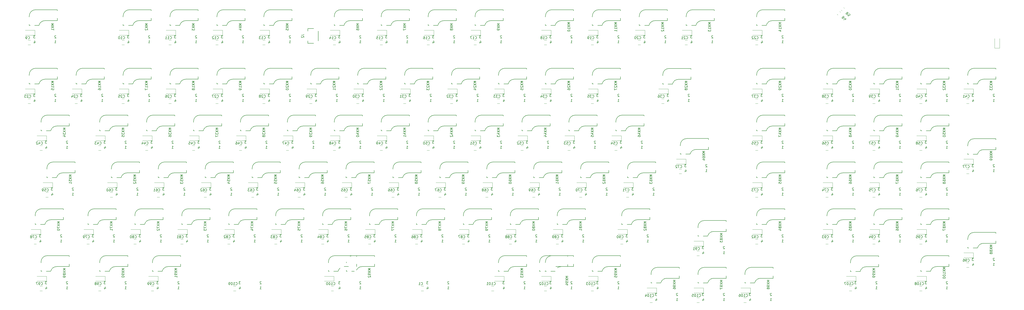
<source format=gbr>
%TF.GenerationSoftware,KiCad,Pcbnew,(6.0.4)*%
%TF.CreationDate,2022-05-25T22:55:25+02:00*%
%TF.ProjectId,pcb-rounded,7063622d-726f-4756-9e64-65642e6b6963,rev?*%
%TF.SameCoordinates,Original*%
%TF.FileFunction,Legend,Bot*%
%TF.FilePolarity,Positive*%
%FSLAX46Y46*%
G04 Gerber Fmt 4.6, Leading zero omitted, Abs format (unit mm)*
G04 Created by KiCad (PCBNEW (6.0.4)) date 2022-05-25 22:55:25*
%MOMM*%
%LPD*%
G01*
G04 APERTURE LIST*
%ADD10C,0.150000*%
%ADD11C,0.120000*%
G04 APERTURE END LIST*
D10*
%TO.C,D150*%
X467241964Y-221135119D02*
X467194345Y-221087500D01*
X467099107Y-221039880D01*
X466861011Y-221039880D01*
X466765773Y-221087500D01*
X466718154Y-221135119D01*
X466670535Y-221230357D01*
X466670535Y-221325595D01*
X466718154Y-221468452D01*
X467289583Y-222039880D01*
X466670535Y-222039880D01*
X458789583Y-221039880D02*
X458170535Y-221039880D01*
X458503869Y-221420833D01*
X458361011Y-221420833D01*
X458265773Y-221468452D01*
X458218154Y-221516071D01*
X458170535Y-221611309D01*
X458170535Y-221849404D01*
X458218154Y-221944642D01*
X458265773Y-221992261D01*
X458361011Y-222039880D01*
X458646726Y-222039880D01*
X458741964Y-221992261D01*
X458789583Y-221944642D01*
X466670535Y-224039880D02*
X467241964Y-224039880D01*
X466956250Y-224039880D02*
X466956250Y-223039880D01*
X467051488Y-223182738D01*
X467146726Y-223277976D01*
X467241964Y-223325595D01*
X458365773Y-223473214D02*
X458365773Y-224139880D01*
X458603869Y-223092261D02*
X458841964Y-223806547D01*
X458222916Y-223806547D01*
%TO.C,D190*%
X133866964Y-278285119D02*
X133819345Y-278237500D01*
X133724107Y-278189880D01*
X133486011Y-278189880D01*
X133390773Y-278237500D01*
X133343154Y-278285119D01*
X133295535Y-278380357D01*
X133295535Y-278475595D01*
X133343154Y-278618452D01*
X133914583Y-279189880D01*
X133295535Y-279189880D01*
X133295535Y-281189880D02*
X133866964Y-281189880D01*
X133581250Y-281189880D02*
X133581250Y-280189880D01*
X133676488Y-280332738D01*
X133771726Y-280427976D01*
X133866964Y-280475595D01*
X124990773Y-280623214D02*
X124990773Y-281289880D01*
X125228869Y-280242261D02*
X125466964Y-280956547D01*
X124847916Y-280956547D01*
X125414583Y-278189880D02*
X124795535Y-278189880D01*
X125128869Y-278570833D01*
X124986011Y-278570833D01*
X124890773Y-278618452D01*
X124843154Y-278666071D01*
X124795535Y-278761309D01*
X124795535Y-278999404D01*
X124843154Y-279094642D01*
X124890773Y-279142261D01*
X124986011Y-279189880D01*
X125271726Y-279189880D01*
X125366964Y-279142261D01*
X125414583Y-279094642D01*
%TO.C,D180*%
X300554464Y-259235119D02*
X300506845Y-259187500D01*
X300411607Y-259139880D01*
X300173511Y-259139880D01*
X300078273Y-259187500D01*
X300030654Y-259235119D01*
X299983035Y-259330357D01*
X299983035Y-259425595D01*
X300030654Y-259568452D01*
X300602083Y-260139880D01*
X299983035Y-260139880D01*
X299983035Y-262139880D02*
X300554464Y-262139880D01*
X300268750Y-262139880D02*
X300268750Y-261139880D01*
X300363988Y-261282738D01*
X300459226Y-261377976D01*
X300554464Y-261425595D01*
X291678273Y-261573214D02*
X291678273Y-262239880D01*
X291916369Y-261192261D02*
X292154464Y-261906547D01*
X291535416Y-261906547D01*
X292102083Y-259139880D02*
X291483035Y-259139880D01*
X291816369Y-259520833D01*
X291673511Y-259520833D01*
X291578273Y-259568452D01*
X291530654Y-259616071D01*
X291483035Y-259711309D01*
X291483035Y-259949404D01*
X291530654Y-260044642D01*
X291578273Y-260092261D01*
X291673511Y-260139880D01*
X291959226Y-260139880D01*
X292054464Y-260092261D01*
X292102083Y-260044642D01*
%TO.C,D115*%
X104720535Y-204989880D02*
X105291964Y-204989880D01*
X105006250Y-204989880D02*
X105006250Y-203989880D01*
X105101488Y-204132738D01*
X105196726Y-204227976D01*
X105291964Y-204275595D01*
X96839583Y-201989880D02*
X96220535Y-201989880D01*
X96553869Y-202370833D01*
X96411011Y-202370833D01*
X96315773Y-202418452D01*
X96268154Y-202466071D01*
X96220535Y-202561309D01*
X96220535Y-202799404D01*
X96268154Y-202894642D01*
X96315773Y-202942261D01*
X96411011Y-202989880D01*
X96696726Y-202989880D01*
X96791964Y-202942261D01*
X96839583Y-202894642D01*
X96415773Y-204423214D02*
X96415773Y-205089880D01*
X96653869Y-204042261D02*
X96891964Y-204756547D01*
X96272916Y-204756547D01*
X105291964Y-202085119D02*
X105244345Y-202037500D01*
X105149107Y-201989880D01*
X104911011Y-201989880D01*
X104815773Y-202037500D01*
X104768154Y-202085119D01*
X104720535Y-202180357D01*
X104720535Y-202275595D01*
X104768154Y-202418452D01*
X105339583Y-202989880D01*
X104720535Y-202989880D01*
%TO.C,D119*%
X173039583Y-201989880D02*
X172420535Y-201989880D01*
X172753869Y-202370833D01*
X172611011Y-202370833D01*
X172515773Y-202418452D01*
X172468154Y-202466071D01*
X172420535Y-202561309D01*
X172420535Y-202799404D01*
X172468154Y-202894642D01*
X172515773Y-202942261D01*
X172611011Y-202989880D01*
X172896726Y-202989880D01*
X172991964Y-202942261D01*
X173039583Y-202894642D01*
X180920535Y-204989880D02*
X181491964Y-204989880D01*
X181206250Y-204989880D02*
X181206250Y-203989880D01*
X181301488Y-204132738D01*
X181396726Y-204227976D01*
X181491964Y-204275595D01*
X181491964Y-202085119D02*
X181444345Y-202037500D01*
X181349107Y-201989880D01*
X181111011Y-201989880D01*
X181015773Y-202037500D01*
X180968154Y-202085119D01*
X180920535Y-202180357D01*
X180920535Y-202275595D01*
X180968154Y-202418452D01*
X181539583Y-202989880D01*
X180920535Y-202989880D01*
X172615773Y-204423214D02*
X172615773Y-205089880D01*
X172853869Y-204042261D02*
X173091964Y-204756547D01*
X172472916Y-204756547D01*
%TO.C,MX13*%
X371133630Y-172863095D02*
X370133630Y-172863095D01*
X370847916Y-173196428D01*
X370133630Y-173529761D01*
X371133630Y-173529761D01*
X370133630Y-173910714D02*
X371133630Y-174577380D01*
X370133630Y-174577380D02*
X371133630Y-173910714D01*
X371133630Y-175482142D02*
X371133630Y-174910714D01*
X371133630Y-175196428D02*
X370133630Y-175196428D01*
X370276488Y-175101190D01*
X370371726Y-175005952D01*
X370419345Y-174910714D01*
X370133630Y-175815476D02*
X370133630Y-176434523D01*
X370514583Y-176101190D01*
X370514583Y-176244047D01*
X370562202Y-176339285D01*
X370609821Y-176386904D01*
X370705059Y-176434523D01*
X370943154Y-176434523D01*
X371038392Y-176386904D01*
X371086011Y-176339285D01*
X371133630Y-176244047D01*
X371133630Y-175958333D01*
X371086011Y-175863095D01*
X371038392Y-175815476D01*
%TO.C,D135*%
X133295535Y-224039880D02*
X133866964Y-224039880D01*
X133581250Y-224039880D02*
X133581250Y-223039880D01*
X133676488Y-223182738D01*
X133771726Y-223277976D01*
X133866964Y-223325595D01*
X133866964Y-221135119D02*
X133819345Y-221087500D01*
X133724107Y-221039880D01*
X133486011Y-221039880D01*
X133390773Y-221087500D01*
X133343154Y-221135119D01*
X133295535Y-221230357D01*
X133295535Y-221325595D01*
X133343154Y-221468452D01*
X133914583Y-222039880D01*
X133295535Y-222039880D01*
X125414583Y-221039880D02*
X124795535Y-221039880D01*
X125128869Y-221420833D01*
X124986011Y-221420833D01*
X124890773Y-221468452D01*
X124843154Y-221516071D01*
X124795535Y-221611309D01*
X124795535Y-221849404D01*
X124843154Y-221944642D01*
X124890773Y-221992261D01*
X124986011Y-222039880D01*
X125271726Y-222039880D01*
X125366964Y-221992261D01*
X125414583Y-221944642D01*
X124990773Y-223473214D02*
X124990773Y-224139880D01*
X125228869Y-223092261D02*
X125466964Y-223806547D01*
X124847916Y-223806547D01*
%TO.C,D162*%
X320253273Y-242523214D02*
X320253273Y-243189880D01*
X320491369Y-242142261D02*
X320729464Y-242856547D01*
X320110416Y-242856547D01*
X320677083Y-240089880D02*
X320058035Y-240089880D01*
X320391369Y-240470833D01*
X320248511Y-240470833D01*
X320153273Y-240518452D01*
X320105654Y-240566071D01*
X320058035Y-240661309D01*
X320058035Y-240899404D01*
X320105654Y-240994642D01*
X320153273Y-241042261D01*
X320248511Y-241089880D01*
X320534226Y-241089880D01*
X320629464Y-241042261D01*
X320677083Y-240994642D01*
X328558035Y-243089880D02*
X329129464Y-243089880D01*
X328843750Y-243089880D02*
X328843750Y-242089880D01*
X328938988Y-242232738D01*
X329034226Y-242327976D01*
X329129464Y-242375595D01*
X329129464Y-240185119D02*
X329081845Y-240137500D01*
X328986607Y-240089880D01*
X328748511Y-240089880D01*
X328653273Y-240137500D01*
X328605654Y-240185119D01*
X328558035Y-240280357D01*
X328558035Y-240375595D01*
X328605654Y-240518452D01*
X329177083Y-241089880D01*
X328558035Y-241089880D01*
%TO.C,MX11*%
X333033630Y-172863095D02*
X332033630Y-172863095D01*
X332747916Y-173196428D01*
X332033630Y-173529761D01*
X333033630Y-173529761D01*
X332033630Y-173910714D02*
X333033630Y-174577380D01*
X332033630Y-174577380D02*
X333033630Y-173910714D01*
X333033630Y-175482142D02*
X333033630Y-174910714D01*
X333033630Y-175196428D02*
X332033630Y-175196428D01*
X332176488Y-175101190D01*
X332271726Y-175005952D01*
X332319345Y-174910714D01*
X333033630Y-176434523D02*
X333033630Y-175863095D01*
X333033630Y-176148809D02*
X332033630Y-176148809D01*
X332176488Y-176053571D01*
X332271726Y-175958333D01*
X332319345Y-175863095D01*
%TO.C,MX43*%
X285408630Y-215725595D02*
X284408630Y-215725595D01*
X285122916Y-216058928D01*
X284408630Y-216392261D01*
X285408630Y-216392261D01*
X284408630Y-216773214D02*
X285408630Y-217439880D01*
X284408630Y-217439880D02*
X285408630Y-216773214D01*
X284741964Y-218249404D02*
X285408630Y-218249404D01*
X284361011Y-218011309D02*
X285075297Y-217773214D01*
X285075297Y-218392261D01*
X284408630Y-218677976D02*
X284408630Y-219297023D01*
X284789583Y-218963690D01*
X284789583Y-219106547D01*
X284837202Y-219201785D01*
X284884821Y-219249404D01*
X284980059Y-219297023D01*
X285218154Y-219297023D01*
X285313392Y-219249404D01*
X285361011Y-219201785D01*
X285408630Y-219106547D01*
X285408630Y-218820833D01*
X285361011Y-218725595D01*
X285313392Y-218677976D01*
%TO.C,D136*%
X144040773Y-223473214D02*
X144040773Y-224139880D01*
X144278869Y-223092261D02*
X144516964Y-223806547D01*
X143897916Y-223806547D01*
X152916964Y-221135119D02*
X152869345Y-221087500D01*
X152774107Y-221039880D01*
X152536011Y-221039880D01*
X152440773Y-221087500D01*
X152393154Y-221135119D01*
X152345535Y-221230357D01*
X152345535Y-221325595D01*
X152393154Y-221468452D01*
X152964583Y-222039880D01*
X152345535Y-222039880D01*
X152345535Y-224039880D02*
X152916964Y-224039880D01*
X152631250Y-224039880D02*
X152631250Y-223039880D01*
X152726488Y-223182738D01*
X152821726Y-223277976D01*
X152916964Y-223325595D01*
X144464583Y-221039880D02*
X143845535Y-221039880D01*
X144178869Y-221420833D01*
X144036011Y-221420833D01*
X143940773Y-221468452D01*
X143893154Y-221516071D01*
X143845535Y-221611309D01*
X143845535Y-221849404D01*
X143893154Y-221944642D01*
X143940773Y-221992261D01*
X144036011Y-222039880D01*
X144321726Y-222039880D01*
X144416964Y-221992261D01*
X144464583Y-221944642D01*
%TO.C,D144*%
X296864583Y-221039880D02*
X296245535Y-221039880D01*
X296578869Y-221420833D01*
X296436011Y-221420833D01*
X296340773Y-221468452D01*
X296293154Y-221516071D01*
X296245535Y-221611309D01*
X296245535Y-221849404D01*
X296293154Y-221944642D01*
X296340773Y-221992261D01*
X296436011Y-222039880D01*
X296721726Y-222039880D01*
X296816964Y-221992261D01*
X296864583Y-221944642D01*
X296440773Y-223473214D02*
X296440773Y-224139880D01*
X296678869Y-223092261D02*
X296916964Y-223806547D01*
X296297916Y-223806547D01*
X304745535Y-224039880D02*
X305316964Y-224039880D01*
X305031250Y-224039880D02*
X305031250Y-223039880D01*
X305126488Y-223182738D01*
X305221726Y-223277976D01*
X305316964Y-223325595D01*
X305316964Y-221135119D02*
X305269345Y-221087500D01*
X305174107Y-221039880D01*
X304936011Y-221039880D01*
X304840773Y-221087500D01*
X304793154Y-221135119D01*
X304745535Y-221230357D01*
X304745535Y-221325595D01*
X304793154Y-221468452D01*
X305364583Y-222039880D01*
X304745535Y-222039880D01*
%TO.C,D158*%
X244053273Y-242523214D02*
X244053273Y-243189880D01*
X244291369Y-242142261D02*
X244529464Y-242856547D01*
X243910416Y-242856547D01*
X252929464Y-240185119D02*
X252881845Y-240137500D01*
X252786607Y-240089880D01*
X252548511Y-240089880D01*
X252453273Y-240137500D01*
X252405654Y-240185119D01*
X252358035Y-240280357D01*
X252358035Y-240375595D01*
X252405654Y-240518452D01*
X252977083Y-241089880D01*
X252358035Y-241089880D01*
X244477083Y-240089880D02*
X243858035Y-240089880D01*
X244191369Y-240470833D01*
X244048511Y-240470833D01*
X243953273Y-240518452D01*
X243905654Y-240566071D01*
X243858035Y-240661309D01*
X243858035Y-240899404D01*
X243905654Y-240994642D01*
X243953273Y-241042261D01*
X244048511Y-241089880D01*
X244334226Y-241089880D01*
X244429464Y-241042261D01*
X244477083Y-240994642D01*
X252358035Y-243089880D02*
X252929464Y-243089880D01*
X252643750Y-243089880D02*
X252643750Y-242089880D01*
X252738988Y-242232738D01*
X252834226Y-242327976D01*
X252929464Y-242375595D01*
%TO.C,MX31*%
X447333630Y-196675595D02*
X446333630Y-196675595D01*
X447047916Y-197008928D01*
X446333630Y-197342261D01*
X447333630Y-197342261D01*
X446333630Y-197723214D02*
X447333630Y-198389880D01*
X446333630Y-198389880D02*
X447333630Y-197723214D01*
X446333630Y-198675595D02*
X446333630Y-199294642D01*
X446714583Y-198961309D01*
X446714583Y-199104166D01*
X446762202Y-199199404D01*
X446809821Y-199247023D01*
X446905059Y-199294642D01*
X447143154Y-199294642D01*
X447238392Y-199247023D01*
X447286011Y-199199404D01*
X447333630Y-199104166D01*
X447333630Y-198818452D01*
X447286011Y-198723214D01*
X447238392Y-198675595D01*
X447333630Y-200247023D02*
X447333630Y-199675595D01*
X447333630Y-199961309D02*
X446333630Y-199961309D01*
X446476488Y-199866071D01*
X446571726Y-199770833D01*
X446619345Y-199675595D01*
%TO.C,D197*%
X368302083Y-282952380D02*
X367683035Y-282952380D01*
X368016369Y-283333333D01*
X367873511Y-283333333D01*
X367778273Y-283380952D01*
X367730654Y-283428571D01*
X367683035Y-283523809D01*
X367683035Y-283761904D01*
X367730654Y-283857142D01*
X367778273Y-283904761D01*
X367873511Y-283952380D01*
X368159226Y-283952380D01*
X368254464Y-283904761D01*
X368302083Y-283857142D01*
X376183035Y-285952380D02*
X376754464Y-285952380D01*
X376468750Y-285952380D02*
X376468750Y-284952380D01*
X376563988Y-285095238D01*
X376659226Y-285190476D01*
X376754464Y-285238095D01*
X376754464Y-283047619D02*
X376706845Y-283000000D01*
X376611607Y-282952380D01*
X376373511Y-282952380D01*
X376278273Y-283000000D01*
X376230654Y-283047619D01*
X376183035Y-283142857D01*
X376183035Y-283238095D01*
X376230654Y-283380952D01*
X376802083Y-283952380D01*
X376183035Y-283952380D01*
X367878273Y-285385714D02*
X367878273Y-286052380D01*
X368116369Y-285004761D02*
X368354464Y-285719047D01*
X367735416Y-285719047D01*
%TO.C,MX20*%
X199683630Y-196675595D02*
X198683630Y-196675595D01*
X199397916Y-197008928D01*
X198683630Y-197342261D01*
X199683630Y-197342261D01*
X198683630Y-197723214D02*
X199683630Y-198389880D01*
X198683630Y-198389880D02*
X199683630Y-197723214D01*
X198778869Y-198723214D02*
X198731250Y-198770833D01*
X198683630Y-198866071D01*
X198683630Y-199104166D01*
X198731250Y-199199404D01*
X198778869Y-199247023D01*
X198874107Y-199294642D01*
X198969345Y-199294642D01*
X199112202Y-199247023D01*
X199683630Y-198675595D01*
X199683630Y-199294642D01*
X198683630Y-199913690D02*
X198683630Y-200008928D01*
X198731250Y-200104166D01*
X198778869Y-200151785D01*
X198874107Y-200199404D01*
X199064583Y-200247023D01*
X199302678Y-200247023D01*
X199493154Y-200199404D01*
X199588392Y-200151785D01*
X199636011Y-200104166D01*
X199683630Y-200008928D01*
X199683630Y-199913690D01*
X199636011Y-199818452D01*
X199588392Y-199770833D01*
X199493154Y-199723214D01*
X199302678Y-199675595D01*
X199064583Y-199675595D01*
X198874107Y-199723214D01*
X198778869Y-199770833D01*
X198731250Y-199818452D01*
X198683630Y-199913690D01*
%TO.C,MX54*%
X175871130Y-234775595D02*
X174871130Y-234775595D01*
X175585416Y-235108928D01*
X174871130Y-235442261D01*
X175871130Y-235442261D01*
X174871130Y-235823214D02*
X175871130Y-236489880D01*
X174871130Y-236489880D02*
X175871130Y-235823214D01*
X174871130Y-237347023D02*
X174871130Y-236870833D01*
X175347321Y-236823214D01*
X175299702Y-236870833D01*
X175252083Y-236966071D01*
X175252083Y-237204166D01*
X175299702Y-237299404D01*
X175347321Y-237347023D01*
X175442559Y-237394642D01*
X175680654Y-237394642D01*
X175775892Y-237347023D01*
X175823511Y-237299404D01*
X175871130Y-237204166D01*
X175871130Y-236966071D01*
X175823511Y-236870833D01*
X175775892Y-236823214D01*
X175204464Y-238251785D02*
X175871130Y-238251785D01*
X174823511Y-238013690D02*
X175537797Y-237775595D01*
X175537797Y-238394642D01*
%TO.C,D134*%
X101602083Y-221039880D02*
X100983035Y-221039880D01*
X101316369Y-221420833D01*
X101173511Y-221420833D01*
X101078273Y-221468452D01*
X101030654Y-221516071D01*
X100983035Y-221611309D01*
X100983035Y-221849404D01*
X101030654Y-221944642D01*
X101078273Y-221992261D01*
X101173511Y-222039880D01*
X101459226Y-222039880D01*
X101554464Y-221992261D01*
X101602083Y-221944642D01*
X110054464Y-221135119D02*
X110006845Y-221087500D01*
X109911607Y-221039880D01*
X109673511Y-221039880D01*
X109578273Y-221087500D01*
X109530654Y-221135119D01*
X109483035Y-221230357D01*
X109483035Y-221325595D01*
X109530654Y-221468452D01*
X110102083Y-222039880D01*
X109483035Y-222039880D01*
X101178273Y-223473214D02*
X101178273Y-224139880D01*
X101416369Y-223092261D02*
X101654464Y-223806547D01*
X101035416Y-223806547D01*
X109483035Y-224039880D02*
X110054464Y-224039880D01*
X109768750Y-224039880D02*
X109768750Y-223039880D01*
X109863988Y-223182738D01*
X109959226Y-223277976D01*
X110054464Y-223325595D01*
%TO.C,MX12*%
X352083630Y-172863095D02*
X351083630Y-172863095D01*
X351797916Y-173196428D01*
X351083630Y-173529761D01*
X352083630Y-173529761D01*
X351083630Y-173910714D02*
X352083630Y-174577380D01*
X351083630Y-174577380D02*
X352083630Y-173910714D01*
X352083630Y-175482142D02*
X352083630Y-174910714D01*
X352083630Y-175196428D02*
X351083630Y-175196428D01*
X351226488Y-175101190D01*
X351321726Y-175005952D01*
X351369345Y-174910714D01*
X351178869Y-175863095D02*
X351131250Y-175910714D01*
X351083630Y-176005952D01*
X351083630Y-176244047D01*
X351131250Y-176339285D01*
X351178869Y-176386904D01*
X351274107Y-176434523D01*
X351369345Y-176434523D01*
X351512202Y-176386904D01*
X352083630Y-175815476D01*
X352083630Y-176434523D01*
%TO.C,MX51*%
X111577380Y-234775595D02*
X110577380Y-234775595D01*
X111291666Y-235108928D01*
X110577380Y-235442261D01*
X111577380Y-235442261D01*
X110577380Y-235823214D02*
X111577380Y-236489880D01*
X110577380Y-236489880D02*
X111577380Y-235823214D01*
X110577380Y-237347023D02*
X110577380Y-236870833D01*
X111053571Y-236823214D01*
X111005952Y-236870833D01*
X110958333Y-236966071D01*
X110958333Y-237204166D01*
X111005952Y-237299404D01*
X111053571Y-237347023D01*
X111148809Y-237394642D01*
X111386904Y-237394642D01*
X111482142Y-237347023D01*
X111529761Y-237299404D01*
X111577380Y-237204166D01*
X111577380Y-236966071D01*
X111529761Y-236870833D01*
X111482142Y-236823214D01*
X111577380Y-238347023D02*
X111577380Y-237775595D01*
X111577380Y-238061309D02*
X110577380Y-238061309D01*
X110720238Y-237966071D01*
X110815476Y-237870833D01*
X110863095Y-237775595D01*
%TO.C,D138*%
X190445535Y-224039880D02*
X191016964Y-224039880D01*
X190731250Y-224039880D02*
X190731250Y-223039880D01*
X190826488Y-223182738D01*
X190921726Y-223277976D01*
X191016964Y-223325595D01*
X191016964Y-221135119D02*
X190969345Y-221087500D01*
X190874107Y-221039880D01*
X190636011Y-221039880D01*
X190540773Y-221087500D01*
X190493154Y-221135119D01*
X190445535Y-221230357D01*
X190445535Y-221325595D01*
X190493154Y-221468452D01*
X191064583Y-222039880D01*
X190445535Y-222039880D01*
X182564583Y-221039880D02*
X181945535Y-221039880D01*
X182278869Y-221420833D01*
X182136011Y-221420833D01*
X182040773Y-221468452D01*
X181993154Y-221516071D01*
X181945535Y-221611309D01*
X181945535Y-221849404D01*
X181993154Y-221944642D01*
X182040773Y-221992261D01*
X182136011Y-222039880D01*
X182421726Y-222039880D01*
X182516964Y-221992261D01*
X182564583Y-221944642D01*
X182140773Y-223473214D02*
X182140773Y-224139880D01*
X182378869Y-223092261D02*
X182616964Y-223806547D01*
X181997916Y-223806547D01*
%TO.C,D166*%
X429141964Y-240185119D02*
X429094345Y-240137500D01*
X428999107Y-240089880D01*
X428761011Y-240089880D01*
X428665773Y-240137500D01*
X428618154Y-240185119D01*
X428570535Y-240280357D01*
X428570535Y-240375595D01*
X428618154Y-240518452D01*
X429189583Y-241089880D01*
X428570535Y-241089880D01*
X420689583Y-240089880D02*
X420070535Y-240089880D01*
X420403869Y-240470833D01*
X420261011Y-240470833D01*
X420165773Y-240518452D01*
X420118154Y-240566071D01*
X420070535Y-240661309D01*
X420070535Y-240899404D01*
X420118154Y-240994642D01*
X420165773Y-241042261D01*
X420261011Y-241089880D01*
X420546726Y-241089880D01*
X420641964Y-241042261D01*
X420689583Y-240994642D01*
X420265773Y-242523214D02*
X420265773Y-243189880D01*
X420503869Y-242142261D02*
X420741964Y-242856547D01*
X420122916Y-242856547D01*
X428570535Y-243089880D02*
X429141964Y-243089880D01*
X428856250Y-243089880D02*
X428856250Y-242089880D01*
X428951488Y-242232738D01*
X429046726Y-242327976D01*
X429141964Y-242375595D01*
%TO.C,MX77*%
X242546130Y-253825595D02*
X241546130Y-253825595D01*
X242260416Y-254158928D01*
X241546130Y-254492261D01*
X242546130Y-254492261D01*
X241546130Y-254873214D02*
X242546130Y-255539880D01*
X241546130Y-255539880D02*
X242546130Y-254873214D01*
X241546130Y-255825595D02*
X241546130Y-256492261D01*
X242546130Y-256063690D01*
X241546130Y-256777976D02*
X241546130Y-257444642D01*
X242546130Y-257016071D01*
%TO.C,D185*%
X428570535Y-262139880D02*
X429141964Y-262139880D01*
X428856250Y-262139880D02*
X428856250Y-261139880D01*
X428951488Y-261282738D01*
X429046726Y-261377976D01*
X429141964Y-261425595D01*
X429141964Y-259235119D02*
X429094345Y-259187500D01*
X428999107Y-259139880D01*
X428761011Y-259139880D01*
X428665773Y-259187500D01*
X428618154Y-259235119D01*
X428570535Y-259330357D01*
X428570535Y-259425595D01*
X428618154Y-259568452D01*
X429189583Y-260139880D01*
X428570535Y-260139880D01*
X420689583Y-259139880D02*
X420070535Y-259139880D01*
X420403869Y-259520833D01*
X420261011Y-259520833D01*
X420165773Y-259568452D01*
X420118154Y-259616071D01*
X420070535Y-259711309D01*
X420070535Y-259949404D01*
X420118154Y-260044642D01*
X420165773Y-260092261D01*
X420261011Y-260139880D01*
X420546726Y-260139880D01*
X420641964Y-260092261D01*
X420689583Y-260044642D01*
X420265773Y-261573214D02*
X420265773Y-262239880D01*
X420503869Y-261192261D02*
X420741964Y-261906547D01*
X420122916Y-261906547D01*
%TO.C,D107*%
X247595535Y-181177380D02*
X248166964Y-181177380D01*
X247881250Y-181177380D02*
X247881250Y-180177380D01*
X247976488Y-180320238D01*
X248071726Y-180415476D01*
X248166964Y-180463095D01*
X239290773Y-180610714D02*
X239290773Y-181277380D01*
X239528869Y-180229761D02*
X239766964Y-180944047D01*
X239147916Y-180944047D01*
X248166964Y-178272619D02*
X248119345Y-178225000D01*
X248024107Y-178177380D01*
X247786011Y-178177380D01*
X247690773Y-178225000D01*
X247643154Y-178272619D01*
X247595535Y-178367857D01*
X247595535Y-178463095D01*
X247643154Y-178605952D01*
X248214583Y-179177380D01*
X247595535Y-179177380D01*
X239714583Y-178177380D02*
X239095535Y-178177380D01*
X239428869Y-178558333D01*
X239286011Y-178558333D01*
X239190773Y-178605952D01*
X239143154Y-178653571D01*
X239095535Y-178748809D01*
X239095535Y-178986904D01*
X239143154Y-179082142D01*
X239190773Y-179129761D01*
X239286011Y-179177380D01*
X239571726Y-179177380D01*
X239666964Y-179129761D01*
X239714583Y-179082142D01*
%TO.C,D175*%
X196852083Y-259139880D02*
X196233035Y-259139880D01*
X196566369Y-259520833D01*
X196423511Y-259520833D01*
X196328273Y-259568452D01*
X196280654Y-259616071D01*
X196233035Y-259711309D01*
X196233035Y-259949404D01*
X196280654Y-260044642D01*
X196328273Y-260092261D01*
X196423511Y-260139880D01*
X196709226Y-260139880D01*
X196804464Y-260092261D01*
X196852083Y-260044642D01*
X205304464Y-259235119D02*
X205256845Y-259187500D01*
X205161607Y-259139880D01*
X204923511Y-259139880D01*
X204828273Y-259187500D01*
X204780654Y-259235119D01*
X204733035Y-259330357D01*
X204733035Y-259425595D01*
X204780654Y-259568452D01*
X205352083Y-260139880D01*
X204733035Y-260139880D01*
X196428273Y-261573214D02*
X196428273Y-262239880D01*
X196666369Y-261192261D02*
X196904464Y-261906547D01*
X196285416Y-261906547D01*
X204733035Y-262139880D02*
X205304464Y-262139880D01*
X205018750Y-262139880D02*
X205018750Y-261139880D01*
X205113988Y-261282738D01*
X205209226Y-261377976D01*
X205304464Y-261425595D01*
%TO.C,D170*%
X107673214Y-259235119D02*
X107625595Y-259187500D01*
X107530357Y-259139880D01*
X107292261Y-259139880D01*
X107197023Y-259187500D01*
X107149404Y-259235119D01*
X107101785Y-259330357D01*
X107101785Y-259425595D01*
X107149404Y-259568452D01*
X107720833Y-260139880D01*
X107101785Y-260139880D01*
X107101785Y-262139880D02*
X107673214Y-262139880D01*
X107387500Y-262139880D02*
X107387500Y-261139880D01*
X107482738Y-261282738D01*
X107577976Y-261377976D01*
X107673214Y-261425595D01*
X99220833Y-259139880D02*
X98601785Y-259139880D01*
X98935119Y-259520833D01*
X98792261Y-259520833D01*
X98697023Y-259568452D01*
X98649404Y-259616071D01*
X98601785Y-259711309D01*
X98601785Y-259949404D01*
X98649404Y-260044642D01*
X98697023Y-260092261D01*
X98792261Y-260139880D01*
X99077976Y-260139880D01*
X99173214Y-260092261D01*
X99220833Y-260044642D01*
X98797023Y-261573214D02*
X98797023Y-262239880D01*
X99035119Y-261192261D02*
X99273214Y-261906547D01*
X98654166Y-261906547D01*
%TO.C,D202*%
X188064285Y-281189880D02*
X188635714Y-281189880D01*
X188350000Y-281189880D02*
X188350000Y-280189880D01*
X188445238Y-280332738D01*
X188540476Y-280427976D01*
X188635714Y-280475595D01*
X179759523Y-280623214D02*
X179759523Y-281289880D01*
X179997619Y-280242261D02*
X180235714Y-280956547D01*
X179616666Y-280956547D01*
X180183333Y-278189880D02*
X179564285Y-278189880D01*
X179897619Y-278570833D01*
X179754761Y-278570833D01*
X179659523Y-278618452D01*
X179611904Y-278666071D01*
X179564285Y-278761309D01*
X179564285Y-278999404D01*
X179611904Y-279094642D01*
X179659523Y-279142261D01*
X179754761Y-279189880D01*
X180040476Y-279189880D01*
X180135714Y-279142261D01*
X180183333Y-279094642D01*
X188635714Y-278285119D02*
X188588095Y-278237500D01*
X188492857Y-278189880D01*
X188254761Y-278189880D01*
X188159523Y-278237500D01*
X188111904Y-278285119D01*
X188064285Y-278380357D01*
X188064285Y-278475595D01*
X188111904Y-278618452D01*
X188683333Y-279189880D01*
X188064285Y-279189880D01*
%TO.C,D146*%
X342845535Y-224039880D02*
X343416964Y-224039880D01*
X343131250Y-224039880D02*
X343131250Y-223039880D01*
X343226488Y-223182738D01*
X343321726Y-223277976D01*
X343416964Y-223325595D01*
X334964583Y-221039880D02*
X334345535Y-221039880D01*
X334678869Y-221420833D01*
X334536011Y-221420833D01*
X334440773Y-221468452D01*
X334393154Y-221516071D01*
X334345535Y-221611309D01*
X334345535Y-221849404D01*
X334393154Y-221944642D01*
X334440773Y-221992261D01*
X334536011Y-222039880D01*
X334821726Y-222039880D01*
X334916964Y-221992261D01*
X334964583Y-221944642D01*
X334540773Y-223473214D02*
X334540773Y-224139880D01*
X334778869Y-223092261D02*
X335016964Y-223806547D01*
X334397916Y-223806547D01*
X343416964Y-221135119D02*
X343369345Y-221087500D01*
X343274107Y-221039880D01*
X343036011Y-221039880D01*
X342940773Y-221087500D01*
X342893154Y-221135119D01*
X342845535Y-221230357D01*
X342845535Y-221325595D01*
X342893154Y-221468452D01*
X343464583Y-222039880D01*
X342845535Y-222039880D01*
%TO.C,MX79*%
X280646130Y-253825595D02*
X279646130Y-253825595D01*
X280360416Y-254158928D01*
X279646130Y-254492261D01*
X280646130Y-254492261D01*
X279646130Y-254873214D02*
X280646130Y-255539880D01*
X279646130Y-255539880D02*
X280646130Y-254873214D01*
X279646130Y-255825595D02*
X279646130Y-256492261D01*
X280646130Y-256063690D01*
X280646130Y-256920833D02*
X280646130Y-257111309D01*
X280598511Y-257206547D01*
X280550892Y-257254166D01*
X280408035Y-257349404D01*
X280217559Y-257397023D01*
X279836607Y-257397023D01*
X279741369Y-257349404D01*
X279693750Y-257301785D01*
X279646130Y-257206547D01*
X279646130Y-257016071D01*
X279693750Y-256920833D01*
X279741369Y-256873214D01*
X279836607Y-256825595D01*
X280074702Y-256825595D01*
X280169940Y-256873214D01*
X280217559Y-256920833D01*
X280265178Y-257016071D01*
X280265178Y-257206547D01*
X280217559Y-257301785D01*
X280169940Y-257349404D01*
X280074702Y-257397023D01*
%TO.C,D140*%
X220664583Y-221039880D02*
X220045535Y-221039880D01*
X220378869Y-221420833D01*
X220236011Y-221420833D01*
X220140773Y-221468452D01*
X220093154Y-221516071D01*
X220045535Y-221611309D01*
X220045535Y-221849404D01*
X220093154Y-221944642D01*
X220140773Y-221992261D01*
X220236011Y-222039880D01*
X220521726Y-222039880D01*
X220616964Y-221992261D01*
X220664583Y-221944642D01*
X220240773Y-223473214D02*
X220240773Y-224139880D01*
X220478869Y-223092261D02*
X220716964Y-223806547D01*
X220097916Y-223806547D01*
X229116964Y-221135119D02*
X229069345Y-221087500D01*
X228974107Y-221039880D01*
X228736011Y-221039880D01*
X228640773Y-221087500D01*
X228593154Y-221135119D01*
X228545535Y-221230357D01*
X228545535Y-221325595D01*
X228593154Y-221468452D01*
X229164583Y-222039880D01*
X228545535Y-222039880D01*
X228545535Y-224039880D02*
X229116964Y-224039880D01*
X228831250Y-224039880D02*
X228831250Y-223039880D01*
X228926488Y-223182738D01*
X229021726Y-223277976D01*
X229116964Y-223325595D01*
%TO.C,MX49*%
X447333630Y-215725595D02*
X446333630Y-215725595D01*
X447047916Y-216058928D01*
X446333630Y-216392261D01*
X447333630Y-216392261D01*
X446333630Y-216773214D02*
X447333630Y-217439880D01*
X446333630Y-217439880D02*
X447333630Y-216773214D01*
X446666964Y-218249404D02*
X447333630Y-218249404D01*
X446286011Y-218011309D02*
X447000297Y-217773214D01*
X447000297Y-218392261D01*
X447333630Y-218820833D02*
X447333630Y-219011309D01*
X447286011Y-219106547D01*
X447238392Y-219154166D01*
X447095535Y-219249404D01*
X446905059Y-219297023D01*
X446524107Y-219297023D01*
X446428869Y-219249404D01*
X446381250Y-219201785D01*
X446333630Y-219106547D01*
X446333630Y-218916071D01*
X446381250Y-218820833D01*
X446428869Y-218773214D01*
X446524107Y-218725595D01*
X446762202Y-218725595D01*
X446857440Y-218773214D01*
X446905059Y-218820833D01*
X446952678Y-218916071D01*
X446952678Y-219106547D01*
X446905059Y-219201785D01*
X446857440Y-219249404D01*
X446762202Y-219297023D01*
%TO.C,MX45*%
X323508630Y-215725595D02*
X322508630Y-215725595D01*
X323222916Y-216058928D01*
X322508630Y-216392261D01*
X323508630Y-216392261D01*
X322508630Y-216773214D02*
X323508630Y-217439880D01*
X322508630Y-217439880D02*
X323508630Y-216773214D01*
X322841964Y-218249404D02*
X323508630Y-218249404D01*
X322461011Y-218011309D02*
X323175297Y-217773214D01*
X323175297Y-218392261D01*
X322508630Y-219249404D02*
X322508630Y-218773214D01*
X322984821Y-218725595D01*
X322937202Y-218773214D01*
X322889583Y-218868452D01*
X322889583Y-219106547D01*
X322937202Y-219201785D01*
X322984821Y-219249404D01*
X323080059Y-219297023D01*
X323318154Y-219297023D01*
X323413392Y-219249404D01*
X323461011Y-219201785D01*
X323508630Y-219106547D01*
X323508630Y-218868452D01*
X323461011Y-218773214D01*
X323413392Y-218725595D01*
%TO.C,D188*%
X477415773Y-271098214D02*
X477415773Y-271764880D01*
X477653869Y-270717261D02*
X477891964Y-271431547D01*
X477272916Y-271431547D01*
X477839583Y-268664880D02*
X477220535Y-268664880D01*
X477553869Y-269045833D01*
X477411011Y-269045833D01*
X477315773Y-269093452D01*
X477268154Y-269141071D01*
X477220535Y-269236309D01*
X477220535Y-269474404D01*
X477268154Y-269569642D01*
X477315773Y-269617261D01*
X477411011Y-269664880D01*
X477696726Y-269664880D01*
X477791964Y-269617261D01*
X477839583Y-269569642D01*
X485720535Y-271664880D02*
X486291964Y-271664880D01*
X486006250Y-271664880D02*
X486006250Y-270664880D01*
X486101488Y-270807738D01*
X486196726Y-270902976D01*
X486291964Y-270950595D01*
X486291964Y-268760119D02*
X486244345Y-268712500D01*
X486149107Y-268664880D01*
X485911011Y-268664880D01*
X485815773Y-268712500D01*
X485768154Y-268760119D01*
X485720535Y-268855357D01*
X485720535Y-268950595D01*
X485768154Y-269093452D01*
X486339583Y-269664880D01*
X485720535Y-269664880D01*
%TO.C,D137*%
X163090773Y-223473214D02*
X163090773Y-224139880D01*
X163328869Y-223092261D02*
X163566964Y-223806547D01*
X162947916Y-223806547D01*
X171966964Y-221135119D02*
X171919345Y-221087500D01*
X171824107Y-221039880D01*
X171586011Y-221039880D01*
X171490773Y-221087500D01*
X171443154Y-221135119D01*
X171395535Y-221230357D01*
X171395535Y-221325595D01*
X171443154Y-221468452D01*
X172014583Y-222039880D01*
X171395535Y-222039880D01*
X163514583Y-221039880D02*
X162895535Y-221039880D01*
X163228869Y-221420833D01*
X163086011Y-221420833D01*
X162990773Y-221468452D01*
X162943154Y-221516071D01*
X162895535Y-221611309D01*
X162895535Y-221849404D01*
X162943154Y-221944642D01*
X162990773Y-221992261D01*
X163086011Y-222039880D01*
X163371726Y-222039880D01*
X163466964Y-221992261D01*
X163514583Y-221944642D01*
X171395535Y-224039880D02*
X171966964Y-224039880D01*
X171681250Y-224039880D02*
X171681250Y-223039880D01*
X171776488Y-223182738D01*
X171871726Y-223277976D01*
X171966964Y-223325595D01*
%TO.C,MX42*%
X266358630Y-215725595D02*
X265358630Y-215725595D01*
X266072916Y-216058928D01*
X265358630Y-216392261D01*
X266358630Y-216392261D01*
X265358630Y-216773214D02*
X266358630Y-217439880D01*
X265358630Y-217439880D02*
X266358630Y-216773214D01*
X265691964Y-218249404D02*
X266358630Y-218249404D01*
X265311011Y-218011309D02*
X266025297Y-217773214D01*
X266025297Y-218392261D01*
X265453869Y-218725595D02*
X265406250Y-218773214D01*
X265358630Y-218868452D01*
X265358630Y-219106547D01*
X265406250Y-219201785D01*
X265453869Y-219249404D01*
X265549107Y-219297023D01*
X265644345Y-219297023D01*
X265787202Y-219249404D01*
X266358630Y-218677976D01*
X266358630Y-219297023D01*
%TO.C,D193*%
X295220535Y-281189880D02*
X295791964Y-281189880D01*
X295506250Y-281189880D02*
X295506250Y-280189880D01*
X295601488Y-280332738D01*
X295696726Y-280427976D01*
X295791964Y-280475595D01*
X286915773Y-280623214D02*
X286915773Y-281289880D01*
X287153869Y-280242261D02*
X287391964Y-280956547D01*
X286772916Y-280956547D01*
X287339583Y-278189880D02*
X286720535Y-278189880D01*
X287053869Y-278570833D01*
X286911011Y-278570833D01*
X286815773Y-278618452D01*
X286768154Y-278666071D01*
X286720535Y-278761309D01*
X286720535Y-278999404D01*
X286768154Y-279094642D01*
X286815773Y-279142261D01*
X286911011Y-279189880D01*
X287196726Y-279189880D01*
X287291964Y-279142261D01*
X287339583Y-279094642D01*
X295791964Y-278285119D02*
X295744345Y-278237500D01*
X295649107Y-278189880D01*
X295411011Y-278189880D01*
X295315773Y-278237500D01*
X295268154Y-278285119D01*
X295220535Y-278380357D01*
X295220535Y-278475595D01*
X295268154Y-278618452D01*
X295839583Y-279189880D01*
X295220535Y-279189880D01*
%TO.C,MX10*%
X313983630Y-172863095D02*
X312983630Y-172863095D01*
X313697916Y-173196428D01*
X312983630Y-173529761D01*
X313983630Y-173529761D01*
X312983630Y-173910714D02*
X313983630Y-174577380D01*
X312983630Y-174577380D02*
X313983630Y-173910714D01*
X313983630Y-175482142D02*
X313983630Y-174910714D01*
X313983630Y-175196428D02*
X312983630Y-175196428D01*
X313126488Y-175101190D01*
X313221726Y-175005952D01*
X313269345Y-174910714D01*
X312983630Y-176101190D02*
X312983630Y-176196428D01*
X313031250Y-176291666D01*
X313078869Y-176339285D01*
X313174107Y-176386904D01*
X313364583Y-176434523D01*
X313602678Y-176434523D01*
X313793154Y-176386904D01*
X313888392Y-176339285D01*
X313936011Y-176291666D01*
X313983630Y-176196428D01*
X313983630Y-176101190D01*
X313936011Y-176005952D01*
X313888392Y-175958333D01*
X313793154Y-175910714D01*
X313602678Y-175863095D01*
X313364583Y-175863095D01*
X313174107Y-175910714D01*
X313078869Y-175958333D01*
X313031250Y-176005952D01*
X312983630Y-176101190D01*
%TO.C,MX92*%
X233021130Y-272875595D02*
X232021130Y-272875595D01*
X232735416Y-273208928D01*
X232021130Y-273542261D01*
X233021130Y-273542261D01*
X232021130Y-273923214D02*
X233021130Y-274589880D01*
X232021130Y-274589880D02*
X233021130Y-273923214D01*
X233021130Y-275018452D02*
X233021130Y-275208928D01*
X232973511Y-275304166D01*
X232925892Y-275351785D01*
X232783035Y-275447023D01*
X232592559Y-275494642D01*
X232211607Y-275494642D01*
X232116369Y-275447023D01*
X232068750Y-275399404D01*
X232021130Y-275304166D01*
X232021130Y-275113690D01*
X232068750Y-275018452D01*
X232116369Y-274970833D01*
X232211607Y-274923214D01*
X232449702Y-274923214D01*
X232544940Y-274970833D01*
X232592559Y-275018452D01*
X232640178Y-275113690D01*
X232640178Y-275304166D01*
X232592559Y-275399404D01*
X232544940Y-275447023D01*
X232449702Y-275494642D01*
X232116369Y-275875595D02*
X232068750Y-275923214D01*
X232021130Y-276018452D01*
X232021130Y-276256547D01*
X232068750Y-276351785D01*
X232116369Y-276399404D01*
X232211607Y-276447023D01*
X232306845Y-276447023D01*
X232449702Y-276399404D01*
X233021130Y-275827976D01*
X233021130Y-276447023D01*
%TO.C,D163*%
X348179464Y-240185119D02*
X348131845Y-240137500D01*
X348036607Y-240089880D01*
X347798511Y-240089880D01*
X347703273Y-240137500D01*
X347655654Y-240185119D01*
X347608035Y-240280357D01*
X347608035Y-240375595D01*
X347655654Y-240518452D01*
X348227083Y-241089880D01*
X347608035Y-241089880D01*
X347608035Y-243089880D02*
X348179464Y-243089880D01*
X347893750Y-243089880D02*
X347893750Y-242089880D01*
X347988988Y-242232738D01*
X348084226Y-242327976D01*
X348179464Y-242375595D01*
X339727083Y-240089880D02*
X339108035Y-240089880D01*
X339441369Y-240470833D01*
X339298511Y-240470833D01*
X339203273Y-240518452D01*
X339155654Y-240566071D01*
X339108035Y-240661309D01*
X339108035Y-240899404D01*
X339155654Y-240994642D01*
X339203273Y-241042261D01*
X339298511Y-241089880D01*
X339584226Y-241089880D01*
X339679464Y-241042261D01*
X339727083Y-240994642D01*
X339303273Y-242523214D02*
X339303273Y-243189880D01*
X339541369Y-242142261D02*
X339779464Y-242856547D01*
X339160416Y-242856547D01*
%TO.C,D139*%
X209495535Y-224039880D02*
X210066964Y-224039880D01*
X209781250Y-224039880D02*
X209781250Y-223039880D01*
X209876488Y-223182738D01*
X209971726Y-223277976D01*
X210066964Y-223325595D01*
X201614583Y-221039880D02*
X200995535Y-221039880D01*
X201328869Y-221420833D01*
X201186011Y-221420833D01*
X201090773Y-221468452D01*
X201043154Y-221516071D01*
X200995535Y-221611309D01*
X200995535Y-221849404D01*
X201043154Y-221944642D01*
X201090773Y-221992261D01*
X201186011Y-222039880D01*
X201471726Y-222039880D01*
X201566964Y-221992261D01*
X201614583Y-221944642D01*
X201190773Y-223473214D02*
X201190773Y-224139880D01*
X201428869Y-223092261D02*
X201666964Y-223806547D01*
X201047916Y-223806547D01*
X210066964Y-221135119D02*
X210019345Y-221087500D01*
X209924107Y-221039880D01*
X209686011Y-221039880D01*
X209590773Y-221087500D01*
X209543154Y-221135119D01*
X209495535Y-221230357D01*
X209495535Y-221325595D01*
X209543154Y-221468452D01*
X210114583Y-222039880D01*
X209495535Y-222039880D01*
%TO.C,MX9*%
X285408630Y-173339285D02*
X284408630Y-173339285D01*
X285122916Y-173672619D01*
X284408630Y-174005952D01*
X285408630Y-174005952D01*
X284408630Y-174386904D02*
X285408630Y-175053571D01*
X284408630Y-175053571D02*
X285408630Y-174386904D01*
X285408630Y-175482142D02*
X285408630Y-175672619D01*
X285361011Y-175767857D01*
X285313392Y-175815476D01*
X285170535Y-175910714D01*
X284980059Y-175958333D01*
X284599107Y-175958333D01*
X284503869Y-175910714D01*
X284456250Y-175863095D01*
X284408630Y-175767857D01*
X284408630Y-175577380D01*
X284456250Y-175482142D01*
X284503869Y-175434523D01*
X284599107Y-175386904D01*
X284837202Y-175386904D01*
X284932440Y-175434523D01*
X284980059Y-175482142D01*
X285027678Y-175577380D01*
X285027678Y-175767857D01*
X284980059Y-175863095D01*
X284932440Y-175910714D01*
X284837202Y-175958333D01*
%TO.C,MX18*%
X161583630Y-196675595D02*
X160583630Y-196675595D01*
X161297916Y-197008928D01*
X160583630Y-197342261D01*
X161583630Y-197342261D01*
X160583630Y-197723214D02*
X161583630Y-198389880D01*
X160583630Y-198389880D02*
X161583630Y-197723214D01*
X161583630Y-199294642D02*
X161583630Y-198723214D01*
X161583630Y-199008928D02*
X160583630Y-199008928D01*
X160726488Y-198913690D01*
X160821726Y-198818452D01*
X160869345Y-198723214D01*
X161012202Y-199866071D02*
X160964583Y-199770833D01*
X160916964Y-199723214D01*
X160821726Y-199675595D01*
X160774107Y-199675595D01*
X160678869Y-199723214D01*
X160631250Y-199770833D01*
X160583630Y-199866071D01*
X160583630Y-200056547D01*
X160631250Y-200151785D01*
X160678869Y-200199404D01*
X160774107Y-200247023D01*
X160821726Y-200247023D01*
X160916964Y-200199404D01*
X160964583Y-200151785D01*
X161012202Y-200056547D01*
X161012202Y-199866071D01*
X161059821Y-199770833D01*
X161107440Y-199723214D01*
X161202678Y-199675595D01*
X161393154Y-199675595D01*
X161488392Y-199723214D01*
X161536011Y-199770833D01*
X161583630Y-199866071D01*
X161583630Y-200056547D01*
X161536011Y-200151785D01*
X161488392Y-200199404D01*
X161393154Y-200247023D01*
X161202678Y-200247023D01*
X161107440Y-200199404D01*
X161059821Y-200151785D01*
X161012202Y-200056547D01*
%TO.C,D141*%
X239290773Y-223473214D02*
X239290773Y-224139880D01*
X239528869Y-223092261D02*
X239766964Y-223806547D01*
X239147916Y-223806547D01*
X248166964Y-221135119D02*
X248119345Y-221087500D01*
X248024107Y-221039880D01*
X247786011Y-221039880D01*
X247690773Y-221087500D01*
X247643154Y-221135119D01*
X247595535Y-221230357D01*
X247595535Y-221325595D01*
X247643154Y-221468452D01*
X248214583Y-222039880D01*
X247595535Y-222039880D01*
X247595535Y-224039880D02*
X248166964Y-224039880D01*
X247881250Y-224039880D02*
X247881250Y-223039880D01*
X247976488Y-223182738D01*
X248071726Y-223277976D01*
X248166964Y-223325595D01*
X239714583Y-221039880D02*
X239095535Y-221039880D01*
X239428869Y-221420833D01*
X239286011Y-221420833D01*
X239190773Y-221468452D01*
X239143154Y-221516071D01*
X239095535Y-221611309D01*
X239095535Y-221849404D01*
X239143154Y-221944642D01*
X239190773Y-221992261D01*
X239286011Y-222039880D01*
X239571726Y-222039880D01*
X239666964Y-221992261D01*
X239714583Y-221944642D01*
%TO.C,D148*%
X429141964Y-221135119D02*
X429094345Y-221087500D01*
X428999107Y-221039880D01*
X428761011Y-221039880D01*
X428665773Y-221087500D01*
X428618154Y-221135119D01*
X428570535Y-221230357D01*
X428570535Y-221325595D01*
X428618154Y-221468452D01*
X429189583Y-222039880D01*
X428570535Y-222039880D01*
X420689583Y-221039880D02*
X420070535Y-221039880D01*
X420403869Y-221420833D01*
X420261011Y-221420833D01*
X420165773Y-221468452D01*
X420118154Y-221516071D01*
X420070535Y-221611309D01*
X420070535Y-221849404D01*
X420118154Y-221944642D01*
X420165773Y-221992261D01*
X420261011Y-222039880D01*
X420546726Y-222039880D01*
X420641964Y-221992261D01*
X420689583Y-221944642D01*
X428570535Y-224039880D02*
X429141964Y-224039880D01*
X428856250Y-224039880D02*
X428856250Y-223039880D01*
X428951488Y-223182738D01*
X429046726Y-223277976D01*
X429141964Y-223325595D01*
X420265773Y-223473214D02*
X420265773Y-224139880D01*
X420503869Y-223092261D02*
X420741964Y-223806547D01*
X420122916Y-223806547D01*
%TO.C,MX15*%
X104433630Y-196675595D02*
X103433630Y-196675595D01*
X104147916Y-197008928D01*
X103433630Y-197342261D01*
X104433630Y-197342261D01*
X103433630Y-197723214D02*
X104433630Y-198389880D01*
X103433630Y-198389880D02*
X104433630Y-197723214D01*
X104433630Y-199294642D02*
X104433630Y-198723214D01*
X104433630Y-199008928D02*
X103433630Y-199008928D01*
X103576488Y-198913690D01*
X103671726Y-198818452D01*
X103719345Y-198723214D01*
X103433630Y-200199404D02*
X103433630Y-199723214D01*
X103909821Y-199675595D01*
X103862202Y-199723214D01*
X103814583Y-199818452D01*
X103814583Y-200056547D01*
X103862202Y-200151785D01*
X103909821Y-200199404D01*
X104005059Y-200247023D01*
X104243154Y-200247023D01*
X104338392Y-200199404D01*
X104386011Y-200151785D01*
X104433630Y-200056547D01*
X104433630Y-199818452D01*
X104386011Y-199723214D01*
X104338392Y-199675595D01*
%TO.C,MX5*%
X199683630Y-173339285D02*
X198683630Y-173339285D01*
X199397916Y-173672619D01*
X198683630Y-174005952D01*
X199683630Y-174005952D01*
X198683630Y-174386904D02*
X199683630Y-175053571D01*
X198683630Y-175053571D02*
X199683630Y-174386904D01*
X198683630Y-175910714D02*
X198683630Y-175434523D01*
X199159821Y-175386904D01*
X199112202Y-175434523D01*
X199064583Y-175529761D01*
X199064583Y-175767857D01*
X199112202Y-175863095D01*
X199159821Y-175910714D01*
X199255059Y-175958333D01*
X199493154Y-175958333D01*
X199588392Y-175910714D01*
X199636011Y-175863095D01*
X199683630Y-175767857D01*
X199683630Y-175529761D01*
X199636011Y-175434523D01*
X199588392Y-175386904D01*
%TO.C,MX21*%
X218733630Y-196675595D02*
X217733630Y-196675595D01*
X218447916Y-197008928D01*
X217733630Y-197342261D01*
X218733630Y-197342261D01*
X217733630Y-197723214D02*
X218733630Y-198389880D01*
X217733630Y-198389880D02*
X218733630Y-197723214D01*
X217828869Y-198723214D02*
X217781250Y-198770833D01*
X217733630Y-198866071D01*
X217733630Y-199104166D01*
X217781250Y-199199404D01*
X217828869Y-199247023D01*
X217924107Y-199294642D01*
X218019345Y-199294642D01*
X218162202Y-199247023D01*
X218733630Y-198675595D01*
X218733630Y-199294642D01*
X218733630Y-200247023D02*
X218733630Y-199675595D01*
X218733630Y-199961309D02*
X217733630Y-199961309D01*
X217876488Y-199866071D01*
X217971726Y-199770833D01*
X218019345Y-199675595D01*
%TO.C,D113*%
X363115773Y-180610714D02*
X363115773Y-181277380D01*
X363353869Y-180229761D02*
X363591964Y-180944047D01*
X362972916Y-180944047D01*
X371991964Y-178272619D02*
X371944345Y-178225000D01*
X371849107Y-178177380D01*
X371611011Y-178177380D01*
X371515773Y-178225000D01*
X371468154Y-178272619D01*
X371420535Y-178367857D01*
X371420535Y-178463095D01*
X371468154Y-178605952D01*
X372039583Y-179177380D01*
X371420535Y-179177380D01*
X371420535Y-181177380D02*
X371991964Y-181177380D01*
X371706250Y-181177380D02*
X371706250Y-180177380D01*
X371801488Y-180320238D01*
X371896726Y-180415476D01*
X371991964Y-180463095D01*
X363539583Y-178177380D02*
X362920535Y-178177380D01*
X363253869Y-178558333D01*
X363111011Y-178558333D01*
X363015773Y-178605952D01*
X362968154Y-178653571D01*
X362920535Y-178748809D01*
X362920535Y-178986904D01*
X362968154Y-179082142D01*
X363015773Y-179129761D01*
X363111011Y-179177380D01*
X363396726Y-179177380D01*
X363491964Y-179129761D01*
X363539583Y-179082142D01*
%TO.C,D109*%
X286266964Y-178272619D02*
X286219345Y-178225000D01*
X286124107Y-178177380D01*
X285886011Y-178177380D01*
X285790773Y-178225000D01*
X285743154Y-178272619D01*
X285695535Y-178367857D01*
X285695535Y-178463095D01*
X285743154Y-178605952D01*
X286314583Y-179177380D01*
X285695535Y-179177380D01*
X277390773Y-180610714D02*
X277390773Y-181277380D01*
X277628869Y-180229761D02*
X277866964Y-180944047D01*
X277247916Y-180944047D01*
X277814583Y-178177380D02*
X277195535Y-178177380D01*
X277528869Y-178558333D01*
X277386011Y-178558333D01*
X277290773Y-178605952D01*
X277243154Y-178653571D01*
X277195535Y-178748809D01*
X277195535Y-178986904D01*
X277243154Y-179082142D01*
X277290773Y-179129761D01*
X277386011Y-179177380D01*
X277671726Y-179177380D01*
X277766964Y-179129761D01*
X277814583Y-179082142D01*
X285695535Y-181177380D02*
X286266964Y-181177380D01*
X285981250Y-181177380D02*
X285981250Y-180177380D01*
X286076488Y-180320238D01*
X286171726Y-180415476D01*
X286266964Y-180463095D01*
%TO.C,MX84*%
X399708630Y-253825595D02*
X398708630Y-253825595D01*
X399422916Y-254158928D01*
X398708630Y-254492261D01*
X399708630Y-254492261D01*
X398708630Y-254873214D02*
X399708630Y-255539880D01*
X398708630Y-255539880D02*
X399708630Y-254873214D01*
X399137202Y-256063690D02*
X399089583Y-255968452D01*
X399041964Y-255920833D01*
X398946726Y-255873214D01*
X398899107Y-255873214D01*
X398803869Y-255920833D01*
X398756250Y-255968452D01*
X398708630Y-256063690D01*
X398708630Y-256254166D01*
X398756250Y-256349404D01*
X398803869Y-256397023D01*
X398899107Y-256444642D01*
X398946726Y-256444642D01*
X399041964Y-256397023D01*
X399089583Y-256349404D01*
X399137202Y-256254166D01*
X399137202Y-256063690D01*
X399184821Y-255968452D01*
X399232440Y-255920833D01*
X399327678Y-255873214D01*
X399518154Y-255873214D01*
X399613392Y-255920833D01*
X399661011Y-255968452D01*
X399708630Y-256063690D01*
X399708630Y-256254166D01*
X399661011Y-256349404D01*
X399613392Y-256397023D01*
X399518154Y-256444642D01*
X399327678Y-256444642D01*
X399232440Y-256397023D01*
X399184821Y-256349404D01*
X399137202Y-256254166D01*
X399041964Y-257301785D02*
X399708630Y-257301785D01*
X398661011Y-257063690D02*
X399375297Y-256825595D01*
X399375297Y-257444642D01*
%TO.C,MX44*%
X304458630Y-215725595D02*
X303458630Y-215725595D01*
X304172916Y-216058928D01*
X303458630Y-216392261D01*
X304458630Y-216392261D01*
X303458630Y-216773214D02*
X304458630Y-217439880D01*
X303458630Y-217439880D02*
X304458630Y-216773214D01*
X303791964Y-218249404D02*
X304458630Y-218249404D01*
X303411011Y-218011309D02*
X304125297Y-217773214D01*
X304125297Y-218392261D01*
X303791964Y-219201785D02*
X304458630Y-219201785D01*
X303411011Y-218963690D02*
X304125297Y-218725595D01*
X304125297Y-219344642D01*
%TO.C,D127*%
X325015773Y-204423214D02*
X325015773Y-205089880D01*
X325253869Y-204042261D02*
X325491964Y-204756547D01*
X324872916Y-204756547D01*
X333891964Y-202085119D02*
X333844345Y-202037500D01*
X333749107Y-201989880D01*
X333511011Y-201989880D01*
X333415773Y-202037500D01*
X333368154Y-202085119D01*
X333320535Y-202180357D01*
X333320535Y-202275595D01*
X333368154Y-202418452D01*
X333939583Y-202989880D01*
X333320535Y-202989880D01*
X333320535Y-204989880D02*
X333891964Y-204989880D01*
X333606250Y-204989880D02*
X333606250Y-203989880D01*
X333701488Y-204132738D01*
X333796726Y-204227976D01*
X333891964Y-204275595D01*
X325439583Y-201989880D02*
X324820535Y-201989880D01*
X325153869Y-202370833D01*
X325011011Y-202370833D01*
X324915773Y-202418452D01*
X324868154Y-202466071D01*
X324820535Y-202561309D01*
X324820535Y-202799404D01*
X324868154Y-202894642D01*
X324915773Y-202942261D01*
X325011011Y-202989880D01*
X325296726Y-202989880D01*
X325391964Y-202942261D01*
X325439583Y-202894642D01*
%TO.C,D167*%
X448191964Y-240185119D02*
X448144345Y-240137500D01*
X448049107Y-240089880D01*
X447811011Y-240089880D01*
X447715773Y-240137500D01*
X447668154Y-240185119D01*
X447620535Y-240280357D01*
X447620535Y-240375595D01*
X447668154Y-240518452D01*
X448239583Y-241089880D01*
X447620535Y-241089880D01*
X447620535Y-243089880D02*
X448191964Y-243089880D01*
X447906250Y-243089880D02*
X447906250Y-242089880D01*
X448001488Y-242232738D01*
X448096726Y-242327976D01*
X448191964Y-242375595D01*
X439315773Y-242523214D02*
X439315773Y-243189880D01*
X439553869Y-242142261D02*
X439791964Y-242856547D01*
X439172916Y-242856547D01*
X439739583Y-240089880D02*
X439120535Y-240089880D01*
X439453869Y-240470833D01*
X439311011Y-240470833D01*
X439215773Y-240518452D01*
X439168154Y-240566071D01*
X439120535Y-240661309D01*
X439120535Y-240899404D01*
X439168154Y-240994642D01*
X439215773Y-241042261D01*
X439311011Y-241089880D01*
X439596726Y-241089880D01*
X439691964Y-241042261D01*
X439739583Y-240994642D01*
%TO.C,MX47*%
X399708630Y-215725595D02*
X398708630Y-215725595D01*
X399422916Y-216058928D01*
X398708630Y-216392261D01*
X399708630Y-216392261D01*
X398708630Y-216773214D02*
X399708630Y-217439880D01*
X398708630Y-217439880D02*
X399708630Y-216773214D01*
X399041964Y-218249404D02*
X399708630Y-218249404D01*
X398661011Y-218011309D02*
X399375297Y-217773214D01*
X399375297Y-218392261D01*
X398708630Y-218677976D02*
X398708630Y-219344642D01*
X399708630Y-218916071D01*
%TO.C,MX32*%
X466383630Y-196675595D02*
X465383630Y-196675595D01*
X466097916Y-197008928D01*
X465383630Y-197342261D01*
X466383630Y-197342261D01*
X465383630Y-197723214D02*
X466383630Y-198389880D01*
X465383630Y-198389880D02*
X466383630Y-197723214D01*
X465383630Y-198675595D02*
X465383630Y-199294642D01*
X465764583Y-198961309D01*
X465764583Y-199104166D01*
X465812202Y-199199404D01*
X465859821Y-199247023D01*
X465955059Y-199294642D01*
X466193154Y-199294642D01*
X466288392Y-199247023D01*
X466336011Y-199199404D01*
X466383630Y-199104166D01*
X466383630Y-198818452D01*
X466336011Y-198723214D01*
X466288392Y-198675595D01*
X465478869Y-199675595D02*
X465431250Y-199723214D01*
X465383630Y-199818452D01*
X465383630Y-200056547D01*
X465431250Y-200151785D01*
X465478869Y-200199404D01*
X465574107Y-200247023D01*
X465669345Y-200247023D01*
X465812202Y-200199404D01*
X466383630Y-199627976D01*
X466383630Y-200247023D01*
%TO.C,MX91*%
X154439880Y-272875595D02*
X153439880Y-272875595D01*
X154154166Y-273208928D01*
X153439880Y-273542261D01*
X154439880Y-273542261D01*
X153439880Y-273923214D02*
X154439880Y-274589880D01*
X153439880Y-274589880D02*
X154439880Y-273923214D01*
X154439880Y-275018452D02*
X154439880Y-275208928D01*
X154392261Y-275304166D01*
X154344642Y-275351785D01*
X154201785Y-275447023D01*
X154011309Y-275494642D01*
X153630357Y-275494642D01*
X153535119Y-275447023D01*
X153487500Y-275399404D01*
X153439880Y-275304166D01*
X153439880Y-275113690D01*
X153487500Y-275018452D01*
X153535119Y-274970833D01*
X153630357Y-274923214D01*
X153868452Y-274923214D01*
X153963690Y-274970833D01*
X154011309Y-275018452D01*
X154058928Y-275113690D01*
X154058928Y-275304166D01*
X154011309Y-275399404D01*
X153963690Y-275447023D01*
X153868452Y-275494642D01*
X154439880Y-276447023D02*
X154439880Y-275875595D01*
X154439880Y-276161309D02*
X153439880Y-276161309D01*
X153582738Y-276066071D01*
X153677976Y-275970833D01*
X153725595Y-275875595D01*
%TO.C,MX36*%
X152058630Y-215725595D02*
X151058630Y-215725595D01*
X151772916Y-216058928D01*
X151058630Y-216392261D01*
X152058630Y-216392261D01*
X151058630Y-216773214D02*
X152058630Y-217439880D01*
X151058630Y-217439880D02*
X152058630Y-216773214D01*
X151058630Y-217725595D02*
X151058630Y-218344642D01*
X151439583Y-218011309D01*
X151439583Y-218154166D01*
X151487202Y-218249404D01*
X151534821Y-218297023D01*
X151630059Y-218344642D01*
X151868154Y-218344642D01*
X151963392Y-218297023D01*
X152011011Y-218249404D01*
X152058630Y-218154166D01*
X152058630Y-217868452D01*
X152011011Y-217773214D01*
X151963392Y-217725595D01*
X151058630Y-219201785D02*
X151058630Y-219011309D01*
X151106250Y-218916071D01*
X151153869Y-218868452D01*
X151296726Y-218773214D01*
X151487202Y-218725595D01*
X151868154Y-218725595D01*
X151963392Y-218773214D01*
X152011011Y-218820833D01*
X152058630Y-218916071D01*
X152058630Y-219106547D01*
X152011011Y-219201785D01*
X151963392Y-219249404D01*
X151868154Y-219297023D01*
X151630059Y-219297023D01*
X151534821Y-219249404D01*
X151487202Y-219201785D01*
X151439583Y-219106547D01*
X151439583Y-218916071D01*
X151487202Y-218820833D01*
X151534821Y-218773214D01*
X151630059Y-218725595D01*
%TO.C,D183*%
X376183035Y-266902380D02*
X376754464Y-266902380D01*
X376468750Y-266902380D02*
X376468750Y-265902380D01*
X376563988Y-266045238D01*
X376659226Y-266140476D01*
X376754464Y-266188095D01*
X367878273Y-266335714D02*
X367878273Y-267002380D01*
X368116369Y-265954761D02*
X368354464Y-266669047D01*
X367735416Y-266669047D01*
X376754464Y-263997619D02*
X376706845Y-263950000D01*
X376611607Y-263902380D01*
X376373511Y-263902380D01*
X376278273Y-263950000D01*
X376230654Y-263997619D01*
X376183035Y-264092857D01*
X376183035Y-264188095D01*
X376230654Y-264330952D01*
X376802083Y-264902380D01*
X376183035Y-264902380D01*
X368302083Y-263902380D02*
X367683035Y-263902380D01*
X368016369Y-264283333D01*
X367873511Y-264283333D01*
X367778273Y-264330952D01*
X367730654Y-264378571D01*
X367683035Y-264473809D01*
X367683035Y-264711904D01*
X367730654Y-264807142D01*
X367778273Y-264854761D01*
X367873511Y-264902380D01*
X368159226Y-264902380D01*
X368254464Y-264854761D01*
X368302083Y-264807142D01*
%TO.C,D130*%
X420265773Y-204423214D02*
X420265773Y-205089880D01*
X420503869Y-204042261D02*
X420741964Y-204756547D01*
X420122916Y-204756547D01*
X428570535Y-204989880D02*
X429141964Y-204989880D01*
X428856250Y-204989880D02*
X428856250Y-203989880D01*
X428951488Y-204132738D01*
X429046726Y-204227976D01*
X429141964Y-204275595D01*
X420689583Y-201989880D02*
X420070535Y-201989880D01*
X420403869Y-202370833D01*
X420261011Y-202370833D01*
X420165773Y-202418452D01*
X420118154Y-202466071D01*
X420070535Y-202561309D01*
X420070535Y-202799404D01*
X420118154Y-202894642D01*
X420165773Y-202942261D01*
X420261011Y-202989880D01*
X420546726Y-202989880D01*
X420641964Y-202942261D01*
X420689583Y-202894642D01*
X429141964Y-202085119D02*
X429094345Y-202037500D01*
X428999107Y-201989880D01*
X428761011Y-201989880D01*
X428665773Y-202037500D01*
X428618154Y-202085119D01*
X428570535Y-202180357D01*
X428570535Y-202275595D01*
X428618154Y-202418452D01*
X429189583Y-202989880D01*
X428570535Y-202989880D01*
%TO.C,MX71*%
X128246130Y-253825595D02*
X127246130Y-253825595D01*
X127960416Y-254158928D01*
X127246130Y-254492261D01*
X128246130Y-254492261D01*
X127246130Y-254873214D02*
X128246130Y-255539880D01*
X127246130Y-255539880D02*
X128246130Y-254873214D01*
X127246130Y-255825595D02*
X127246130Y-256492261D01*
X128246130Y-256063690D01*
X128246130Y-257397023D02*
X128246130Y-256825595D01*
X128246130Y-257111309D02*
X127246130Y-257111309D01*
X127388988Y-257016071D01*
X127484226Y-256920833D01*
X127531845Y-256825595D01*
%TO.C,D116*%
X124341964Y-202085119D02*
X124294345Y-202037500D01*
X124199107Y-201989880D01*
X123961011Y-201989880D01*
X123865773Y-202037500D01*
X123818154Y-202085119D01*
X123770535Y-202180357D01*
X123770535Y-202275595D01*
X123818154Y-202418452D01*
X124389583Y-202989880D01*
X123770535Y-202989880D01*
X115889583Y-201989880D02*
X115270535Y-201989880D01*
X115603869Y-202370833D01*
X115461011Y-202370833D01*
X115365773Y-202418452D01*
X115318154Y-202466071D01*
X115270535Y-202561309D01*
X115270535Y-202799404D01*
X115318154Y-202894642D01*
X115365773Y-202942261D01*
X115461011Y-202989880D01*
X115746726Y-202989880D01*
X115841964Y-202942261D01*
X115889583Y-202894642D01*
X115465773Y-204423214D02*
X115465773Y-205089880D01*
X115703869Y-204042261D02*
X115941964Y-204756547D01*
X115322916Y-204756547D01*
X123770535Y-204989880D02*
X124341964Y-204989880D01*
X124056250Y-204989880D02*
X124056250Y-203989880D01*
X124151488Y-204132738D01*
X124246726Y-204227976D01*
X124341964Y-204275595D01*
%TO.C,D168*%
X458365773Y-242523214D02*
X458365773Y-243189880D01*
X458603869Y-242142261D02*
X458841964Y-242856547D01*
X458222916Y-242856547D01*
X458789583Y-240089880D02*
X458170535Y-240089880D01*
X458503869Y-240470833D01*
X458361011Y-240470833D01*
X458265773Y-240518452D01*
X458218154Y-240566071D01*
X458170535Y-240661309D01*
X458170535Y-240899404D01*
X458218154Y-240994642D01*
X458265773Y-241042261D01*
X458361011Y-241089880D01*
X458646726Y-241089880D01*
X458741964Y-241042261D01*
X458789583Y-240994642D01*
X467241964Y-240185119D02*
X467194345Y-240137500D01*
X467099107Y-240089880D01*
X466861011Y-240089880D01*
X466765773Y-240137500D01*
X466718154Y-240185119D01*
X466670535Y-240280357D01*
X466670535Y-240375595D01*
X466718154Y-240518452D01*
X467289583Y-241089880D01*
X466670535Y-241089880D01*
X466670535Y-243089880D02*
X467241964Y-243089880D01*
X466956250Y-243089880D02*
X466956250Y-242089880D01*
X467051488Y-242232738D01*
X467146726Y-242327976D01*
X467241964Y-242375595D01*
%TO.C,D176*%
X223783035Y-262139880D02*
X224354464Y-262139880D01*
X224068750Y-262139880D02*
X224068750Y-261139880D01*
X224163988Y-261282738D01*
X224259226Y-261377976D01*
X224354464Y-261425595D01*
X215478273Y-261573214D02*
X215478273Y-262239880D01*
X215716369Y-261192261D02*
X215954464Y-261906547D01*
X215335416Y-261906547D01*
X224354464Y-259235119D02*
X224306845Y-259187500D01*
X224211607Y-259139880D01*
X223973511Y-259139880D01*
X223878273Y-259187500D01*
X223830654Y-259235119D01*
X223783035Y-259330357D01*
X223783035Y-259425595D01*
X223830654Y-259568452D01*
X224402083Y-260139880D01*
X223783035Y-260139880D01*
X215902083Y-259139880D02*
X215283035Y-259139880D01*
X215616369Y-259520833D01*
X215473511Y-259520833D01*
X215378273Y-259568452D01*
X215330654Y-259616071D01*
X215283035Y-259711309D01*
X215283035Y-259949404D01*
X215330654Y-260044642D01*
X215378273Y-260092261D01*
X215473511Y-260139880D01*
X215759226Y-260139880D01*
X215854464Y-260092261D01*
X215902083Y-260044642D01*
%TO.C,D110*%
X314270535Y-181177380D02*
X314841964Y-181177380D01*
X314556250Y-181177380D02*
X314556250Y-180177380D01*
X314651488Y-180320238D01*
X314746726Y-180415476D01*
X314841964Y-180463095D01*
X305965773Y-180610714D02*
X305965773Y-181277380D01*
X306203869Y-180229761D02*
X306441964Y-180944047D01*
X305822916Y-180944047D01*
X306389583Y-178177380D02*
X305770535Y-178177380D01*
X306103869Y-178558333D01*
X305961011Y-178558333D01*
X305865773Y-178605952D01*
X305818154Y-178653571D01*
X305770535Y-178748809D01*
X305770535Y-178986904D01*
X305818154Y-179082142D01*
X305865773Y-179129761D01*
X305961011Y-179177380D01*
X306246726Y-179177380D01*
X306341964Y-179129761D01*
X306389583Y-179082142D01*
X314841964Y-178272619D02*
X314794345Y-178225000D01*
X314699107Y-178177380D01*
X314461011Y-178177380D01*
X314365773Y-178225000D01*
X314318154Y-178272619D01*
X314270535Y-178367857D01*
X314270535Y-178463095D01*
X314318154Y-178605952D01*
X314889583Y-179177380D01*
X314270535Y-179177380D01*
%TO.C,MX80*%
X299696130Y-253825595D02*
X298696130Y-253825595D01*
X299410416Y-254158928D01*
X298696130Y-254492261D01*
X299696130Y-254492261D01*
X298696130Y-254873214D02*
X299696130Y-255539880D01*
X298696130Y-255539880D02*
X299696130Y-254873214D01*
X299124702Y-256063690D02*
X299077083Y-255968452D01*
X299029464Y-255920833D01*
X298934226Y-255873214D01*
X298886607Y-255873214D01*
X298791369Y-255920833D01*
X298743750Y-255968452D01*
X298696130Y-256063690D01*
X298696130Y-256254166D01*
X298743750Y-256349404D01*
X298791369Y-256397023D01*
X298886607Y-256444642D01*
X298934226Y-256444642D01*
X299029464Y-256397023D01*
X299077083Y-256349404D01*
X299124702Y-256254166D01*
X299124702Y-256063690D01*
X299172321Y-255968452D01*
X299219940Y-255920833D01*
X299315178Y-255873214D01*
X299505654Y-255873214D01*
X299600892Y-255920833D01*
X299648511Y-255968452D01*
X299696130Y-256063690D01*
X299696130Y-256254166D01*
X299648511Y-256349404D01*
X299600892Y-256397023D01*
X299505654Y-256444642D01*
X299315178Y-256444642D01*
X299219940Y-256397023D01*
X299172321Y-256349404D01*
X299124702Y-256254166D01*
X298696130Y-257063690D02*
X298696130Y-257158928D01*
X298743750Y-257254166D01*
X298791369Y-257301785D01*
X298886607Y-257349404D01*
X299077083Y-257397023D01*
X299315178Y-257397023D01*
X299505654Y-257349404D01*
X299600892Y-257301785D01*
X299648511Y-257254166D01*
X299696130Y-257158928D01*
X299696130Y-257063690D01*
X299648511Y-256968452D01*
X299600892Y-256920833D01*
X299505654Y-256873214D01*
X299315178Y-256825595D01*
X299077083Y-256825595D01*
X298886607Y-256873214D01*
X298791369Y-256920833D01*
X298743750Y-256968452D01*
X298696130Y-257063690D01*
%TO.C,D128*%
X353590773Y-204423214D02*
X353590773Y-205089880D01*
X353828869Y-204042261D02*
X354066964Y-204756547D01*
X353447916Y-204756547D01*
X354014583Y-201989880D02*
X353395535Y-201989880D01*
X353728869Y-202370833D01*
X353586011Y-202370833D01*
X353490773Y-202418452D01*
X353443154Y-202466071D01*
X353395535Y-202561309D01*
X353395535Y-202799404D01*
X353443154Y-202894642D01*
X353490773Y-202942261D01*
X353586011Y-202989880D01*
X353871726Y-202989880D01*
X353966964Y-202942261D01*
X354014583Y-202894642D01*
X362466964Y-202085119D02*
X362419345Y-202037500D01*
X362324107Y-201989880D01*
X362086011Y-201989880D01*
X361990773Y-202037500D01*
X361943154Y-202085119D01*
X361895535Y-202180357D01*
X361895535Y-202275595D01*
X361943154Y-202418452D01*
X362514583Y-202989880D01*
X361895535Y-202989880D01*
X361895535Y-204989880D02*
X362466964Y-204989880D01*
X362181250Y-204989880D02*
X362181250Y-203989880D01*
X362276488Y-204132738D01*
X362371726Y-204227976D01*
X362466964Y-204275595D01*
%TO.C,D118*%
X161870535Y-204989880D02*
X162441964Y-204989880D01*
X162156250Y-204989880D02*
X162156250Y-203989880D01*
X162251488Y-204132738D01*
X162346726Y-204227976D01*
X162441964Y-204275595D01*
X153565773Y-204423214D02*
X153565773Y-205089880D01*
X153803869Y-204042261D02*
X154041964Y-204756547D01*
X153422916Y-204756547D01*
X153989583Y-201989880D02*
X153370535Y-201989880D01*
X153703869Y-202370833D01*
X153561011Y-202370833D01*
X153465773Y-202418452D01*
X153418154Y-202466071D01*
X153370535Y-202561309D01*
X153370535Y-202799404D01*
X153418154Y-202894642D01*
X153465773Y-202942261D01*
X153561011Y-202989880D01*
X153846726Y-202989880D01*
X153941964Y-202942261D01*
X153989583Y-202894642D01*
X162441964Y-202085119D02*
X162394345Y-202037500D01*
X162299107Y-201989880D01*
X162061011Y-201989880D01*
X161965773Y-202037500D01*
X161918154Y-202085119D01*
X161870535Y-202180357D01*
X161870535Y-202275595D01*
X161918154Y-202418452D01*
X162489583Y-202989880D01*
X161870535Y-202989880D01*
%TO.C,MX89*%
X109196130Y-272875595D02*
X108196130Y-272875595D01*
X108910416Y-273208928D01*
X108196130Y-273542261D01*
X109196130Y-273542261D01*
X108196130Y-273923214D02*
X109196130Y-274589880D01*
X108196130Y-274589880D02*
X109196130Y-273923214D01*
X108624702Y-275113690D02*
X108577083Y-275018452D01*
X108529464Y-274970833D01*
X108434226Y-274923214D01*
X108386607Y-274923214D01*
X108291369Y-274970833D01*
X108243750Y-275018452D01*
X108196130Y-275113690D01*
X108196130Y-275304166D01*
X108243750Y-275399404D01*
X108291369Y-275447023D01*
X108386607Y-275494642D01*
X108434226Y-275494642D01*
X108529464Y-275447023D01*
X108577083Y-275399404D01*
X108624702Y-275304166D01*
X108624702Y-275113690D01*
X108672321Y-275018452D01*
X108719940Y-274970833D01*
X108815178Y-274923214D01*
X109005654Y-274923214D01*
X109100892Y-274970833D01*
X109148511Y-275018452D01*
X109196130Y-275113690D01*
X109196130Y-275304166D01*
X109148511Y-275399404D01*
X109100892Y-275447023D01*
X109005654Y-275494642D01*
X108815178Y-275494642D01*
X108719940Y-275447023D01*
X108672321Y-275399404D01*
X108624702Y-275304166D01*
X109196130Y-275970833D02*
X109196130Y-276161309D01*
X109148511Y-276256547D01*
X109100892Y-276304166D01*
X108958035Y-276399404D01*
X108767559Y-276447023D01*
X108386607Y-276447023D01*
X108291369Y-276399404D01*
X108243750Y-276351785D01*
X108196130Y-276256547D01*
X108196130Y-276066071D01*
X108243750Y-275970833D01*
X108291369Y-275923214D01*
X108386607Y-275875595D01*
X108624702Y-275875595D01*
X108719940Y-275923214D01*
X108767559Y-275970833D01*
X108815178Y-276066071D01*
X108815178Y-276256547D01*
X108767559Y-276351785D01*
X108719940Y-276399404D01*
X108624702Y-276447023D01*
%TO.C,MX66*%
X428283630Y-234775595D02*
X427283630Y-234775595D01*
X427997916Y-235108928D01*
X427283630Y-235442261D01*
X428283630Y-235442261D01*
X427283630Y-235823214D02*
X428283630Y-236489880D01*
X427283630Y-236489880D02*
X428283630Y-235823214D01*
X427283630Y-237299404D02*
X427283630Y-237108928D01*
X427331250Y-237013690D01*
X427378869Y-236966071D01*
X427521726Y-236870833D01*
X427712202Y-236823214D01*
X428093154Y-236823214D01*
X428188392Y-236870833D01*
X428236011Y-236918452D01*
X428283630Y-237013690D01*
X428283630Y-237204166D01*
X428236011Y-237299404D01*
X428188392Y-237347023D01*
X428093154Y-237394642D01*
X427855059Y-237394642D01*
X427759821Y-237347023D01*
X427712202Y-237299404D01*
X427664583Y-237204166D01*
X427664583Y-237013690D01*
X427712202Y-236918452D01*
X427759821Y-236870833D01*
X427855059Y-236823214D01*
X427283630Y-238251785D02*
X427283630Y-238061309D01*
X427331250Y-237966071D01*
X427378869Y-237918452D01*
X427521726Y-237823214D01*
X427712202Y-237775595D01*
X428093154Y-237775595D01*
X428188392Y-237823214D01*
X428236011Y-237870833D01*
X428283630Y-237966071D01*
X428283630Y-238156547D01*
X428236011Y-238251785D01*
X428188392Y-238299404D01*
X428093154Y-238347023D01*
X427855059Y-238347023D01*
X427759821Y-238299404D01*
X427712202Y-238251785D01*
X427664583Y-238156547D01*
X427664583Y-237966071D01*
X427712202Y-237870833D01*
X427759821Y-237823214D01*
X427855059Y-237775595D01*
%TO.C,D186*%
X447620535Y-262139880D02*
X448191964Y-262139880D01*
X447906250Y-262139880D02*
X447906250Y-261139880D01*
X448001488Y-261282738D01*
X448096726Y-261377976D01*
X448191964Y-261425595D01*
X439315773Y-261573214D02*
X439315773Y-262239880D01*
X439553869Y-261192261D02*
X439791964Y-261906547D01*
X439172916Y-261906547D01*
X448191964Y-259235119D02*
X448144345Y-259187500D01*
X448049107Y-259139880D01*
X447811011Y-259139880D01*
X447715773Y-259187500D01*
X447668154Y-259235119D01*
X447620535Y-259330357D01*
X447620535Y-259425595D01*
X447668154Y-259568452D01*
X448239583Y-260139880D01*
X447620535Y-260139880D01*
X439739583Y-259139880D02*
X439120535Y-259139880D01*
X439453869Y-259520833D01*
X439311011Y-259520833D01*
X439215773Y-259568452D01*
X439168154Y-259616071D01*
X439120535Y-259711309D01*
X439120535Y-259949404D01*
X439168154Y-260044642D01*
X439215773Y-260092261D01*
X439311011Y-260139880D01*
X439596726Y-260139880D01*
X439691964Y-260092261D01*
X439739583Y-260044642D01*
%TO.C,MX3*%
X161583630Y-173339285D02*
X160583630Y-173339285D01*
X161297916Y-173672619D01*
X160583630Y-174005952D01*
X161583630Y-174005952D01*
X160583630Y-174386904D02*
X161583630Y-175053571D01*
X160583630Y-175053571D02*
X161583630Y-174386904D01*
X160583630Y-175339285D02*
X160583630Y-175958333D01*
X160964583Y-175625000D01*
X160964583Y-175767857D01*
X161012202Y-175863095D01*
X161059821Y-175910714D01*
X161155059Y-175958333D01*
X161393154Y-175958333D01*
X161488392Y-175910714D01*
X161536011Y-175863095D01*
X161583630Y-175767857D01*
X161583630Y-175482142D01*
X161536011Y-175386904D01*
X161488392Y-175339285D01*
%TO.C,D171*%
X120228273Y-261573214D02*
X120228273Y-262239880D01*
X120466369Y-261192261D02*
X120704464Y-261906547D01*
X120085416Y-261906547D01*
X120652083Y-259139880D02*
X120033035Y-259139880D01*
X120366369Y-259520833D01*
X120223511Y-259520833D01*
X120128273Y-259568452D01*
X120080654Y-259616071D01*
X120033035Y-259711309D01*
X120033035Y-259949404D01*
X120080654Y-260044642D01*
X120128273Y-260092261D01*
X120223511Y-260139880D01*
X120509226Y-260139880D01*
X120604464Y-260092261D01*
X120652083Y-260044642D01*
X128533035Y-262139880D02*
X129104464Y-262139880D01*
X128818750Y-262139880D02*
X128818750Y-261139880D01*
X128913988Y-261282738D01*
X129009226Y-261377976D01*
X129104464Y-261425595D01*
X129104464Y-259235119D02*
X129056845Y-259187500D01*
X128961607Y-259139880D01*
X128723511Y-259139880D01*
X128628273Y-259187500D01*
X128580654Y-259235119D01*
X128533035Y-259330357D01*
X128533035Y-259425595D01*
X128580654Y-259568452D01*
X129152083Y-260139880D01*
X128533035Y-260139880D01*
%TO.C,MX61*%
X309221130Y-234775595D02*
X308221130Y-234775595D01*
X308935416Y-235108928D01*
X308221130Y-235442261D01*
X309221130Y-235442261D01*
X308221130Y-235823214D02*
X309221130Y-236489880D01*
X308221130Y-236489880D02*
X309221130Y-235823214D01*
X308221130Y-237299404D02*
X308221130Y-237108928D01*
X308268750Y-237013690D01*
X308316369Y-236966071D01*
X308459226Y-236870833D01*
X308649702Y-236823214D01*
X309030654Y-236823214D01*
X309125892Y-236870833D01*
X309173511Y-236918452D01*
X309221130Y-237013690D01*
X309221130Y-237204166D01*
X309173511Y-237299404D01*
X309125892Y-237347023D01*
X309030654Y-237394642D01*
X308792559Y-237394642D01*
X308697321Y-237347023D01*
X308649702Y-237299404D01*
X308602083Y-237204166D01*
X308602083Y-237013690D01*
X308649702Y-236918452D01*
X308697321Y-236870833D01*
X308792559Y-236823214D01*
X309221130Y-238347023D02*
X309221130Y-237775595D01*
X309221130Y-238061309D02*
X308221130Y-238061309D01*
X308363988Y-237966071D01*
X308459226Y-237870833D01*
X308506845Y-237775595D01*
%TO.C,MX100*%
X466383630Y-272399404D02*
X465383630Y-272399404D01*
X466097916Y-272732738D01*
X465383630Y-273066071D01*
X466383630Y-273066071D01*
X465383630Y-273447023D02*
X466383630Y-274113690D01*
X465383630Y-274113690D02*
X466383630Y-273447023D01*
X466383630Y-275018452D02*
X466383630Y-274447023D01*
X466383630Y-274732738D02*
X465383630Y-274732738D01*
X465526488Y-274637500D01*
X465621726Y-274542261D01*
X465669345Y-274447023D01*
X465383630Y-275637500D02*
X465383630Y-275732738D01*
X465431250Y-275827976D01*
X465478869Y-275875595D01*
X465574107Y-275923214D01*
X465764583Y-275970833D01*
X466002678Y-275970833D01*
X466193154Y-275923214D01*
X466288392Y-275875595D01*
X466336011Y-275827976D01*
X466383630Y-275732738D01*
X466383630Y-275637500D01*
X466336011Y-275542261D01*
X466288392Y-275494642D01*
X466193154Y-275447023D01*
X466002678Y-275399404D01*
X465764583Y-275399404D01*
X465574107Y-275447023D01*
X465478869Y-275494642D01*
X465431250Y-275542261D01*
X465383630Y-275637500D01*
X465383630Y-276589880D02*
X465383630Y-276685119D01*
X465431250Y-276780357D01*
X465478869Y-276827976D01*
X465574107Y-276875595D01*
X465764583Y-276923214D01*
X466002678Y-276923214D01*
X466193154Y-276875595D01*
X466288392Y-276827976D01*
X466336011Y-276780357D01*
X466383630Y-276685119D01*
X466383630Y-276589880D01*
X466336011Y-276494642D01*
X466288392Y-276447023D01*
X466193154Y-276399404D01*
X466002678Y-276351785D01*
X465764583Y-276351785D01*
X465574107Y-276399404D01*
X465478869Y-276447023D01*
X465431250Y-276494642D01*
X465383630Y-276589880D01*
%TO.C,D105*%
X192089583Y-178177380D02*
X191470535Y-178177380D01*
X191803869Y-178558333D01*
X191661011Y-178558333D01*
X191565773Y-178605952D01*
X191518154Y-178653571D01*
X191470535Y-178748809D01*
X191470535Y-178986904D01*
X191518154Y-179082142D01*
X191565773Y-179129761D01*
X191661011Y-179177380D01*
X191946726Y-179177380D01*
X192041964Y-179129761D01*
X192089583Y-179082142D01*
X199970535Y-181177380D02*
X200541964Y-181177380D01*
X200256250Y-181177380D02*
X200256250Y-180177380D01*
X200351488Y-180320238D01*
X200446726Y-180415476D01*
X200541964Y-180463095D01*
X200541964Y-178272619D02*
X200494345Y-178225000D01*
X200399107Y-178177380D01*
X200161011Y-178177380D01*
X200065773Y-178225000D01*
X200018154Y-178272619D01*
X199970535Y-178367857D01*
X199970535Y-178463095D01*
X200018154Y-178605952D01*
X200589583Y-179177380D01*
X199970535Y-179177380D01*
X191665773Y-180610714D02*
X191665773Y-181277380D01*
X191903869Y-180229761D02*
X192141964Y-180944047D01*
X191522916Y-180944047D01*
%TO.C,MX86*%
X447333630Y-253825595D02*
X446333630Y-253825595D01*
X447047916Y-254158928D01*
X446333630Y-254492261D01*
X447333630Y-254492261D01*
X446333630Y-254873214D02*
X447333630Y-255539880D01*
X446333630Y-255539880D02*
X447333630Y-254873214D01*
X446762202Y-256063690D02*
X446714583Y-255968452D01*
X446666964Y-255920833D01*
X446571726Y-255873214D01*
X446524107Y-255873214D01*
X446428869Y-255920833D01*
X446381250Y-255968452D01*
X446333630Y-256063690D01*
X446333630Y-256254166D01*
X446381250Y-256349404D01*
X446428869Y-256397023D01*
X446524107Y-256444642D01*
X446571726Y-256444642D01*
X446666964Y-256397023D01*
X446714583Y-256349404D01*
X446762202Y-256254166D01*
X446762202Y-256063690D01*
X446809821Y-255968452D01*
X446857440Y-255920833D01*
X446952678Y-255873214D01*
X447143154Y-255873214D01*
X447238392Y-255920833D01*
X447286011Y-255968452D01*
X447333630Y-256063690D01*
X447333630Y-256254166D01*
X447286011Y-256349404D01*
X447238392Y-256397023D01*
X447143154Y-256444642D01*
X446952678Y-256444642D01*
X446857440Y-256397023D01*
X446809821Y-256349404D01*
X446762202Y-256254166D01*
X446333630Y-257301785D02*
X446333630Y-257111309D01*
X446381250Y-257016071D01*
X446428869Y-256968452D01*
X446571726Y-256873214D01*
X446762202Y-256825595D01*
X447143154Y-256825595D01*
X447238392Y-256873214D01*
X447286011Y-256920833D01*
X447333630Y-257016071D01*
X447333630Y-257206547D01*
X447286011Y-257301785D01*
X447238392Y-257349404D01*
X447143154Y-257397023D01*
X446905059Y-257397023D01*
X446809821Y-257349404D01*
X446762202Y-257301785D01*
X446714583Y-257206547D01*
X446714583Y-257016071D01*
X446762202Y-256920833D01*
X446809821Y-256873214D01*
X446905059Y-256825595D01*
%TO.C,MX39*%
X209208630Y-215725595D02*
X208208630Y-215725595D01*
X208922916Y-216058928D01*
X208208630Y-216392261D01*
X209208630Y-216392261D01*
X208208630Y-216773214D02*
X209208630Y-217439880D01*
X208208630Y-217439880D02*
X209208630Y-216773214D01*
X208208630Y-217725595D02*
X208208630Y-218344642D01*
X208589583Y-218011309D01*
X208589583Y-218154166D01*
X208637202Y-218249404D01*
X208684821Y-218297023D01*
X208780059Y-218344642D01*
X209018154Y-218344642D01*
X209113392Y-218297023D01*
X209161011Y-218249404D01*
X209208630Y-218154166D01*
X209208630Y-217868452D01*
X209161011Y-217773214D01*
X209113392Y-217725595D01*
X209208630Y-218820833D02*
X209208630Y-219011309D01*
X209161011Y-219106547D01*
X209113392Y-219154166D01*
X208970535Y-219249404D01*
X208780059Y-219297023D01*
X208399107Y-219297023D01*
X208303869Y-219249404D01*
X208256250Y-219201785D01*
X208208630Y-219106547D01*
X208208630Y-218916071D01*
X208256250Y-218820833D01*
X208303869Y-218773214D01*
X208399107Y-218725595D01*
X208637202Y-218725595D01*
X208732440Y-218773214D01*
X208780059Y-218820833D01*
X208827678Y-218916071D01*
X208827678Y-219106547D01*
X208780059Y-219201785D01*
X208732440Y-219249404D01*
X208637202Y-219297023D01*
%TO.C,D192*%
X229116964Y-278285119D02*
X229069345Y-278237500D01*
X228974107Y-278189880D01*
X228736011Y-278189880D01*
X228640773Y-278237500D01*
X228593154Y-278285119D01*
X228545535Y-278380357D01*
X228545535Y-278475595D01*
X228593154Y-278618452D01*
X229164583Y-279189880D01*
X228545535Y-279189880D01*
X220240773Y-280623214D02*
X220240773Y-281289880D01*
X220478869Y-280242261D02*
X220716964Y-280956547D01*
X220097916Y-280956547D01*
X220664583Y-278189880D02*
X220045535Y-278189880D01*
X220378869Y-278570833D01*
X220236011Y-278570833D01*
X220140773Y-278618452D01*
X220093154Y-278666071D01*
X220045535Y-278761309D01*
X220045535Y-278999404D01*
X220093154Y-279094642D01*
X220140773Y-279142261D01*
X220236011Y-279189880D01*
X220521726Y-279189880D01*
X220616964Y-279142261D01*
X220664583Y-279094642D01*
X228545535Y-281189880D02*
X229116964Y-281189880D01*
X228831250Y-281189880D02*
X228831250Y-280189880D01*
X228926488Y-280332738D01*
X229021726Y-280427976D01*
X229116964Y-280475595D01*
%TO.C,MX87*%
X466383630Y-253825595D02*
X465383630Y-253825595D01*
X466097916Y-254158928D01*
X465383630Y-254492261D01*
X466383630Y-254492261D01*
X465383630Y-254873214D02*
X466383630Y-255539880D01*
X465383630Y-255539880D02*
X466383630Y-254873214D01*
X465812202Y-256063690D02*
X465764583Y-255968452D01*
X465716964Y-255920833D01*
X465621726Y-255873214D01*
X465574107Y-255873214D01*
X465478869Y-255920833D01*
X465431250Y-255968452D01*
X465383630Y-256063690D01*
X465383630Y-256254166D01*
X465431250Y-256349404D01*
X465478869Y-256397023D01*
X465574107Y-256444642D01*
X465621726Y-256444642D01*
X465716964Y-256397023D01*
X465764583Y-256349404D01*
X465812202Y-256254166D01*
X465812202Y-256063690D01*
X465859821Y-255968452D01*
X465907440Y-255920833D01*
X466002678Y-255873214D01*
X466193154Y-255873214D01*
X466288392Y-255920833D01*
X466336011Y-255968452D01*
X466383630Y-256063690D01*
X466383630Y-256254166D01*
X466336011Y-256349404D01*
X466288392Y-256397023D01*
X466193154Y-256444642D01*
X466002678Y-256444642D01*
X465907440Y-256397023D01*
X465859821Y-256349404D01*
X465812202Y-256254166D01*
X465383630Y-256777976D02*
X465383630Y-257444642D01*
X466383630Y-257016071D01*
%TO.C,MX83*%
X375896130Y-258588095D02*
X374896130Y-258588095D01*
X375610416Y-258921428D01*
X374896130Y-259254761D01*
X375896130Y-259254761D01*
X374896130Y-259635714D02*
X375896130Y-260302380D01*
X374896130Y-260302380D02*
X375896130Y-259635714D01*
X375324702Y-260826190D02*
X375277083Y-260730952D01*
X375229464Y-260683333D01*
X375134226Y-260635714D01*
X375086607Y-260635714D01*
X374991369Y-260683333D01*
X374943750Y-260730952D01*
X374896130Y-260826190D01*
X374896130Y-261016666D01*
X374943750Y-261111904D01*
X374991369Y-261159523D01*
X375086607Y-261207142D01*
X375134226Y-261207142D01*
X375229464Y-261159523D01*
X375277083Y-261111904D01*
X375324702Y-261016666D01*
X375324702Y-260826190D01*
X375372321Y-260730952D01*
X375419940Y-260683333D01*
X375515178Y-260635714D01*
X375705654Y-260635714D01*
X375800892Y-260683333D01*
X375848511Y-260730952D01*
X375896130Y-260826190D01*
X375896130Y-261016666D01*
X375848511Y-261111904D01*
X375800892Y-261159523D01*
X375705654Y-261207142D01*
X375515178Y-261207142D01*
X375419940Y-261159523D01*
X375372321Y-261111904D01*
X375324702Y-261016666D01*
X374896130Y-261540476D02*
X374896130Y-262159523D01*
X375277083Y-261826190D01*
X375277083Y-261969047D01*
X375324702Y-262064285D01*
X375372321Y-262111904D01*
X375467559Y-262159523D01*
X375705654Y-262159523D01*
X375800892Y-262111904D01*
X375848511Y-262064285D01*
X375896130Y-261969047D01*
X375896130Y-261683333D01*
X375848511Y-261588095D01*
X375800892Y-261540476D01*
%TO.C,MX78*%
X261596130Y-253825595D02*
X260596130Y-253825595D01*
X261310416Y-254158928D01*
X260596130Y-254492261D01*
X261596130Y-254492261D01*
X260596130Y-254873214D02*
X261596130Y-255539880D01*
X260596130Y-255539880D02*
X261596130Y-254873214D01*
X260596130Y-255825595D02*
X260596130Y-256492261D01*
X261596130Y-256063690D01*
X261024702Y-257016071D02*
X260977083Y-256920833D01*
X260929464Y-256873214D01*
X260834226Y-256825595D01*
X260786607Y-256825595D01*
X260691369Y-256873214D01*
X260643750Y-256920833D01*
X260596130Y-257016071D01*
X260596130Y-257206547D01*
X260643750Y-257301785D01*
X260691369Y-257349404D01*
X260786607Y-257397023D01*
X260834226Y-257397023D01*
X260929464Y-257349404D01*
X260977083Y-257301785D01*
X261024702Y-257206547D01*
X261024702Y-257016071D01*
X261072321Y-256920833D01*
X261119940Y-256873214D01*
X261215178Y-256825595D01*
X261405654Y-256825595D01*
X261500892Y-256873214D01*
X261548511Y-256920833D01*
X261596130Y-257016071D01*
X261596130Y-257206547D01*
X261548511Y-257301785D01*
X261500892Y-257349404D01*
X261405654Y-257397023D01*
X261215178Y-257397023D01*
X261119940Y-257349404D01*
X261072321Y-257301785D01*
X261024702Y-257206547D01*
%TO.C,D120*%
X191665773Y-204423214D02*
X191665773Y-205089880D01*
X191903869Y-204042261D02*
X192141964Y-204756547D01*
X191522916Y-204756547D01*
X200541964Y-202085119D02*
X200494345Y-202037500D01*
X200399107Y-201989880D01*
X200161011Y-201989880D01*
X200065773Y-202037500D01*
X200018154Y-202085119D01*
X199970535Y-202180357D01*
X199970535Y-202275595D01*
X200018154Y-202418452D01*
X200589583Y-202989880D01*
X199970535Y-202989880D01*
X199970535Y-204989880D02*
X200541964Y-204989880D01*
X200256250Y-204989880D02*
X200256250Y-203989880D01*
X200351488Y-204132738D01*
X200446726Y-204227976D01*
X200541964Y-204275595D01*
X192089583Y-201989880D02*
X191470535Y-201989880D01*
X191803869Y-202370833D01*
X191661011Y-202370833D01*
X191565773Y-202418452D01*
X191518154Y-202466071D01*
X191470535Y-202561309D01*
X191470535Y-202799404D01*
X191518154Y-202894642D01*
X191565773Y-202942261D01*
X191661011Y-202989880D01*
X191946726Y-202989880D01*
X192041964Y-202942261D01*
X192089583Y-202894642D01*
%TO.C,D122*%
X238070535Y-204989880D02*
X238641964Y-204989880D01*
X238356250Y-204989880D02*
X238356250Y-203989880D01*
X238451488Y-204132738D01*
X238546726Y-204227976D01*
X238641964Y-204275595D01*
X230189583Y-201989880D02*
X229570535Y-201989880D01*
X229903869Y-202370833D01*
X229761011Y-202370833D01*
X229665773Y-202418452D01*
X229618154Y-202466071D01*
X229570535Y-202561309D01*
X229570535Y-202799404D01*
X229618154Y-202894642D01*
X229665773Y-202942261D01*
X229761011Y-202989880D01*
X230046726Y-202989880D01*
X230141964Y-202942261D01*
X230189583Y-202894642D01*
X229765773Y-204423214D02*
X229765773Y-205089880D01*
X230003869Y-204042261D02*
X230241964Y-204756547D01*
X229622916Y-204756547D01*
X238641964Y-202085119D02*
X238594345Y-202037500D01*
X238499107Y-201989880D01*
X238261011Y-201989880D01*
X238165773Y-202037500D01*
X238118154Y-202085119D01*
X238070535Y-202180357D01*
X238070535Y-202275595D01*
X238118154Y-202418452D01*
X238689583Y-202989880D01*
X238070535Y-202989880D01*
%TO.C,MX40*%
X228258630Y-215725595D02*
X227258630Y-215725595D01*
X227972916Y-216058928D01*
X227258630Y-216392261D01*
X228258630Y-216392261D01*
X227258630Y-216773214D02*
X228258630Y-217439880D01*
X227258630Y-217439880D02*
X228258630Y-216773214D01*
X227591964Y-218249404D02*
X228258630Y-218249404D01*
X227211011Y-218011309D02*
X227925297Y-217773214D01*
X227925297Y-218392261D01*
X227258630Y-218963690D02*
X227258630Y-219058928D01*
X227306250Y-219154166D01*
X227353869Y-219201785D01*
X227449107Y-219249404D01*
X227639583Y-219297023D01*
X227877678Y-219297023D01*
X228068154Y-219249404D01*
X228163392Y-219201785D01*
X228211011Y-219154166D01*
X228258630Y-219058928D01*
X228258630Y-218963690D01*
X228211011Y-218868452D01*
X228163392Y-218820833D01*
X228068154Y-218773214D01*
X227877678Y-218725595D01*
X227639583Y-218725595D01*
X227449107Y-218773214D01*
X227353869Y-218820833D01*
X227306250Y-218868452D01*
X227258630Y-218963690D01*
%TO.C,D129*%
X392114583Y-201989880D02*
X391495535Y-201989880D01*
X391828869Y-202370833D01*
X391686011Y-202370833D01*
X391590773Y-202418452D01*
X391543154Y-202466071D01*
X391495535Y-202561309D01*
X391495535Y-202799404D01*
X391543154Y-202894642D01*
X391590773Y-202942261D01*
X391686011Y-202989880D01*
X391971726Y-202989880D01*
X392066964Y-202942261D01*
X392114583Y-202894642D01*
X391690773Y-204423214D02*
X391690773Y-205089880D01*
X391928869Y-204042261D02*
X392166964Y-204756547D01*
X391547916Y-204756547D01*
X399995535Y-204989880D02*
X400566964Y-204989880D01*
X400281250Y-204989880D02*
X400281250Y-203989880D01*
X400376488Y-204132738D01*
X400471726Y-204227976D01*
X400566964Y-204275595D01*
X400566964Y-202085119D02*
X400519345Y-202037500D01*
X400424107Y-201989880D01*
X400186011Y-201989880D01*
X400090773Y-202037500D01*
X400043154Y-202085119D01*
X399995535Y-202180357D01*
X399995535Y-202275595D01*
X400043154Y-202418452D01*
X400614583Y-202989880D01*
X399995535Y-202989880D01*
%TO.C,D155*%
X195208035Y-243089880D02*
X195779464Y-243089880D01*
X195493750Y-243089880D02*
X195493750Y-242089880D01*
X195588988Y-242232738D01*
X195684226Y-242327976D01*
X195779464Y-242375595D01*
X186903273Y-242523214D02*
X186903273Y-243189880D01*
X187141369Y-242142261D02*
X187379464Y-242856547D01*
X186760416Y-242856547D01*
X187327083Y-240089880D02*
X186708035Y-240089880D01*
X187041369Y-240470833D01*
X186898511Y-240470833D01*
X186803273Y-240518452D01*
X186755654Y-240566071D01*
X186708035Y-240661309D01*
X186708035Y-240899404D01*
X186755654Y-240994642D01*
X186803273Y-241042261D01*
X186898511Y-241089880D01*
X187184226Y-241089880D01*
X187279464Y-241042261D01*
X187327083Y-240994642D01*
X195779464Y-240185119D02*
X195731845Y-240137500D01*
X195636607Y-240089880D01*
X195398511Y-240089880D01*
X195303273Y-240137500D01*
X195255654Y-240185119D01*
X195208035Y-240280357D01*
X195208035Y-240375595D01*
X195255654Y-240518452D01*
X195827083Y-241089880D01*
X195208035Y-241089880D01*
%TO.C,MX81*%
X318746130Y-253825595D02*
X317746130Y-253825595D01*
X318460416Y-254158928D01*
X317746130Y-254492261D01*
X318746130Y-254492261D01*
X317746130Y-254873214D02*
X318746130Y-255539880D01*
X317746130Y-255539880D02*
X318746130Y-254873214D01*
X318174702Y-256063690D02*
X318127083Y-255968452D01*
X318079464Y-255920833D01*
X317984226Y-255873214D01*
X317936607Y-255873214D01*
X317841369Y-255920833D01*
X317793750Y-255968452D01*
X317746130Y-256063690D01*
X317746130Y-256254166D01*
X317793750Y-256349404D01*
X317841369Y-256397023D01*
X317936607Y-256444642D01*
X317984226Y-256444642D01*
X318079464Y-256397023D01*
X318127083Y-256349404D01*
X318174702Y-256254166D01*
X318174702Y-256063690D01*
X318222321Y-255968452D01*
X318269940Y-255920833D01*
X318365178Y-255873214D01*
X318555654Y-255873214D01*
X318650892Y-255920833D01*
X318698511Y-255968452D01*
X318746130Y-256063690D01*
X318746130Y-256254166D01*
X318698511Y-256349404D01*
X318650892Y-256397023D01*
X318555654Y-256444642D01*
X318365178Y-256444642D01*
X318269940Y-256397023D01*
X318222321Y-256349404D01*
X318174702Y-256254166D01*
X318746130Y-257397023D02*
X318746130Y-256825595D01*
X318746130Y-257111309D02*
X317746130Y-257111309D01*
X317888988Y-257016071D01*
X317984226Y-256920833D01*
X318031845Y-256825595D01*
%TO.C,D103*%
X162441964Y-178272619D02*
X162394345Y-178225000D01*
X162299107Y-178177380D01*
X162061011Y-178177380D01*
X161965773Y-178225000D01*
X161918154Y-178272619D01*
X161870535Y-178367857D01*
X161870535Y-178463095D01*
X161918154Y-178605952D01*
X162489583Y-179177380D01*
X161870535Y-179177380D01*
X153565773Y-180610714D02*
X153565773Y-181277380D01*
X153803869Y-180229761D02*
X154041964Y-180944047D01*
X153422916Y-180944047D01*
X161870535Y-181177380D02*
X162441964Y-181177380D01*
X162156250Y-181177380D02*
X162156250Y-180177380D01*
X162251488Y-180320238D01*
X162346726Y-180415476D01*
X162441964Y-180463095D01*
X153989583Y-178177380D02*
X153370535Y-178177380D01*
X153703869Y-178558333D01*
X153561011Y-178558333D01*
X153465773Y-178605952D01*
X153418154Y-178653571D01*
X153370535Y-178748809D01*
X153370535Y-178986904D01*
X153418154Y-179082142D01*
X153465773Y-179129761D01*
X153561011Y-179177380D01*
X153846726Y-179177380D01*
X153941964Y-179129761D01*
X153989583Y-179082142D01*
%TO.C,MX25*%
X294933630Y-196675595D02*
X293933630Y-196675595D01*
X294647916Y-197008928D01*
X293933630Y-197342261D01*
X294933630Y-197342261D01*
X293933630Y-197723214D02*
X294933630Y-198389880D01*
X293933630Y-198389880D02*
X294933630Y-197723214D01*
X294028869Y-198723214D02*
X293981250Y-198770833D01*
X293933630Y-198866071D01*
X293933630Y-199104166D01*
X293981250Y-199199404D01*
X294028869Y-199247023D01*
X294124107Y-199294642D01*
X294219345Y-199294642D01*
X294362202Y-199247023D01*
X294933630Y-198675595D01*
X294933630Y-199294642D01*
X293933630Y-200199404D02*
X293933630Y-199723214D01*
X294409821Y-199675595D01*
X294362202Y-199723214D01*
X294314583Y-199818452D01*
X294314583Y-200056547D01*
X294362202Y-200151785D01*
X294409821Y-200199404D01*
X294505059Y-200247023D01*
X294743154Y-200247023D01*
X294838392Y-200199404D01*
X294886011Y-200151785D01*
X294933630Y-200056547D01*
X294933630Y-199818452D01*
X294886011Y-199723214D01*
X294838392Y-199675595D01*
%TO.C,D106*%
X220240773Y-180610714D02*
X220240773Y-181277380D01*
X220478869Y-180229761D02*
X220716964Y-180944047D01*
X220097916Y-180944047D01*
X220664583Y-178177380D02*
X220045535Y-178177380D01*
X220378869Y-178558333D01*
X220236011Y-178558333D01*
X220140773Y-178605952D01*
X220093154Y-178653571D01*
X220045535Y-178748809D01*
X220045535Y-178986904D01*
X220093154Y-179082142D01*
X220140773Y-179129761D01*
X220236011Y-179177380D01*
X220521726Y-179177380D01*
X220616964Y-179129761D01*
X220664583Y-179082142D01*
X229116964Y-178272619D02*
X229069345Y-178225000D01*
X228974107Y-178177380D01*
X228736011Y-178177380D01*
X228640773Y-178225000D01*
X228593154Y-178272619D01*
X228545535Y-178367857D01*
X228545535Y-178463095D01*
X228593154Y-178605952D01*
X229164583Y-179177380D01*
X228545535Y-179177380D01*
X228545535Y-181177380D02*
X229116964Y-181177380D01*
X228831250Y-181177380D02*
X228831250Y-180177380D01*
X228926488Y-180320238D01*
X229021726Y-180415476D01*
X229116964Y-180463095D01*
%TO.C,MX52*%
X137771130Y-234775595D02*
X136771130Y-234775595D01*
X137485416Y-235108928D01*
X136771130Y-235442261D01*
X137771130Y-235442261D01*
X136771130Y-235823214D02*
X137771130Y-236489880D01*
X136771130Y-236489880D02*
X137771130Y-235823214D01*
X136771130Y-237347023D02*
X136771130Y-236870833D01*
X137247321Y-236823214D01*
X137199702Y-236870833D01*
X137152083Y-236966071D01*
X137152083Y-237204166D01*
X137199702Y-237299404D01*
X137247321Y-237347023D01*
X137342559Y-237394642D01*
X137580654Y-237394642D01*
X137675892Y-237347023D01*
X137723511Y-237299404D01*
X137771130Y-237204166D01*
X137771130Y-236966071D01*
X137723511Y-236870833D01*
X137675892Y-236823214D01*
X136866369Y-237775595D02*
X136818750Y-237823214D01*
X136771130Y-237918452D01*
X136771130Y-238156547D01*
X136818750Y-238251785D01*
X136866369Y-238299404D01*
X136961607Y-238347023D01*
X137056845Y-238347023D01*
X137199702Y-238299404D01*
X137771130Y-237727976D01*
X137771130Y-238347023D01*
%TO.C,D181*%
X311152083Y-259139880D02*
X310533035Y-259139880D01*
X310866369Y-259520833D01*
X310723511Y-259520833D01*
X310628273Y-259568452D01*
X310580654Y-259616071D01*
X310533035Y-259711309D01*
X310533035Y-259949404D01*
X310580654Y-260044642D01*
X310628273Y-260092261D01*
X310723511Y-260139880D01*
X311009226Y-260139880D01*
X311104464Y-260092261D01*
X311152083Y-260044642D01*
X319604464Y-259235119D02*
X319556845Y-259187500D01*
X319461607Y-259139880D01*
X319223511Y-259139880D01*
X319128273Y-259187500D01*
X319080654Y-259235119D01*
X319033035Y-259330357D01*
X319033035Y-259425595D01*
X319080654Y-259568452D01*
X319652083Y-260139880D01*
X319033035Y-260139880D01*
X310728273Y-261573214D02*
X310728273Y-262239880D01*
X310966369Y-261192261D02*
X311204464Y-261906547D01*
X310585416Y-261906547D01*
X319033035Y-262139880D02*
X319604464Y-262139880D01*
X319318750Y-262139880D02*
X319318750Y-261139880D01*
X319413988Y-261282738D01*
X319509226Y-261377976D01*
X319604464Y-261425595D01*
%TO.C,D184*%
X399995535Y-262139880D02*
X400566964Y-262139880D01*
X400281250Y-262139880D02*
X400281250Y-261139880D01*
X400376488Y-261282738D01*
X400471726Y-261377976D01*
X400566964Y-261425595D01*
X392114583Y-259139880D02*
X391495535Y-259139880D01*
X391828869Y-259520833D01*
X391686011Y-259520833D01*
X391590773Y-259568452D01*
X391543154Y-259616071D01*
X391495535Y-259711309D01*
X391495535Y-259949404D01*
X391543154Y-260044642D01*
X391590773Y-260092261D01*
X391686011Y-260139880D01*
X391971726Y-260139880D01*
X392066964Y-260092261D01*
X392114583Y-260044642D01*
X391690773Y-261573214D02*
X391690773Y-262239880D01*
X391928869Y-261192261D02*
X392166964Y-261906547D01*
X391547916Y-261906547D01*
X400566964Y-259235119D02*
X400519345Y-259187500D01*
X400424107Y-259139880D01*
X400186011Y-259139880D01*
X400090773Y-259187500D01*
X400043154Y-259235119D01*
X399995535Y-259330357D01*
X399995535Y-259425595D01*
X400043154Y-259568452D01*
X400614583Y-260139880D01*
X399995535Y-260139880D01*
%TO.C,D114*%
X392114583Y-178177380D02*
X391495535Y-178177380D01*
X391828869Y-178558333D01*
X391686011Y-178558333D01*
X391590773Y-178605952D01*
X391543154Y-178653571D01*
X391495535Y-178748809D01*
X391495535Y-178986904D01*
X391543154Y-179082142D01*
X391590773Y-179129761D01*
X391686011Y-179177380D01*
X391971726Y-179177380D01*
X392066964Y-179129761D01*
X392114583Y-179082142D01*
X400566964Y-178272619D02*
X400519345Y-178225000D01*
X400424107Y-178177380D01*
X400186011Y-178177380D01*
X400090773Y-178225000D01*
X400043154Y-178272619D01*
X399995535Y-178367857D01*
X399995535Y-178463095D01*
X400043154Y-178605952D01*
X400614583Y-179177380D01*
X399995535Y-179177380D01*
X391690773Y-180610714D02*
X391690773Y-181277380D01*
X391928869Y-180229761D02*
X392166964Y-180944047D01*
X391547916Y-180944047D01*
X399995535Y-181177380D02*
X400566964Y-181177380D01*
X400281250Y-181177380D02*
X400281250Y-180177380D01*
X400376488Y-180320238D01*
X400471726Y-180415476D01*
X400566964Y-180463095D01*
%TO.C,MX28*%
X361608630Y-196675595D02*
X360608630Y-196675595D01*
X361322916Y-197008928D01*
X360608630Y-197342261D01*
X361608630Y-197342261D01*
X360608630Y-197723214D02*
X361608630Y-198389880D01*
X360608630Y-198389880D02*
X361608630Y-197723214D01*
X360703869Y-198723214D02*
X360656250Y-198770833D01*
X360608630Y-198866071D01*
X360608630Y-199104166D01*
X360656250Y-199199404D01*
X360703869Y-199247023D01*
X360799107Y-199294642D01*
X360894345Y-199294642D01*
X361037202Y-199247023D01*
X361608630Y-198675595D01*
X361608630Y-199294642D01*
X361037202Y-199866071D02*
X360989583Y-199770833D01*
X360941964Y-199723214D01*
X360846726Y-199675595D01*
X360799107Y-199675595D01*
X360703869Y-199723214D01*
X360656250Y-199770833D01*
X360608630Y-199866071D01*
X360608630Y-200056547D01*
X360656250Y-200151785D01*
X360703869Y-200199404D01*
X360799107Y-200247023D01*
X360846726Y-200247023D01*
X360941964Y-200199404D01*
X360989583Y-200151785D01*
X361037202Y-200056547D01*
X361037202Y-199866071D01*
X361084821Y-199770833D01*
X361132440Y-199723214D01*
X361227678Y-199675595D01*
X361418154Y-199675595D01*
X361513392Y-199723214D01*
X361561011Y-199770833D01*
X361608630Y-199866071D01*
X361608630Y-200056547D01*
X361561011Y-200151785D01*
X361513392Y-200199404D01*
X361418154Y-200247023D01*
X361227678Y-200247023D01*
X361132440Y-200199404D01*
X361084821Y-200151785D01*
X361037202Y-200056547D01*
%TO.C,MX97*%
X375896130Y-277638095D02*
X374896130Y-277638095D01*
X375610416Y-277971428D01*
X374896130Y-278304761D01*
X375896130Y-278304761D01*
X374896130Y-278685714D02*
X375896130Y-279352380D01*
X374896130Y-279352380D02*
X375896130Y-278685714D01*
X375896130Y-279780952D02*
X375896130Y-279971428D01*
X375848511Y-280066666D01*
X375800892Y-280114285D01*
X375658035Y-280209523D01*
X375467559Y-280257142D01*
X375086607Y-280257142D01*
X374991369Y-280209523D01*
X374943750Y-280161904D01*
X374896130Y-280066666D01*
X374896130Y-279876190D01*
X374943750Y-279780952D01*
X374991369Y-279733333D01*
X375086607Y-279685714D01*
X375324702Y-279685714D01*
X375419940Y-279733333D01*
X375467559Y-279780952D01*
X375515178Y-279876190D01*
X375515178Y-280066666D01*
X375467559Y-280161904D01*
X375419940Y-280209523D01*
X375324702Y-280257142D01*
X374896130Y-280590476D02*
X374896130Y-281257142D01*
X375896130Y-280828571D01*
%TO.C,MX63*%
X347321130Y-234775595D02*
X346321130Y-234775595D01*
X347035416Y-235108928D01*
X346321130Y-235442261D01*
X347321130Y-235442261D01*
X346321130Y-235823214D02*
X347321130Y-236489880D01*
X346321130Y-236489880D02*
X347321130Y-235823214D01*
X346321130Y-237299404D02*
X346321130Y-237108928D01*
X346368750Y-237013690D01*
X346416369Y-236966071D01*
X346559226Y-236870833D01*
X346749702Y-236823214D01*
X347130654Y-236823214D01*
X347225892Y-236870833D01*
X347273511Y-236918452D01*
X347321130Y-237013690D01*
X347321130Y-237204166D01*
X347273511Y-237299404D01*
X347225892Y-237347023D01*
X347130654Y-237394642D01*
X346892559Y-237394642D01*
X346797321Y-237347023D01*
X346749702Y-237299404D01*
X346702083Y-237204166D01*
X346702083Y-237013690D01*
X346749702Y-236918452D01*
X346797321Y-236870833D01*
X346892559Y-236823214D01*
X346321130Y-237727976D02*
X346321130Y-238347023D01*
X346702083Y-238013690D01*
X346702083Y-238156547D01*
X346749702Y-238251785D01*
X346797321Y-238299404D01*
X346892559Y-238347023D01*
X347130654Y-238347023D01*
X347225892Y-238299404D01*
X347273511Y-238251785D01*
X347321130Y-238156547D01*
X347321130Y-237870833D01*
X347273511Y-237775595D01*
X347225892Y-237727976D01*
%TO.C,D156*%
X214258035Y-243089880D02*
X214829464Y-243089880D01*
X214543750Y-243089880D02*
X214543750Y-242089880D01*
X214638988Y-242232738D01*
X214734226Y-242327976D01*
X214829464Y-242375595D01*
X214829464Y-240185119D02*
X214781845Y-240137500D01*
X214686607Y-240089880D01*
X214448511Y-240089880D01*
X214353273Y-240137500D01*
X214305654Y-240185119D01*
X214258035Y-240280357D01*
X214258035Y-240375595D01*
X214305654Y-240518452D01*
X214877083Y-241089880D01*
X214258035Y-241089880D01*
X206377083Y-240089880D02*
X205758035Y-240089880D01*
X206091369Y-240470833D01*
X205948511Y-240470833D01*
X205853273Y-240518452D01*
X205805654Y-240566071D01*
X205758035Y-240661309D01*
X205758035Y-240899404D01*
X205805654Y-240994642D01*
X205853273Y-241042261D01*
X205948511Y-241089880D01*
X206234226Y-241089880D01*
X206329464Y-241042261D01*
X206377083Y-240994642D01*
X205953273Y-242523214D02*
X205953273Y-243189880D01*
X206191369Y-242142261D02*
X206429464Y-242856547D01*
X205810416Y-242856547D01*
%TO.C,MX16*%
X123483630Y-196675595D02*
X122483630Y-196675595D01*
X123197916Y-197008928D01*
X122483630Y-197342261D01*
X123483630Y-197342261D01*
X122483630Y-197723214D02*
X123483630Y-198389880D01*
X122483630Y-198389880D02*
X123483630Y-197723214D01*
X123483630Y-199294642D02*
X123483630Y-198723214D01*
X123483630Y-199008928D02*
X122483630Y-199008928D01*
X122626488Y-198913690D01*
X122721726Y-198818452D01*
X122769345Y-198723214D01*
X122483630Y-200151785D02*
X122483630Y-199961309D01*
X122531250Y-199866071D01*
X122578869Y-199818452D01*
X122721726Y-199723214D01*
X122912202Y-199675595D01*
X123293154Y-199675595D01*
X123388392Y-199723214D01*
X123436011Y-199770833D01*
X123483630Y-199866071D01*
X123483630Y-200056547D01*
X123436011Y-200151785D01*
X123388392Y-200199404D01*
X123293154Y-200247023D01*
X123055059Y-200247023D01*
X122959821Y-200199404D01*
X122912202Y-200151785D01*
X122864583Y-200056547D01*
X122864583Y-199866071D01*
X122912202Y-199770833D01*
X122959821Y-199723214D01*
X123055059Y-199675595D01*
%TO.C,D159*%
X263103273Y-242523214D02*
X263103273Y-243189880D01*
X263341369Y-242142261D02*
X263579464Y-242856547D01*
X262960416Y-242856547D01*
X263527083Y-240089880D02*
X262908035Y-240089880D01*
X263241369Y-240470833D01*
X263098511Y-240470833D01*
X263003273Y-240518452D01*
X262955654Y-240566071D01*
X262908035Y-240661309D01*
X262908035Y-240899404D01*
X262955654Y-240994642D01*
X263003273Y-241042261D01*
X263098511Y-241089880D01*
X263384226Y-241089880D01*
X263479464Y-241042261D01*
X263527083Y-240994642D01*
X271979464Y-240185119D02*
X271931845Y-240137500D01*
X271836607Y-240089880D01*
X271598511Y-240089880D01*
X271503273Y-240137500D01*
X271455654Y-240185119D01*
X271408035Y-240280357D01*
X271408035Y-240375595D01*
X271455654Y-240518452D01*
X272027083Y-241089880D01*
X271408035Y-241089880D01*
X271408035Y-243089880D02*
X271979464Y-243089880D01*
X271693750Y-243089880D02*
X271693750Y-242089880D01*
X271788988Y-242232738D01*
X271884226Y-242327976D01*
X271979464Y-242375595D01*
%TO.C,MX76*%
X223496130Y-253825595D02*
X222496130Y-253825595D01*
X223210416Y-254158928D01*
X222496130Y-254492261D01*
X223496130Y-254492261D01*
X222496130Y-254873214D02*
X223496130Y-255539880D01*
X222496130Y-255539880D02*
X223496130Y-254873214D01*
X222496130Y-255825595D02*
X222496130Y-256492261D01*
X223496130Y-256063690D01*
X222496130Y-257301785D02*
X222496130Y-257111309D01*
X222543750Y-257016071D01*
X222591369Y-256968452D01*
X222734226Y-256873214D01*
X222924702Y-256825595D01*
X223305654Y-256825595D01*
X223400892Y-256873214D01*
X223448511Y-256920833D01*
X223496130Y-257016071D01*
X223496130Y-257206547D01*
X223448511Y-257301785D01*
X223400892Y-257349404D01*
X223305654Y-257397023D01*
X223067559Y-257397023D01*
X222972321Y-257349404D01*
X222924702Y-257301785D01*
X222877083Y-257206547D01*
X222877083Y-257016071D01*
X222924702Y-256920833D01*
X222972321Y-256873214D01*
X223067559Y-256825595D01*
%TO.C,MX14*%
X399708630Y-172863095D02*
X398708630Y-172863095D01*
X399422916Y-173196428D01*
X398708630Y-173529761D01*
X399708630Y-173529761D01*
X398708630Y-173910714D02*
X399708630Y-174577380D01*
X398708630Y-174577380D02*
X399708630Y-173910714D01*
X399708630Y-175482142D02*
X399708630Y-174910714D01*
X399708630Y-175196428D02*
X398708630Y-175196428D01*
X398851488Y-175101190D01*
X398946726Y-175005952D01*
X398994345Y-174910714D01*
X399041964Y-176339285D02*
X399708630Y-176339285D01*
X398661011Y-176101190D02*
X399375297Y-175863095D01*
X399375297Y-176482142D01*
%TO.C,MX65*%
X399708630Y-234775595D02*
X398708630Y-234775595D01*
X399422916Y-235108928D01*
X398708630Y-235442261D01*
X399708630Y-235442261D01*
X398708630Y-235823214D02*
X399708630Y-236489880D01*
X398708630Y-236489880D02*
X399708630Y-235823214D01*
X398708630Y-237299404D02*
X398708630Y-237108928D01*
X398756250Y-237013690D01*
X398803869Y-236966071D01*
X398946726Y-236870833D01*
X399137202Y-236823214D01*
X399518154Y-236823214D01*
X399613392Y-236870833D01*
X399661011Y-236918452D01*
X399708630Y-237013690D01*
X399708630Y-237204166D01*
X399661011Y-237299404D01*
X399613392Y-237347023D01*
X399518154Y-237394642D01*
X399280059Y-237394642D01*
X399184821Y-237347023D01*
X399137202Y-237299404D01*
X399089583Y-237204166D01*
X399089583Y-237013690D01*
X399137202Y-236918452D01*
X399184821Y-236870833D01*
X399280059Y-236823214D01*
X398708630Y-238299404D02*
X398708630Y-237823214D01*
X399184821Y-237775595D01*
X399137202Y-237823214D01*
X399089583Y-237918452D01*
X399089583Y-238156547D01*
X399137202Y-238251785D01*
X399184821Y-238299404D01*
X399280059Y-238347023D01*
X399518154Y-238347023D01*
X399613392Y-238299404D01*
X399661011Y-238251785D01*
X399708630Y-238156547D01*
X399708630Y-237918452D01*
X399661011Y-237823214D01*
X399613392Y-237775595D01*
%TO.C,MX75*%
X204446130Y-253825595D02*
X203446130Y-253825595D01*
X204160416Y-254158928D01*
X203446130Y-254492261D01*
X204446130Y-254492261D01*
X203446130Y-254873214D02*
X204446130Y-255539880D01*
X203446130Y-255539880D02*
X204446130Y-254873214D01*
X203446130Y-255825595D02*
X203446130Y-256492261D01*
X204446130Y-256063690D01*
X203446130Y-257349404D02*
X203446130Y-256873214D01*
X203922321Y-256825595D01*
X203874702Y-256873214D01*
X203827083Y-256968452D01*
X203827083Y-257206547D01*
X203874702Y-257301785D01*
X203922321Y-257349404D01*
X204017559Y-257397023D01*
X204255654Y-257397023D01*
X204350892Y-257349404D01*
X204398511Y-257301785D01*
X204446130Y-257206547D01*
X204446130Y-256968452D01*
X204398511Y-256873214D01*
X204350892Y-256825595D01*
%TO.C,D172*%
X139278273Y-261573214D02*
X139278273Y-262239880D01*
X139516369Y-261192261D02*
X139754464Y-261906547D01*
X139135416Y-261906547D01*
X148154464Y-259235119D02*
X148106845Y-259187500D01*
X148011607Y-259139880D01*
X147773511Y-259139880D01*
X147678273Y-259187500D01*
X147630654Y-259235119D01*
X147583035Y-259330357D01*
X147583035Y-259425595D01*
X147630654Y-259568452D01*
X148202083Y-260139880D01*
X147583035Y-260139880D01*
X139702083Y-259139880D02*
X139083035Y-259139880D01*
X139416369Y-259520833D01*
X139273511Y-259520833D01*
X139178273Y-259568452D01*
X139130654Y-259616071D01*
X139083035Y-259711309D01*
X139083035Y-259949404D01*
X139130654Y-260044642D01*
X139178273Y-260092261D01*
X139273511Y-260139880D01*
X139559226Y-260139880D01*
X139654464Y-260092261D01*
X139702083Y-260044642D01*
X147583035Y-262139880D02*
X148154464Y-262139880D01*
X147868750Y-262139880D02*
X147868750Y-261139880D01*
X147963988Y-261282738D01*
X148059226Y-261377976D01*
X148154464Y-261425595D01*
%TO.C,D117*%
X134939583Y-201989880D02*
X134320535Y-201989880D01*
X134653869Y-202370833D01*
X134511011Y-202370833D01*
X134415773Y-202418452D01*
X134368154Y-202466071D01*
X134320535Y-202561309D01*
X134320535Y-202799404D01*
X134368154Y-202894642D01*
X134415773Y-202942261D01*
X134511011Y-202989880D01*
X134796726Y-202989880D01*
X134891964Y-202942261D01*
X134939583Y-202894642D01*
X134515773Y-204423214D02*
X134515773Y-205089880D01*
X134753869Y-204042261D02*
X134991964Y-204756547D01*
X134372916Y-204756547D01*
X143391964Y-202085119D02*
X143344345Y-202037500D01*
X143249107Y-201989880D01*
X143011011Y-201989880D01*
X142915773Y-202037500D01*
X142868154Y-202085119D01*
X142820535Y-202180357D01*
X142820535Y-202275595D01*
X142868154Y-202418452D01*
X143439583Y-202989880D01*
X142820535Y-202989880D01*
X142820535Y-204989880D02*
X143391964Y-204989880D01*
X143106250Y-204989880D02*
X143106250Y-203989880D01*
X143201488Y-204132738D01*
X143296726Y-204227976D01*
X143391964Y-204275595D01*
%TO.C,D173*%
X166633035Y-262139880D02*
X167204464Y-262139880D01*
X166918750Y-262139880D02*
X166918750Y-261139880D01*
X167013988Y-261282738D01*
X167109226Y-261377976D01*
X167204464Y-261425595D01*
X158752083Y-259139880D02*
X158133035Y-259139880D01*
X158466369Y-259520833D01*
X158323511Y-259520833D01*
X158228273Y-259568452D01*
X158180654Y-259616071D01*
X158133035Y-259711309D01*
X158133035Y-259949404D01*
X158180654Y-260044642D01*
X158228273Y-260092261D01*
X158323511Y-260139880D01*
X158609226Y-260139880D01*
X158704464Y-260092261D01*
X158752083Y-260044642D01*
X167204464Y-259235119D02*
X167156845Y-259187500D01*
X167061607Y-259139880D01*
X166823511Y-259139880D01*
X166728273Y-259187500D01*
X166680654Y-259235119D01*
X166633035Y-259330357D01*
X166633035Y-259425595D01*
X166680654Y-259568452D01*
X167252083Y-260139880D01*
X166633035Y-260139880D01*
X158328273Y-261573214D02*
X158328273Y-262239880D01*
X158566369Y-261192261D02*
X158804464Y-261906547D01*
X158185416Y-261906547D01*
%TO.C,D178*%
X253578273Y-261573214D02*
X253578273Y-262239880D01*
X253816369Y-261192261D02*
X254054464Y-261906547D01*
X253435416Y-261906547D01*
X261883035Y-262139880D02*
X262454464Y-262139880D01*
X262168750Y-262139880D02*
X262168750Y-261139880D01*
X262263988Y-261282738D01*
X262359226Y-261377976D01*
X262454464Y-261425595D01*
X254002083Y-259139880D02*
X253383035Y-259139880D01*
X253716369Y-259520833D01*
X253573511Y-259520833D01*
X253478273Y-259568452D01*
X253430654Y-259616071D01*
X253383035Y-259711309D01*
X253383035Y-259949404D01*
X253430654Y-260044642D01*
X253478273Y-260092261D01*
X253573511Y-260139880D01*
X253859226Y-260139880D01*
X253954464Y-260092261D01*
X254002083Y-260044642D01*
X262454464Y-259235119D02*
X262406845Y-259187500D01*
X262311607Y-259139880D01*
X262073511Y-259139880D01*
X261978273Y-259187500D01*
X261930654Y-259235119D01*
X261883035Y-259330357D01*
X261883035Y-259425595D01*
X261930654Y-259568452D01*
X262502083Y-260139880D01*
X261883035Y-260139880D01*
%TO.C,MX50*%
X466383630Y-215725595D02*
X465383630Y-215725595D01*
X466097916Y-216058928D01*
X465383630Y-216392261D01*
X466383630Y-216392261D01*
X465383630Y-216773214D02*
X466383630Y-217439880D01*
X465383630Y-217439880D02*
X466383630Y-216773214D01*
X465383630Y-218297023D02*
X465383630Y-217820833D01*
X465859821Y-217773214D01*
X465812202Y-217820833D01*
X465764583Y-217916071D01*
X465764583Y-218154166D01*
X465812202Y-218249404D01*
X465859821Y-218297023D01*
X465955059Y-218344642D01*
X466193154Y-218344642D01*
X466288392Y-218297023D01*
X466336011Y-218249404D01*
X466383630Y-218154166D01*
X466383630Y-217916071D01*
X466336011Y-217820833D01*
X466288392Y-217773214D01*
X465383630Y-218963690D02*
X465383630Y-219058928D01*
X465431250Y-219154166D01*
X465478869Y-219201785D01*
X465574107Y-219249404D01*
X465764583Y-219297023D01*
X466002678Y-219297023D01*
X466193154Y-219249404D01*
X466288392Y-219201785D01*
X466336011Y-219154166D01*
X466383630Y-219058928D01*
X466383630Y-218963690D01*
X466336011Y-218868452D01*
X466288392Y-218820833D01*
X466193154Y-218773214D01*
X466002678Y-218725595D01*
X465764583Y-218725595D01*
X465574107Y-218773214D01*
X465478869Y-218820833D01*
X465431250Y-218868452D01*
X465383630Y-218963690D01*
%TO.C,MX70*%
X106814880Y-253825595D02*
X105814880Y-253825595D01*
X106529166Y-254158928D01*
X105814880Y-254492261D01*
X106814880Y-254492261D01*
X105814880Y-254873214D02*
X106814880Y-255539880D01*
X105814880Y-255539880D02*
X106814880Y-254873214D01*
X105814880Y-255825595D02*
X105814880Y-256492261D01*
X106814880Y-256063690D01*
X105814880Y-257063690D02*
X105814880Y-257158928D01*
X105862500Y-257254166D01*
X105910119Y-257301785D01*
X106005357Y-257349404D01*
X106195833Y-257397023D01*
X106433928Y-257397023D01*
X106624404Y-257349404D01*
X106719642Y-257301785D01*
X106767261Y-257254166D01*
X106814880Y-257158928D01*
X106814880Y-257063690D01*
X106767261Y-256968452D01*
X106719642Y-256920833D01*
X106624404Y-256873214D01*
X106433928Y-256825595D01*
X106195833Y-256825595D01*
X106005357Y-256873214D01*
X105910119Y-256920833D01*
X105862500Y-256968452D01*
X105814880Y-257063690D01*
%TO.C,D199*%
X429790773Y-280623214D02*
X429790773Y-281289880D01*
X430028869Y-280242261D02*
X430266964Y-280956547D01*
X429647916Y-280956547D01*
X430214583Y-278189880D02*
X429595535Y-278189880D01*
X429928869Y-278570833D01*
X429786011Y-278570833D01*
X429690773Y-278618452D01*
X429643154Y-278666071D01*
X429595535Y-278761309D01*
X429595535Y-278999404D01*
X429643154Y-279094642D01*
X429690773Y-279142261D01*
X429786011Y-279189880D01*
X430071726Y-279189880D01*
X430166964Y-279142261D01*
X430214583Y-279094642D01*
X438666964Y-278285119D02*
X438619345Y-278237500D01*
X438524107Y-278189880D01*
X438286011Y-278189880D01*
X438190773Y-278237500D01*
X438143154Y-278285119D01*
X438095535Y-278380357D01*
X438095535Y-278475595D01*
X438143154Y-278618452D01*
X438714583Y-279189880D01*
X438095535Y-279189880D01*
X438095535Y-281189880D02*
X438666964Y-281189880D01*
X438381250Y-281189880D02*
X438381250Y-280189880D01*
X438476488Y-280332738D01*
X438571726Y-280427976D01*
X438666964Y-280475595D01*
%TO.C,D143*%
X286266964Y-221135119D02*
X286219345Y-221087500D01*
X286124107Y-221039880D01*
X285886011Y-221039880D01*
X285790773Y-221087500D01*
X285743154Y-221135119D01*
X285695535Y-221230357D01*
X285695535Y-221325595D01*
X285743154Y-221468452D01*
X286314583Y-222039880D01*
X285695535Y-222039880D01*
X277814583Y-221039880D02*
X277195535Y-221039880D01*
X277528869Y-221420833D01*
X277386011Y-221420833D01*
X277290773Y-221468452D01*
X277243154Y-221516071D01*
X277195535Y-221611309D01*
X277195535Y-221849404D01*
X277243154Y-221944642D01*
X277290773Y-221992261D01*
X277386011Y-222039880D01*
X277671726Y-222039880D01*
X277766964Y-221992261D01*
X277814583Y-221944642D01*
X277390773Y-223473214D02*
X277390773Y-224139880D01*
X277628869Y-223092261D02*
X277866964Y-223806547D01*
X277247916Y-223806547D01*
X285695535Y-224039880D02*
X286266964Y-224039880D01*
X285981250Y-224039880D02*
X285981250Y-223039880D01*
X286076488Y-223182738D01*
X286171726Y-223277976D01*
X286266964Y-223325595D01*
%TO.C,D182*%
X345226785Y-262139880D02*
X345798214Y-262139880D01*
X345512500Y-262139880D02*
X345512500Y-261139880D01*
X345607738Y-261282738D01*
X345702976Y-261377976D01*
X345798214Y-261425595D01*
X336922023Y-261573214D02*
X336922023Y-262239880D01*
X337160119Y-261192261D02*
X337398214Y-261906547D01*
X336779166Y-261906547D01*
X337345833Y-259139880D02*
X336726785Y-259139880D01*
X337060119Y-259520833D01*
X336917261Y-259520833D01*
X336822023Y-259568452D01*
X336774404Y-259616071D01*
X336726785Y-259711309D01*
X336726785Y-259949404D01*
X336774404Y-260044642D01*
X336822023Y-260092261D01*
X336917261Y-260139880D01*
X337202976Y-260139880D01*
X337298214Y-260092261D01*
X337345833Y-260044642D01*
X345798214Y-259235119D02*
X345750595Y-259187500D01*
X345655357Y-259139880D01*
X345417261Y-259139880D01*
X345322023Y-259187500D01*
X345274404Y-259235119D01*
X345226785Y-259330357D01*
X345226785Y-259425595D01*
X345274404Y-259568452D01*
X345845833Y-260139880D01*
X345226785Y-260139880D01*
%TO.C,MX33*%
X485433630Y-196675595D02*
X484433630Y-196675595D01*
X485147916Y-197008928D01*
X484433630Y-197342261D01*
X485433630Y-197342261D01*
X484433630Y-197723214D02*
X485433630Y-198389880D01*
X484433630Y-198389880D02*
X485433630Y-197723214D01*
X484433630Y-198675595D02*
X484433630Y-199294642D01*
X484814583Y-198961309D01*
X484814583Y-199104166D01*
X484862202Y-199199404D01*
X484909821Y-199247023D01*
X485005059Y-199294642D01*
X485243154Y-199294642D01*
X485338392Y-199247023D01*
X485386011Y-199199404D01*
X485433630Y-199104166D01*
X485433630Y-198818452D01*
X485386011Y-198723214D01*
X485338392Y-198675595D01*
X484433630Y-199627976D02*
X484433630Y-200247023D01*
X484814583Y-199913690D01*
X484814583Y-200056547D01*
X484862202Y-200151785D01*
X484909821Y-200199404D01*
X485005059Y-200247023D01*
X485243154Y-200247023D01*
X485338392Y-200199404D01*
X485386011Y-200151785D01*
X485433630Y-200056547D01*
X485433630Y-199770833D01*
X485386011Y-199675595D01*
X485338392Y-199627976D01*
%TO.C,D157*%
X233308035Y-243089880D02*
X233879464Y-243089880D01*
X233593750Y-243089880D02*
X233593750Y-242089880D01*
X233688988Y-242232738D01*
X233784226Y-242327976D01*
X233879464Y-242375595D01*
X225427083Y-240089880D02*
X224808035Y-240089880D01*
X225141369Y-240470833D01*
X224998511Y-240470833D01*
X224903273Y-240518452D01*
X224855654Y-240566071D01*
X224808035Y-240661309D01*
X224808035Y-240899404D01*
X224855654Y-240994642D01*
X224903273Y-241042261D01*
X224998511Y-241089880D01*
X225284226Y-241089880D01*
X225379464Y-241042261D01*
X225427083Y-240994642D01*
X233879464Y-240185119D02*
X233831845Y-240137500D01*
X233736607Y-240089880D01*
X233498511Y-240089880D01*
X233403273Y-240137500D01*
X233355654Y-240185119D01*
X233308035Y-240280357D01*
X233308035Y-240375595D01*
X233355654Y-240518452D01*
X233927083Y-241089880D01*
X233308035Y-241089880D01*
X225003273Y-242523214D02*
X225003273Y-243189880D01*
X225241369Y-242142261D02*
X225479464Y-242856547D01*
X224860416Y-242856547D01*
%TO.C,MX72*%
X147296130Y-253825595D02*
X146296130Y-253825595D01*
X147010416Y-254158928D01*
X146296130Y-254492261D01*
X147296130Y-254492261D01*
X146296130Y-254873214D02*
X147296130Y-255539880D01*
X146296130Y-255539880D02*
X147296130Y-254873214D01*
X146296130Y-255825595D02*
X146296130Y-256492261D01*
X147296130Y-256063690D01*
X146391369Y-256825595D02*
X146343750Y-256873214D01*
X146296130Y-256968452D01*
X146296130Y-257206547D01*
X146343750Y-257301785D01*
X146391369Y-257349404D01*
X146486607Y-257397023D01*
X146581845Y-257397023D01*
X146724702Y-257349404D01*
X147296130Y-256777976D01*
X147296130Y-257397023D01*
%TO.C,MX94*%
X313189880Y-276050595D02*
X312189880Y-276050595D01*
X312904166Y-276383928D01*
X312189880Y-276717261D01*
X313189880Y-276717261D01*
X312189880Y-277098214D02*
X313189880Y-277764880D01*
X312189880Y-277764880D02*
X313189880Y-277098214D01*
X313189880Y-278193452D02*
X313189880Y-278383928D01*
X313142261Y-278479166D01*
X313094642Y-278526785D01*
X312951785Y-278622023D01*
X312761309Y-278669642D01*
X312380357Y-278669642D01*
X312285119Y-278622023D01*
X312237500Y-278574404D01*
X312189880Y-278479166D01*
X312189880Y-278288690D01*
X312237500Y-278193452D01*
X312285119Y-278145833D01*
X312380357Y-278098214D01*
X312618452Y-278098214D01*
X312713690Y-278145833D01*
X312761309Y-278193452D01*
X312808928Y-278288690D01*
X312808928Y-278479166D01*
X312761309Y-278574404D01*
X312713690Y-278622023D01*
X312618452Y-278669642D01*
X312523214Y-279526785D02*
X313189880Y-279526785D01*
X312142261Y-279288690D02*
X312856547Y-279050595D01*
X312856547Y-279669642D01*
%TO.C,MX74*%
X185396130Y-253825595D02*
X184396130Y-253825595D01*
X185110416Y-254158928D01*
X184396130Y-254492261D01*
X185396130Y-254492261D01*
X184396130Y-254873214D02*
X185396130Y-255539880D01*
X184396130Y-255539880D02*
X185396130Y-254873214D01*
X184396130Y-255825595D02*
X184396130Y-256492261D01*
X185396130Y-256063690D01*
X184729464Y-257301785D02*
X185396130Y-257301785D01*
X184348511Y-257063690D02*
X185062797Y-256825595D01*
X185062797Y-257444642D01*
%TO.C,D196*%
X357133035Y-285952380D02*
X357704464Y-285952380D01*
X357418750Y-285952380D02*
X357418750Y-284952380D01*
X357513988Y-285095238D01*
X357609226Y-285190476D01*
X357704464Y-285238095D01*
X349252083Y-282952380D02*
X348633035Y-282952380D01*
X348966369Y-283333333D01*
X348823511Y-283333333D01*
X348728273Y-283380952D01*
X348680654Y-283428571D01*
X348633035Y-283523809D01*
X348633035Y-283761904D01*
X348680654Y-283857142D01*
X348728273Y-283904761D01*
X348823511Y-283952380D01*
X349109226Y-283952380D01*
X349204464Y-283904761D01*
X349252083Y-283857142D01*
X357704464Y-283047619D02*
X357656845Y-283000000D01*
X357561607Y-282952380D01*
X357323511Y-282952380D01*
X357228273Y-283000000D01*
X357180654Y-283047619D01*
X357133035Y-283142857D01*
X357133035Y-283238095D01*
X357180654Y-283380952D01*
X357752083Y-283952380D01*
X357133035Y-283952380D01*
X348828273Y-285385714D02*
X348828273Y-286052380D01*
X349066369Y-285004761D02*
X349304464Y-285719047D01*
X348685416Y-285719047D01*
%TO.C,D102*%
X143391964Y-178272619D02*
X143344345Y-178225000D01*
X143249107Y-178177380D01*
X143011011Y-178177380D01*
X142915773Y-178225000D01*
X142868154Y-178272619D01*
X142820535Y-178367857D01*
X142820535Y-178463095D01*
X142868154Y-178605952D01*
X143439583Y-179177380D01*
X142820535Y-179177380D01*
X134515773Y-180610714D02*
X134515773Y-181277380D01*
X134753869Y-180229761D02*
X134991964Y-180944047D01*
X134372916Y-180944047D01*
X134939583Y-178177380D02*
X134320535Y-178177380D01*
X134653869Y-178558333D01*
X134511011Y-178558333D01*
X134415773Y-178605952D01*
X134368154Y-178653571D01*
X134320535Y-178748809D01*
X134320535Y-178986904D01*
X134368154Y-179082142D01*
X134415773Y-179129761D01*
X134511011Y-179177380D01*
X134796726Y-179177380D01*
X134891964Y-179129761D01*
X134939583Y-179082142D01*
X142820535Y-181177380D02*
X143391964Y-181177380D01*
X143106250Y-181177380D02*
X143106250Y-180177380D01*
X143201488Y-180320238D01*
X143296726Y-180415476D01*
X143391964Y-180463095D01*
%TO.C,D203*%
X256383333Y-278189880D02*
X255764285Y-278189880D01*
X256097619Y-278570833D01*
X255954761Y-278570833D01*
X255859523Y-278618452D01*
X255811904Y-278666071D01*
X255764285Y-278761309D01*
X255764285Y-278999404D01*
X255811904Y-279094642D01*
X255859523Y-279142261D01*
X255954761Y-279189880D01*
X256240476Y-279189880D01*
X256335714Y-279142261D01*
X256383333Y-279094642D01*
X264835714Y-278285119D02*
X264788095Y-278237500D01*
X264692857Y-278189880D01*
X264454761Y-278189880D01*
X264359523Y-278237500D01*
X264311904Y-278285119D01*
X264264285Y-278380357D01*
X264264285Y-278475595D01*
X264311904Y-278618452D01*
X264883333Y-279189880D01*
X264264285Y-279189880D01*
X255959523Y-280623214D02*
X255959523Y-281289880D01*
X256197619Y-280242261D02*
X256435714Y-280956547D01*
X255816666Y-280956547D01*
X264264285Y-281189880D02*
X264835714Y-281189880D01*
X264550000Y-281189880D02*
X264550000Y-280189880D01*
X264645238Y-280332738D01*
X264740476Y-280427976D01*
X264835714Y-280475595D01*
%TO.C,D177*%
X234528273Y-261573214D02*
X234528273Y-262239880D01*
X234766369Y-261192261D02*
X235004464Y-261906547D01*
X234385416Y-261906547D01*
X242833035Y-262139880D02*
X243404464Y-262139880D01*
X243118750Y-262139880D02*
X243118750Y-261139880D01*
X243213988Y-261282738D01*
X243309226Y-261377976D01*
X243404464Y-261425595D01*
X234952083Y-259139880D02*
X234333035Y-259139880D01*
X234666369Y-259520833D01*
X234523511Y-259520833D01*
X234428273Y-259568452D01*
X234380654Y-259616071D01*
X234333035Y-259711309D01*
X234333035Y-259949404D01*
X234380654Y-260044642D01*
X234428273Y-260092261D01*
X234523511Y-260139880D01*
X234809226Y-260139880D01*
X234904464Y-260092261D01*
X234952083Y-260044642D01*
X243404464Y-259235119D02*
X243356845Y-259187500D01*
X243261607Y-259139880D01*
X243023511Y-259139880D01*
X242928273Y-259187500D01*
X242880654Y-259235119D01*
X242833035Y-259330357D01*
X242833035Y-259425595D01*
X242880654Y-259568452D01*
X243452083Y-260139880D01*
X242833035Y-260139880D01*
%TO.C,MX6*%
X228258630Y-173339285D02*
X227258630Y-173339285D01*
X227972916Y-173672619D01*
X227258630Y-174005952D01*
X228258630Y-174005952D01*
X227258630Y-174386904D02*
X228258630Y-175053571D01*
X227258630Y-175053571D02*
X228258630Y-174386904D01*
X227258630Y-175863095D02*
X227258630Y-175672619D01*
X227306250Y-175577380D01*
X227353869Y-175529761D01*
X227496726Y-175434523D01*
X227687202Y-175386904D01*
X228068154Y-175386904D01*
X228163392Y-175434523D01*
X228211011Y-175482142D01*
X228258630Y-175577380D01*
X228258630Y-175767857D01*
X228211011Y-175863095D01*
X228163392Y-175910714D01*
X228068154Y-175958333D01*
X227830059Y-175958333D01*
X227734821Y-175910714D01*
X227687202Y-175863095D01*
X227639583Y-175767857D01*
X227639583Y-175577380D01*
X227687202Y-175482142D01*
X227734821Y-175434523D01*
X227830059Y-175386904D01*
%TO.C,D145*%
X315490773Y-223473214D02*
X315490773Y-224139880D01*
X315728869Y-223092261D02*
X315966964Y-223806547D01*
X315347916Y-223806547D01*
X324366964Y-221135119D02*
X324319345Y-221087500D01*
X324224107Y-221039880D01*
X323986011Y-221039880D01*
X323890773Y-221087500D01*
X323843154Y-221135119D01*
X323795535Y-221230357D01*
X323795535Y-221325595D01*
X323843154Y-221468452D01*
X324414583Y-222039880D01*
X323795535Y-222039880D01*
X315914583Y-221039880D02*
X315295535Y-221039880D01*
X315628869Y-221420833D01*
X315486011Y-221420833D01*
X315390773Y-221468452D01*
X315343154Y-221516071D01*
X315295535Y-221611309D01*
X315295535Y-221849404D01*
X315343154Y-221944642D01*
X315390773Y-221992261D01*
X315486011Y-222039880D01*
X315771726Y-222039880D01*
X315866964Y-221992261D01*
X315914583Y-221944642D01*
X323795535Y-224039880D02*
X324366964Y-224039880D01*
X324081250Y-224039880D02*
X324081250Y-223039880D01*
X324176488Y-223182738D01*
X324271726Y-223277976D01*
X324366964Y-223325595D01*
%TO.C,D112*%
X344489583Y-178177380D02*
X343870535Y-178177380D01*
X344203869Y-178558333D01*
X344061011Y-178558333D01*
X343965773Y-178605952D01*
X343918154Y-178653571D01*
X343870535Y-178748809D01*
X343870535Y-178986904D01*
X343918154Y-179082142D01*
X343965773Y-179129761D01*
X344061011Y-179177380D01*
X344346726Y-179177380D01*
X344441964Y-179129761D01*
X344489583Y-179082142D01*
X352370535Y-181177380D02*
X352941964Y-181177380D01*
X352656250Y-181177380D02*
X352656250Y-180177380D01*
X352751488Y-180320238D01*
X352846726Y-180415476D01*
X352941964Y-180463095D01*
X344065773Y-180610714D02*
X344065773Y-181277380D01*
X344303869Y-180229761D02*
X344541964Y-180944047D01*
X343922916Y-180944047D01*
X352941964Y-178272619D02*
X352894345Y-178225000D01*
X352799107Y-178177380D01*
X352561011Y-178177380D01*
X352465773Y-178225000D01*
X352418154Y-178272619D01*
X352370535Y-178367857D01*
X352370535Y-178463095D01*
X352418154Y-178605952D01*
X352989583Y-179177380D01*
X352370535Y-179177380D01*
%TO.C,MX19*%
X180633630Y-196675595D02*
X179633630Y-196675595D01*
X180347916Y-197008928D01*
X179633630Y-197342261D01*
X180633630Y-197342261D01*
X179633630Y-197723214D02*
X180633630Y-198389880D01*
X179633630Y-198389880D02*
X180633630Y-197723214D01*
X180633630Y-199294642D02*
X180633630Y-198723214D01*
X180633630Y-199008928D02*
X179633630Y-199008928D01*
X179776488Y-198913690D01*
X179871726Y-198818452D01*
X179919345Y-198723214D01*
X180633630Y-199770833D02*
X180633630Y-199961309D01*
X180586011Y-200056547D01*
X180538392Y-200104166D01*
X180395535Y-200199404D01*
X180205059Y-200247023D01*
X179824107Y-200247023D01*
X179728869Y-200199404D01*
X179681250Y-200151785D01*
X179633630Y-200056547D01*
X179633630Y-199866071D01*
X179681250Y-199770833D01*
X179728869Y-199723214D01*
X179824107Y-199675595D01*
X180062202Y-199675595D01*
X180157440Y-199723214D01*
X180205059Y-199770833D01*
X180252678Y-199866071D01*
X180252678Y-200056547D01*
X180205059Y-200151785D01*
X180157440Y-200199404D01*
X180062202Y-200247023D01*
%TO.C,D142*%
X258340773Y-223473214D02*
X258340773Y-224139880D01*
X258578869Y-223092261D02*
X258816964Y-223806547D01*
X258197916Y-223806547D01*
X258764583Y-221039880D02*
X258145535Y-221039880D01*
X258478869Y-221420833D01*
X258336011Y-221420833D01*
X258240773Y-221468452D01*
X258193154Y-221516071D01*
X258145535Y-221611309D01*
X258145535Y-221849404D01*
X258193154Y-221944642D01*
X258240773Y-221992261D01*
X258336011Y-222039880D01*
X258621726Y-222039880D01*
X258716964Y-221992261D01*
X258764583Y-221944642D01*
X266645535Y-224039880D02*
X267216964Y-224039880D01*
X266931250Y-224039880D02*
X266931250Y-223039880D01*
X267026488Y-223182738D01*
X267121726Y-223277976D01*
X267216964Y-223325595D01*
X267216964Y-221135119D02*
X267169345Y-221087500D01*
X267074107Y-221039880D01*
X266836011Y-221039880D01*
X266740773Y-221087500D01*
X266693154Y-221135119D01*
X266645535Y-221230357D01*
X266645535Y-221325595D01*
X266693154Y-221468452D01*
X267264583Y-222039880D01*
X266645535Y-222039880D01*
%TO.C,D161*%
X301203273Y-242523214D02*
X301203273Y-243189880D01*
X301441369Y-242142261D02*
X301679464Y-242856547D01*
X301060416Y-242856547D01*
X310079464Y-240185119D02*
X310031845Y-240137500D01*
X309936607Y-240089880D01*
X309698511Y-240089880D01*
X309603273Y-240137500D01*
X309555654Y-240185119D01*
X309508035Y-240280357D01*
X309508035Y-240375595D01*
X309555654Y-240518452D01*
X310127083Y-241089880D01*
X309508035Y-241089880D01*
X309508035Y-243089880D02*
X310079464Y-243089880D01*
X309793750Y-243089880D02*
X309793750Y-242089880D01*
X309888988Y-242232738D01*
X309984226Y-242327976D01*
X310079464Y-242375595D01*
X301627083Y-240089880D02*
X301008035Y-240089880D01*
X301341369Y-240470833D01*
X301198511Y-240470833D01*
X301103273Y-240518452D01*
X301055654Y-240566071D01*
X301008035Y-240661309D01*
X301008035Y-240899404D01*
X301055654Y-240994642D01*
X301103273Y-241042261D01*
X301198511Y-241089880D01*
X301484226Y-241089880D01*
X301579464Y-241042261D01*
X301627083Y-240994642D01*
%TO.C,MX90*%
X133008630Y-272875595D02*
X132008630Y-272875595D01*
X132722916Y-273208928D01*
X132008630Y-273542261D01*
X133008630Y-273542261D01*
X132008630Y-273923214D02*
X133008630Y-274589880D01*
X132008630Y-274589880D02*
X133008630Y-273923214D01*
X133008630Y-275018452D02*
X133008630Y-275208928D01*
X132961011Y-275304166D01*
X132913392Y-275351785D01*
X132770535Y-275447023D01*
X132580059Y-275494642D01*
X132199107Y-275494642D01*
X132103869Y-275447023D01*
X132056250Y-275399404D01*
X132008630Y-275304166D01*
X132008630Y-275113690D01*
X132056250Y-275018452D01*
X132103869Y-274970833D01*
X132199107Y-274923214D01*
X132437202Y-274923214D01*
X132532440Y-274970833D01*
X132580059Y-275018452D01*
X132627678Y-275113690D01*
X132627678Y-275304166D01*
X132580059Y-275399404D01*
X132532440Y-275447023D01*
X132437202Y-275494642D01*
X132008630Y-276113690D02*
X132008630Y-276208928D01*
X132056250Y-276304166D01*
X132103869Y-276351785D01*
X132199107Y-276399404D01*
X132389583Y-276447023D01*
X132627678Y-276447023D01*
X132818154Y-276399404D01*
X132913392Y-276351785D01*
X132961011Y-276304166D01*
X133008630Y-276208928D01*
X133008630Y-276113690D01*
X132961011Y-276018452D01*
X132913392Y-275970833D01*
X132818154Y-275923214D01*
X132627678Y-275875595D01*
X132389583Y-275875595D01*
X132199107Y-275923214D01*
X132103869Y-275970833D01*
X132056250Y-276018452D01*
X132008630Y-276113690D01*
%TO.C,D149*%
X439739583Y-221039880D02*
X439120535Y-221039880D01*
X439453869Y-221420833D01*
X439311011Y-221420833D01*
X439215773Y-221468452D01*
X439168154Y-221516071D01*
X439120535Y-221611309D01*
X439120535Y-221849404D01*
X439168154Y-221944642D01*
X439215773Y-221992261D01*
X439311011Y-222039880D01*
X439596726Y-222039880D01*
X439691964Y-221992261D01*
X439739583Y-221944642D01*
X448191964Y-221135119D02*
X448144345Y-221087500D01*
X448049107Y-221039880D01*
X447811011Y-221039880D01*
X447715773Y-221087500D01*
X447668154Y-221135119D01*
X447620535Y-221230357D01*
X447620535Y-221325595D01*
X447668154Y-221468452D01*
X448239583Y-222039880D01*
X447620535Y-222039880D01*
X447620535Y-224039880D02*
X448191964Y-224039880D01*
X447906250Y-224039880D02*
X447906250Y-223039880D01*
X448001488Y-223182738D01*
X448096726Y-223277976D01*
X448191964Y-223325595D01*
X439315773Y-223473214D02*
X439315773Y-224139880D01*
X439553869Y-223092261D02*
X439791964Y-223806547D01*
X439172916Y-223806547D01*
%TO.C,MX69*%
X485433630Y-225250595D02*
X484433630Y-225250595D01*
X485147916Y-225583928D01*
X484433630Y-225917261D01*
X485433630Y-225917261D01*
X484433630Y-226298214D02*
X485433630Y-226964880D01*
X484433630Y-226964880D02*
X485433630Y-226298214D01*
X484433630Y-227774404D02*
X484433630Y-227583928D01*
X484481250Y-227488690D01*
X484528869Y-227441071D01*
X484671726Y-227345833D01*
X484862202Y-227298214D01*
X485243154Y-227298214D01*
X485338392Y-227345833D01*
X485386011Y-227393452D01*
X485433630Y-227488690D01*
X485433630Y-227679166D01*
X485386011Y-227774404D01*
X485338392Y-227822023D01*
X485243154Y-227869642D01*
X485005059Y-227869642D01*
X484909821Y-227822023D01*
X484862202Y-227774404D01*
X484814583Y-227679166D01*
X484814583Y-227488690D01*
X484862202Y-227393452D01*
X484909821Y-227345833D01*
X485005059Y-227298214D01*
X485433630Y-228345833D02*
X485433630Y-228536309D01*
X485386011Y-228631547D01*
X485338392Y-228679166D01*
X485195535Y-228774404D01*
X485005059Y-228822023D01*
X484624107Y-228822023D01*
X484528869Y-228774404D01*
X484481250Y-228726785D01*
X484433630Y-228631547D01*
X484433630Y-228441071D01*
X484481250Y-228345833D01*
X484528869Y-228298214D01*
X484624107Y-228250595D01*
X484862202Y-228250595D01*
X484957440Y-228298214D01*
X485005059Y-228345833D01*
X485052678Y-228441071D01*
X485052678Y-228631547D01*
X485005059Y-228726785D01*
X484957440Y-228774404D01*
X484862202Y-228822023D01*
%TO.C,MX30*%
X428283630Y-196675595D02*
X427283630Y-196675595D01*
X427997916Y-197008928D01*
X427283630Y-197342261D01*
X428283630Y-197342261D01*
X427283630Y-197723214D02*
X428283630Y-198389880D01*
X427283630Y-198389880D02*
X428283630Y-197723214D01*
X427283630Y-198675595D02*
X427283630Y-199294642D01*
X427664583Y-198961309D01*
X427664583Y-199104166D01*
X427712202Y-199199404D01*
X427759821Y-199247023D01*
X427855059Y-199294642D01*
X428093154Y-199294642D01*
X428188392Y-199247023D01*
X428236011Y-199199404D01*
X428283630Y-199104166D01*
X428283630Y-198818452D01*
X428236011Y-198723214D01*
X428188392Y-198675595D01*
X427283630Y-199913690D02*
X427283630Y-200008928D01*
X427331250Y-200104166D01*
X427378869Y-200151785D01*
X427474107Y-200199404D01*
X427664583Y-200247023D01*
X427902678Y-200247023D01*
X428093154Y-200199404D01*
X428188392Y-200151785D01*
X428236011Y-200104166D01*
X428283630Y-200008928D01*
X428283630Y-199913690D01*
X428236011Y-199818452D01*
X428188392Y-199770833D01*
X428093154Y-199723214D01*
X427902678Y-199675595D01*
X427664583Y-199675595D01*
X427474107Y-199723214D01*
X427378869Y-199770833D01*
X427331250Y-199818452D01*
X427283630Y-199913690D01*
%TO.C,MX85*%
X428283630Y-253825595D02*
X427283630Y-253825595D01*
X427997916Y-254158928D01*
X427283630Y-254492261D01*
X428283630Y-254492261D01*
X427283630Y-254873214D02*
X428283630Y-255539880D01*
X427283630Y-255539880D02*
X428283630Y-254873214D01*
X427712202Y-256063690D02*
X427664583Y-255968452D01*
X427616964Y-255920833D01*
X427521726Y-255873214D01*
X427474107Y-255873214D01*
X427378869Y-255920833D01*
X427331250Y-255968452D01*
X427283630Y-256063690D01*
X427283630Y-256254166D01*
X427331250Y-256349404D01*
X427378869Y-256397023D01*
X427474107Y-256444642D01*
X427521726Y-256444642D01*
X427616964Y-256397023D01*
X427664583Y-256349404D01*
X427712202Y-256254166D01*
X427712202Y-256063690D01*
X427759821Y-255968452D01*
X427807440Y-255920833D01*
X427902678Y-255873214D01*
X428093154Y-255873214D01*
X428188392Y-255920833D01*
X428236011Y-255968452D01*
X428283630Y-256063690D01*
X428283630Y-256254166D01*
X428236011Y-256349404D01*
X428188392Y-256397023D01*
X428093154Y-256444642D01*
X427902678Y-256444642D01*
X427807440Y-256397023D01*
X427759821Y-256349404D01*
X427712202Y-256254166D01*
X427283630Y-257349404D02*
X427283630Y-256873214D01*
X427759821Y-256825595D01*
X427712202Y-256873214D01*
X427664583Y-256968452D01*
X427664583Y-257206547D01*
X427712202Y-257301785D01*
X427759821Y-257349404D01*
X427855059Y-257397023D01*
X428093154Y-257397023D01*
X428188392Y-257349404D01*
X428236011Y-257301785D01*
X428283630Y-257206547D01*
X428283630Y-256968452D01*
X428236011Y-256873214D01*
X428188392Y-256825595D01*
%TO.C,D126*%
X305965773Y-204423214D02*
X305965773Y-205089880D01*
X306203869Y-204042261D02*
X306441964Y-204756547D01*
X305822916Y-204756547D01*
X314841964Y-202085119D02*
X314794345Y-202037500D01*
X314699107Y-201989880D01*
X314461011Y-201989880D01*
X314365773Y-202037500D01*
X314318154Y-202085119D01*
X314270535Y-202180357D01*
X314270535Y-202275595D01*
X314318154Y-202418452D01*
X314889583Y-202989880D01*
X314270535Y-202989880D01*
X306389583Y-201989880D02*
X305770535Y-201989880D01*
X306103869Y-202370833D01*
X305961011Y-202370833D01*
X305865773Y-202418452D01*
X305818154Y-202466071D01*
X305770535Y-202561309D01*
X305770535Y-202799404D01*
X305818154Y-202894642D01*
X305865773Y-202942261D01*
X305961011Y-202989880D01*
X306246726Y-202989880D01*
X306341964Y-202942261D01*
X306389583Y-202894642D01*
X314270535Y-204989880D02*
X314841964Y-204989880D01*
X314556250Y-204989880D02*
X314556250Y-203989880D01*
X314651488Y-204132738D01*
X314746726Y-204227976D01*
X314841964Y-204275595D01*
%TO.C,MX73*%
X166346130Y-253825595D02*
X165346130Y-253825595D01*
X166060416Y-254158928D01*
X165346130Y-254492261D01*
X166346130Y-254492261D01*
X165346130Y-254873214D02*
X166346130Y-255539880D01*
X165346130Y-255539880D02*
X166346130Y-254873214D01*
X165346130Y-255825595D02*
X165346130Y-256492261D01*
X166346130Y-256063690D01*
X165346130Y-256777976D02*
X165346130Y-257397023D01*
X165727083Y-257063690D01*
X165727083Y-257206547D01*
X165774702Y-257301785D01*
X165822321Y-257349404D01*
X165917559Y-257397023D01*
X166155654Y-257397023D01*
X166250892Y-257349404D01*
X166298511Y-257301785D01*
X166346130Y-257206547D01*
X166346130Y-256920833D01*
X166298511Y-256825595D01*
X166250892Y-256777976D01*
%TO.C,D195*%
X333891964Y-278285119D02*
X333844345Y-278237500D01*
X333749107Y-278189880D01*
X333511011Y-278189880D01*
X333415773Y-278237500D01*
X333368154Y-278285119D01*
X333320535Y-278380357D01*
X333320535Y-278475595D01*
X333368154Y-278618452D01*
X333939583Y-279189880D01*
X333320535Y-279189880D01*
X325439583Y-278189880D02*
X324820535Y-278189880D01*
X325153869Y-278570833D01*
X325011011Y-278570833D01*
X324915773Y-278618452D01*
X324868154Y-278666071D01*
X324820535Y-278761309D01*
X324820535Y-278999404D01*
X324868154Y-279094642D01*
X324915773Y-279142261D01*
X325011011Y-279189880D01*
X325296726Y-279189880D01*
X325391964Y-279142261D01*
X325439583Y-279094642D01*
X333320535Y-281189880D02*
X333891964Y-281189880D01*
X333606250Y-281189880D02*
X333606250Y-280189880D01*
X333701488Y-280332738D01*
X333796726Y-280427976D01*
X333891964Y-280475595D01*
X325015773Y-280623214D02*
X325015773Y-281289880D01*
X325253869Y-280242261D02*
X325491964Y-280956547D01*
X324872916Y-280956547D01*
%TO.C,D123*%
X257691964Y-202085119D02*
X257644345Y-202037500D01*
X257549107Y-201989880D01*
X257311011Y-201989880D01*
X257215773Y-202037500D01*
X257168154Y-202085119D01*
X257120535Y-202180357D01*
X257120535Y-202275595D01*
X257168154Y-202418452D01*
X257739583Y-202989880D01*
X257120535Y-202989880D01*
X257120535Y-204989880D02*
X257691964Y-204989880D01*
X257406250Y-204989880D02*
X257406250Y-203989880D01*
X257501488Y-204132738D01*
X257596726Y-204227976D01*
X257691964Y-204275595D01*
X249239583Y-201989880D02*
X248620535Y-201989880D01*
X248953869Y-202370833D01*
X248811011Y-202370833D01*
X248715773Y-202418452D01*
X248668154Y-202466071D01*
X248620535Y-202561309D01*
X248620535Y-202799404D01*
X248668154Y-202894642D01*
X248715773Y-202942261D01*
X248811011Y-202989880D01*
X249096726Y-202989880D01*
X249191964Y-202942261D01*
X249239583Y-202894642D01*
X248815773Y-204423214D02*
X248815773Y-205089880D01*
X249053869Y-204042261D02*
X249291964Y-204756547D01*
X248672916Y-204756547D01*
%TO.C,MX57*%
X233021130Y-234775595D02*
X232021130Y-234775595D01*
X232735416Y-235108928D01*
X232021130Y-235442261D01*
X233021130Y-235442261D01*
X232021130Y-235823214D02*
X233021130Y-236489880D01*
X232021130Y-236489880D02*
X233021130Y-235823214D01*
X232021130Y-237347023D02*
X232021130Y-236870833D01*
X232497321Y-236823214D01*
X232449702Y-236870833D01*
X232402083Y-236966071D01*
X232402083Y-237204166D01*
X232449702Y-237299404D01*
X232497321Y-237347023D01*
X232592559Y-237394642D01*
X232830654Y-237394642D01*
X232925892Y-237347023D01*
X232973511Y-237299404D01*
X233021130Y-237204166D01*
X233021130Y-236966071D01*
X232973511Y-236870833D01*
X232925892Y-236823214D01*
X232021130Y-237727976D02*
X232021130Y-238394642D01*
X233021130Y-237966071D01*
%TO.C,D179*%
X273052083Y-259139880D02*
X272433035Y-259139880D01*
X272766369Y-259520833D01*
X272623511Y-259520833D01*
X272528273Y-259568452D01*
X272480654Y-259616071D01*
X272433035Y-259711309D01*
X272433035Y-259949404D01*
X272480654Y-260044642D01*
X272528273Y-260092261D01*
X272623511Y-260139880D01*
X272909226Y-260139880D01*
X273004464Y-260092261D01*
X273052083Y-260044642D01*
X280933035Y-262139880D02*
X281504464Y-262139880D01*
X281218750Y-262139880D02*
X281218750Y-261139880D01*
X281313988Y-261282738D01*
X281409226Y-261377976D01*
X281504464Y-261425595D01*
X281504464Y-259235119D02*
X281456845Y-259187500D01*
X281361607Y-259139880D01*
X281123511Y-259139880D01*
X281028273Y-259187500D01*
X280980654Y-259235119D01*
X280933035Y-259330357D01*
X280933035Y-259425595D01*
X280980654Y-259568452D01*
X281552083Y-260139880D01*
X280933035Y-260139880D01*
X272628273Y-261573214D02*
X272628273Y-262239880D01*
X272866369Y-261192261D02*
X273104464Y-261906547D01*
X272485416Y-261906547D01*
%TO.C,MX48*%
X428283630Y-215725595D02*
X427283630Y-215725595D01*
X427997916Y-216058928D01*
X427283630Y-216392261D01*
X428283630Y-216392261D01*
X427283630Y-216773214D02*
X428283630Y-217439880D01*
X427283630Y-217439880D02*
X428283630Y-216773214D01*
X427616964Y-218249404D02*
X428283630Y-218249404D01*
X427236011Y-218011309D02*
X427950297Y-217773214D01*
X427950297Y-218392261D01*
X427712202Y-218916071D02*
X427664583Y-218820833D01*
X427616964Y-218773214D01*
X427521726Y-218725595D01*
X427474107Y-218725595D01*
X427378869Y-218773214D01*
X427331250Y-218820833D01*
X427283630Y-218916071D01*
X427283630Y-219106547D01*
X427331250Y-219201785D01*
X427378869Y-219249404D01*
X427474107Y-219297023D01*
X427521726Y-219297023D01*
X427616964Y-219249404D01*
X427664583Y-219201785D01*
X427712202Y-219106547D01*
X427712202Y-218916071D01*
X427759821Y-218820833D01*
X427807440Y-218773214D01*
X427902678Y-218725595D01*
X428093154Y-218725595D01*
X428188392Y-218773214D01*
X428236011Y-218820833D01*
X428283630Y-218916071D01*
X428283630Y-219106547D01*
X428236011Y-219201785D01*
X428188392Y-219249404D01*
X428093154Y-219297023D01*
X427902678Y-219297023D01*
X427807440Y-219249404D01*
X427759821Y-219201785D01*
X427712202Y-219106547D01*
%TO.C,D174*%
X185683035Y-262139880D02*
X186254464Y-262139880D01*
X185968750Y-262139880D02*
X185968750Y-261139880D01*
X186063988Y-261282738D01*
X186159226Y-261377976D01*
X186254464Y-261425595D01*
X177378273Y-261573214D02*
X177378273Y-262239880D01*
X177616369Y-261192261D02*
X177854464Y-261906547D01*
X177235416Y-261906547D01*
X177802083Y-259139880D02*
X177183035Y-259139880D01*
X177516369Y-259520833D01*
X177373511Y-259520833D01*
X177278273Y-259568452D01*
X177230654Y-259616071D01*
X177183035Y-259711309D01*
X177183035Y-259949404D01*
X177230654Y-260044642D01*
X177278273Y-260092261D01*
X177373511Y-260139880D01*
X177659226Y-260139880D01*
X177754464Y-260092261D01*
X177802083Y-260044642D01*
X186254464Y-259235119D02*
X186206845Y-259187500D01*
X186111607Y-259139880D01*
X185873511Y-259139880D01*
X185778273Y-259187500D01*
X185730654Y-259235119D01*
X185683035Y-259330357D01*
X185683035Y-259425595D01*
X185730654Y-259568452D01*
X186302083Y-260139880D01*
X185683035Y-260139880D01*
%TO.C,D147*%
X392114583Y-221039880D02*
X391495535Y-221039880D01*
X391828869Y-221420833D01*
X391686011Y-221420833D01*
X391590773Y-221468452D01*
X391543154Y-221516071D01*
X391495535Y-221611309D01*
X391495535Y-221849404D01*
X391543154Y-221944642D01*
X391590773Y-221992261D01*
X391686011Y-222039880D01*
X391971726Y-222039880D01*
X392066964Y-221992261D01*
X392114583Y-221944642D01*
X399995535Y-224039880D02*
X400566964Y-224039880D01*
X400281250Y-224039880D02*
X400281250Y-223039880D01*
X400376488Y-223182738D01*
X400471726Y-223277976D01*
X400566964Y-223325595D01*
X391690773Y-223473214D02*
X391690773Y-224139880D01*
X391928869Y-223092261D02*
X392166964Y-223806547D01*
X391547916Y-223806547D01*
X400566964Y-221135119D02*
X400519345Y-221087500D01*
X400424107Y-221039880D01*
X400186011Y-221039880D01*
X400090773Y-221087500D01*
X400043154Y-221135119D01*
X399995535Y-221230357D01*
X399995535Y-221325595D01*
X400043154Y-221468452D01*
X400614583Y-222039880D01*
X399995535Y-222039880D01*
%TO.C,MX95*%
X333033630Y-272875595D02*
X332033630Y-272875595D01*
X332747916Y-273208928D01*
X332033630Y-273542261D01*
X333033630Y-273542261D01*
X332033630Y-273923214D02*
X333033630Y-274589880D01*
X332033630Y-274589880D02*
X333033630Y-273923214D01*
X333033630Y-275018452D02*
X333033630Y-275208928D01*
X332986011Y-275304166D01*
X332938392Y-275351785D01*
X332795535Y-275447023D01*
X332605059Y-275494642D01*
X332224107Y-275494642D01*
X332128869Y-275447023D01*
X332081250Y-275399404D01*
X332033630Y-275304166D01*
X332033630Y-275113690D01*
X332081250Y-275018452D01*
X332128869Y-274970833D01*
X332224107Y-274923214D01*
X332462202Y-274923214D01*
X332557440Y-274970833D01*
X332605059Y-275018452D01*
X332652678Y-275113690D01*
X332652678Y-275304166D01*
X332605059Y-275399404D01*
X332557440Y-275447023D01*
X332462202Y-275494642D01*
X332033630Y-276399404D02*
X332033630Y-275923214D01*
X332509821Y-275875595D01*
X332462202Y-275923214D01*
X332414583Y-276018452D01*
X332414583Y-276256547D01*
X332462202Y-276351785D01*
X332509821Y-276399404D01*
X332605059Y-276447023D01*
X332843154Y-276447023D01*
X332938392Y-276399404D01*
X332986011Y-276351785D01*
X333033630Y-276256547D01*
X333033630Y-276018452D01*
X332986011Y-275923214D01*
X332938392Y-275875595D01*
%TO.C,MX98*%
X394946130Y-277638095D02*
X393946130Y-277638095D01*
X394660416Y-277971428D01*
X393946130Y-278304761D01*
X394946130Y-278304761D01*
X393946130Y-278685714D02*
X394946130Y-279352380D01*
X393946130Y-279352380D02*
X394946130Y-278685714D01*
X394946130Y-279780952D02*
X394946130Y-279971428D01*
X394898511Y-280066666D01*
X394850892Y-280114285D01*
X394708035Y-280209523D01*
X394517559Y-280257142D01*
X394136607Y-280257142D01*
X394041369Y-280209523D01*
X393993750Y-280161904D01*
X393946130Y-280066666D01*
X393946130Y-279876190D01*
X393993750Y-279780952D01*
X394041369Y-279733333D01*
X394136607Y-279685714D01*
X394374702Y-279685714D01*
X394469940Y-279733333D01*
X394517559Y-279780952D01*
X394565178Y-279876190D01*
X394565178Y-280066666D01*
X394517559Y-280161904D01*
X394469940Y-280209523D01*
X394374702Y-280257142D01*
X394374702Y-280828571D02*
X394327083Y-280733333D01*
X394279464Y-280685714D01*
X394184226Y-280638095D01*
X394136607Y-280638095D01*
X394041369Y-280685714D01*
X393993750Y-280733333D01*
X393946130Y-280828571D01*
X393946130Y-281019047D01*
X393993750Y-281114285D01*
X394041369Y-281161904D01*
X394136607Y-281209523D01*
X394184226Y-281209523D01*
X394279464Y-281161904D01*
X394327083Y-281114285D01*
X394374702Y-281019047D01*
X394374702Y-280828571D01*
X394422321Y-280733333D01*
X394469940Y-280685714D01*
X394565178Y-280638095D01*
X394755654Y-280638095D01*
X394850892Y-280685714D01*
X394898511Y-280733333D01*
X394946130Y-280828571D01*
X394946130Y-281019047D01*
X394898511Y-281114285D01*
X394850892Y-281161904D01*
X394755654Y-281209523D01*
X394565178Y-281209523D01*
X394469940Y-281161904D01*
X394422321Y-281114285D01*
X394374702Y-281019047D01*
%TO.C,D198*%
X386928273Y-285385714D02*
X386928273Y-286052380D01*
X387166369Y-285004761D02*
X387404464Y-285719047D01*
X386785416Y-285719047D01*
X395804464Y-283047619D02*
X395756845Y-283000000D01*
X395661607Y-282952380D01*
X395423511Y-282952380D01*
X395328273Y-283000000D01*
X395280654Y-283047619D01*
X395233035Y-283142857D01*
X395233035Y-283238095D01*
X395280654Y-283380952D01*
X395852083Y-283952380D01*
X395233035Y-283952380D01*
X387352083Y-282952380D02*
X386733035Y-282952380D01*
X387066369Y-283333333D01*
X386923511Y-283333333D01*
X386828273Y-283380952D01*
X386780654Y-283428571D01*
X386733035Y-283523809D01*
X386733035Y-283761904D01*
X386780654Y-283857142D01*
X386828273Y-283904761D01*
X386923511Y-283952380D01*
X387209226Y-283952380D01*
X387304464Y-283904761D01*
X387352083Y-283857142D01*
X395233035Y-285952380D02*
X395804464Y-285952380D01*
X395518750Y-285952380D02*
X395518750Y-284952380D01*
X395613988Y-285095238D01*
X395709226Y-285190476D01*
X395804464Y-285238095D01*
%TO.C,D133*%
X477415773Y-204423214D02*
X477415773Y-205089880D01*
X477653869Y-204042261D02*
X477891964Y-204756547D01*
X477272916Y-204756547D01*
X477839583Y-201989880D02*
X477220535Y-201989880D01*
X477553869Y-202370833D01*
X477411011Y-202370833D01*
X477315773Y-202418452D01*
X477268154Y-202466071D01*
X477220535Y-202561309D01*
X477220535Y-202799404D01*
X477268154Y-202894642D01*
X477315773Y-202942261D01*
X477411011Y-202989880D01*
X477696726Y-202989880D01*
X477791964Y-202942261D01*
X477839583Y-202894642D01*
X485720535Y-204989880D02*
X486291964Y-204989880D01*
X486006250Y-204989880D02*
X486006250Y-203989880D01*
X486101488Y-204132738D01*
X486196726Y-204227976D01*
X486291964Y-204275595D01*
X486291964Y-202085119D02*
X486244345Y-202037500D01*
X486149107Y-201989880D01*
X485911011Y-201989880D01*
X485815773Y-202037500D01*
X485768154Y-202085119D01*
X485720535Y-202180357D01*
X485720535Y-202275595D01*
X485768154Y-202418452D01*
X486339583Y-202989880D01*
X485720535Y-202989880D01*
%TO.C,MX55*%
X194921130Y-234775595D02*
X193921130Y-234775595D01*
X194635416Y-235108928D01*
X193921130Y-235442261D01*
X194921130Y-235442261D01*
X193921130Y-235823214D02*
X194921130Y-236489880D01*
X193921130Y-236489880D02*
X194921130Y-235823214D01*
X193921130Y-237347023D02*
X193921130Y-236870833D01*
X194397321Y-236823214D01*
X194349702Y-236870833D01*
X194302083Y-236966071D01*
X194302083Y-237204166D01*
X194349702Y-237299404D01*
X194397321Y-237347023D01*
X194492559Y-237394642D01*
X194730654Y-237394642D01*
X194825892Y-237347023D01*
X194873511Y-237299404D01*
X194921130Y-237204166D01*
X194921130Y-236966071D01*
X194873511Y-236870833D01*
X194825892Y-236823214D01*
X193921130Y-238299404D02*
X193921130Y-237823214D01*
X194397321Y-237775595D01*
X194349702Y-237823214D01*
X194302083Y-237918452D01*
X194302083Y-238156547D01*
X194349702Y-238251785D01*
X194397321Y-238299404D01*
X194492559Y-238347023D01*
X194730654Y-238347023D01*
X194825892Y-238299404D01*
X194873511Y-238251785D01*
X194921130Y-238156547D01*
X194921130Y-237918452D01*
X194873511Y-237823214D01*
X194825892Y-237775595D01*
%TO.C,MX60*%
X290171130Y-234775595D02*
X289171130Y-234775595D01*
X289885416Y-235108928D01*
X289171130Y-235442261D01*
X290171130Y-235442261D01*
X289171130Y-235823214D02*
X290171130Y-236489880D01*
X289171130Y-236489880D02*
X290171130Y-235823214D01*
X289171130Y-237299404D02*
X289171130Y-237108928D01*
X289218750Y-237013690D01*
X289266369Y-236966071D01*
X289409226Y-236870833D01*
X289599702Y-236823214D01*
X289980654Y-236823214D01*
X290075892Y-236870833D01*
X290123511Y-236918452D01*
X290171130Y-237013690D01*
X290171130Y-237204166D01*
X290123511Y-237299404D01*
X290075892Y-237347023D01*
X289980654Y-237394642D01*
X289742559Y-237394642D01*
X289647321Y-237347023D01*
X289599702Y-237299404D01*
X289552083Y-237204166D01*
X289552083Y-237013690D01*
X289599702Y-236918452D01*
X289647321Y-236870833D01*
X289742559Y-236823214D01*
X289171130Y-238013690D02*
X289171130Y-238108928D01*
X289218750Y-238204166D01*
X289266369Y-238251785D01*
X289361607Y-238299404D01*
X289552083Y-238347023D01*
X289790178Y-238347023D01*
X289980654Y-238299404D01*
X290075892Y-238251785D01*
X290123511Y-238204166D01*
X290171130Y-238108928D01*
X290171130Y-238013690D01*
X290123511Y-237918452D01*
X290075892Y-237870833D01*
X289980654Y-237823214D01*
X289790178Y-237775595D01*
X289552083Y-237775595D01*
X289361607Y-237823214D01*
X289266369Y-237870833D01*
X289218750Y-237918452D01*
X289171130Y-238013690D01*
%TO.C,D121*%
X219591964Y-202085119D02*
X219544345Y-202037500D01*
X219449107Y-201989880D01*
X219211011Y-201989880D01*
X219115773Y-202037500D01*
X219068154Y-202085119D01*
X219020535Y-202180357D01*
X219020535Y-202275595D01*
X219068154Y-202418452D01*
X219639583Y-202989880D01*
X219020535Y-202989880D01*
X219020535Y-204989880D02*
X219591964Y-204989880D01*
X219306250Y-204989880D02*
X219306250Y-203989880D01*
X219401488Y-204132738D01*
X219496726Y-204227976D01*
X219591964Y-204275595D01*
X210715773Y-204423214D02*
X210715773Y-205089880D01*
X210953869Y-204042261D02*
X211191964Y-204756547D01*
X210572916Y-204756547D01*
X211139583Y-201989880D02*
X210520535Y-201989880D01*
X210853869Y-202370833D01*
X210711011Y-202370833D01*
X210615773Y-202418452D01*
X210568154Y-202466071D01*
X210520535Y-202561309D01*
X210520535Y-202799404D01*
X210568154Y-202894642D01*
X210615773Y-202942261D01*
X210711011Y-202989880D01*
X210996726Y-202989880D01*
X211091964Y-202942261D01*
X211139583Y-202894642D01*
%TO.C,MX99*%
X437808630Y-272875595D02*
X436808630Y-272875595D01*
X437522916Y-273208928D01*
X436808630Y-273542261D01*
X437808630Y-273542261D01*
X436808630Y-273923214D02*
X437808630Y-274589880D01*
X436808630Y-274589880D02*
X437808630Y-273923214D01*
X437808630Y-275018452D02*
X437808630Y-275208928D01*
X437761011Y-275304166D01*
X437713392Y-275351785D01*
X437570535Y-275447023D01*
X437380059Y-275494642D01*
X436999107Y-275494642D01*
X436903869Y-275447023D01*
X436856250Y-275399404D01*
X436808630Y-275304166D01*
X436808630Y-275113690D01*
X436856250Y-275018452D01*
X436903869Y-274970833D01*
X436999107Y-274923214D01*
X437237202Y-274923214D01*
X437332440Y-274970833D01*
X437380059Y-275018452D01*
X437427678Y-275113690D01*
X437427678Y-275304166D01*
X437380059Y-275399404D01*
X437332440Y-275447023D01*
X437237202Y-275494642D01*
X437808630Y-275970833D02*
X437808630Y-276161309D01*
X437761011Y-276256547D01*
X437713392Y-276304166D01*
X437570535Y-276399404D01*
X437380059Y-276447023D01*
X436999107Y-276447023D01*
X436903869Y-276399404D01*
X436856250Y-276351785D01*
X436808630Y-276256547D01*
X436808630Y-276066071D01*
X436856250Y-275970833D01*
X436903869Y-275923214D01*
X436999107Y-275875595D01*
X437237202Y-275875595D01*
X437332440Y-275923214D01*
X437380059Y-275970833D01*
X437427678Y-276066071D01*
X437427678Y-276256547D01*
X437380059Y-276351785D01*
X437332440Y-276399404D01*
X437237202Y-276447023D01*
%TO.C,MX7*%
X247308630Y-173339285D02*
X246308630Y-173339285D01*
X247022916Y-173672619D01*
X246308630Y-174005952D01*
X247308630Y-174005952D01*
X246308630Y-174386904D02*
X247308630Y-175053571D01*
X246308630Y-175053571D02*
X247308630Y-174386904D01*
X246308630Y-175339285D02*
X246308630Y-176005952D01*
X247308630Y-175577380D01*
%TO.C,D187*%
X466670535Y-262139880D02*
X467241964Y-262139880D01*
X466956250Y-262139880D02*
X466956250Y-261139880D01*
X467051488Y-261282738D01*
X467146726Y-261377976D01*
X467241964Y-261425595D01*
X458365773Y-261573214D02*
X458365773Y-262239880D01*
X458603869Y-261192261D02*
X458841964Y-261906547D01*
X458222916Y-261906547D01*
X467241964Y-259235119D02*
X467194345Y-259187500D01*
X467099107Y-259139880D01*
X466861011Y-259139880D01*
X466765773Y-259187500D01*
X466718154Y-259235119D01*
X466670535Y-259330357D01*
X466670535Y-259425595D01*
X466718154Y-259568452D01*
X467289583Y-260139880D01*
X466670535Y-260139880D01*
X458789583Y-259139880D02*
X458170535Y-259139880D01*
X458503869Y-259520833D01*
X458361011Y-259520833D01*
X458265773Y-259568452D01*
X458218154Y-259616071D01*
X458170535Y-259711309D01*
X458170535Y-259949404D01*
X458218154Y-260044642D01*
X458265773Y-260092261D01*
X458361011Y-260139880D01*
X458646726Y-260139880D01*
X458741964Y-260092261D01*
X458789583Y-260044642D01*
%TO.C,D125*%
X287339583Y-201989880D02*
X286720535Y-201989880D01*
X287053869Y-202370833D01*
X286911011Y-202370833D01*
X286815773Y-202418452D01*
X286768154Y-202466071D01*
X286720535Y-202561309D01*
X286720535Y-202799404D01*
X286768154Y-202894642D01*
X286815773Y-202942261D01*
X286911011Y-202989880D01*
X287196726Y-202989880D01*
X287291964Y-202942261D01*
X287339583Y-202894642D01*
X295791964Y-202085119D02*
X295744345Y-202037500D01*
X295649107Y-201989880D01*
X295411011Y-201989880D01*
X295315773Y-202037500D01*
X295268154Y-202085119D01*
X295220535Y-202180357D01*
X295220535Y-202275595D01*
X295268154Y-202418452D01*
X295839583Y-202989880D01*
X295220535Y-202989880D01*
X295220535Y-204989880D02*
X295791964Y-204989880D01*
X295506250Y-204989880D02*
X295506250Y-203989880D01*
X295601488Y-204132738D01*
X295696726Y-204227976D01*
X295791964Y-204275595D01*
X286915773Y-204423214D02*
X286915773Y-205089880D01*
X287153869Y-204042261D02*
X287391964Y-204756547D01*
X286772916Y-204756547D01*
%TO.C,MX37*%
X171108630Y-215725595D02*
X170108630Y-215725595D01*
X170822916Y-216058928D01*
X170108630Y-216392261D01*
X171108630Y-216392261D01*
X170108630Y-216773214D02*
X171108630Y-217439880D01*
X170108630Y-217439880D02*
X171108630Y-216773214D01*
X170108630Y-217725595D02*
X170108630Y-218344642D01*
X170489583Y-218011309D01*
X170489583Y-218154166D01*
X170537202Y-218249404D01*
X170584821Y-218297023D01*
X170680059Y-218344642D01*
X170918154Y-218344642D01*
X171013392Y-218297023D01*
X171061011Y-218249404D01*
X171108630Y-218154166D01*
X171108630Y-217868452D01*
X171061011Y-217773214D01*
X171013392Y-217725595D01*
X170108630Y-218677976D02*
X170108630Y-219344642D01*
X171108630Y-218916071D01*
%TO.C,MX96*%
X356846130Y-277638095D02*
X355846130Y-277638095D01*
X356560416Y-277971428D01*
X355846130Y-278304761D01*
X356846130Y-278304761D01*
X355846130Y-278685714D02*
X356846130Y-279352380D01*
X355846130Y-279352380D02*
X356846130Y-278685714D01*
X356846130Y-279780952D02*
X356846130Y-279971428D01*
X356798511Y-280066666D01*
X356750892Y-280114285D01*
X356608035Y-280209523D01*
X356417559Y-280257142D01*
X356036607Y-280257142D01*
X355941369Y-280209523D01*
X355893750Y-280161904D01*
X355846130Y-280066666D01*
X355846130Y-279876190D01*
X355893750Y-279780952D01*
X355941369Y-279733333D01*
X356036607Y-279685714D01*
X356274702Y-279685714D01*
X356369940Y-279733333D01*
X356417559Y-279780952D01*
X356465178Y-279876190D01*
X356465178Y-280066666D01*
X356417559Y-280161904D01*
X356369940Y-280209523D01*
X356274702Y-280257142D01*
X355846130Y-281114285D02*
X355846130Y-280923809D01*
X355893750Y-280828571D01*
X355941369Y-280780952D01*
X356084226Y-280685714D01*
X356274702Y-280638095D01*
X356655654Y-280638095D01*
X356750892Y-280685714D01*
X356798511Y-280733333D01*
X356846130Y-280828571D01*
X356846130Y-281019047D01*
X356798511Y-281114285D01*
X356750892Y-281161904D01*
X356655654Y-281209523D01*
X356417559Y-281209523D01*
X356322321Y-281161904D01*
X356274702Y-281114285D01*
X356227083Y-281019047D01*
X356227083Y-280828571D01*
X356274702Y-280733333D01*
X356322321Y-280685714D01*
X356417559Y-280638095D01*
%TO.C,MX4*%
X180633630Y-173339285D02*
X179633630Y-173339285D01*
X180347916Y-173672619D01*
X179633630Y-174005952D01*
X180633630Y-174005952D01*
X179633630Y-174386904D02*
X180633630Y-175053571D01*
X179633630Y-175053571D02*
X180633630Y-174386904D01*
X179966964Y-175863095D02*
X180633630Y-175863095D01*
X179586011Y-175625000D02*
X180300297Y-175386904D01*
X180300297Y-176005952D01*
%TO.C,D154*%
X167853273Y-242523214D02*
X167853273Y-243189880D01*
X168091369Y-242142261D02*
X168329464Y-242856547D01*
X167710416Y-242856547D01*
X176729464Y-240185119D02*
X176681845Y-240137500D01*
X176586607Y-240089880D01*
X176348511Y-240089880D01*
X176253273Y-240137500D01*
X176205654Y-240185119D01*
X176158035Y-240280357D01*
X176158035Y-240375595D01*
X176205654Y-240518452D01*
X176777083Y-241089880D01*
X176158035Y-241089880D01*
X168277083Y-240089880D02*
X167658035Y-240089880D01*
X167991369Y-240470833D01*
X167848511Y-240470833D01*
X167753273Y-240518452D01*
X167705654Y-240566071D01*
X167658035Y-240661309D01*
X167658035Y-240899404D01*
X167705654Y-240994642D01*
X167753273Y-241042261D01*
X167848511Y-241089880D01*
X168134226Y-241089880D01*
X168229464Y-241042261D01*
X168277083Y-240994642D01*
X176158035Y-243089880D02*
X176729464Y-243089880D01*
X176443750Y-243089880D02*
X176443750Y-242089880D01*
X176538988Y-242232738D01*
X176634226Y-242327976D01*
X176729464Y-242375595D01*
%TO.C,MX56*%
X213971130Y-234775595D02*
X212971130Y-234775595D01*
X213685416Y-235108928D01*
X212971130Y-235442261D01*
X213971130Y-235442261D01*
X212971130Y-235823214D02*
X213971130Y-236489880D01*
X212971130Y-236489880D02*
X213971130Y-235823214D01*
X212971130Y-237347023D02*
X212971130Y-236870833D01*
X213447321Y-236823214D01*
X213399702Y-236870833D01*
X213352083Y-236966071D01*
X213352083Y-237204166D01*
X213399702Y-237299404D01*
X213447321Y-237347023D01*
X213542559Y-237394642D01*
X213780654Y-237394642D01*
X213875892Y-237347023D01*
X213923511Y-237299404D01*
X213971130Y-237204166D01*
X213971130Y-236966071D01*
X213923511Y-236870833D01*
X213875892Y-236823214D01*
X212971130Y-238251785D02*
X212971130Y-238061309D01*
X213018750Y-237966071D01*
X213066369Y-237918452D01*
X213209226Y-237823214D01*
X213399702Y-237775595D01*
X213780654Y-237775595D01*
X213875892Y-237823214D01*
X213923511Y-237870833D01*
X213971130Y-237966071D01*
X213971130Y-238156547D01*
X213923511Y-238251785D01*
X213875892Y-238299404D01*
X213780654Y-238347023D01*
X213542559Y-238347023D01*
X213447321Y-238299404D01*
X213399702Y-238251785D01*
X213352083Y-238156547D01*
X213352083Y-237966071D01*
X213399702Y-237870833D01*
X213447321Y-237823214D01*
X213542559Y-237775595D01*
%TO.C,D104*%
X173039583Y-178177380D02*
X172420535Y-178177380D01*
X172753869Y-178558333D01*
X172611011Y-178558333D01*
X172515773Y-178605952D01*
X172468154Y-178653571D01*
X172420535Y-178748809D01*
X172420535Y-178986904D01*
X172468154Y-179082142D01*
X172515773Y-179129761D01*
X172611011Y-179177380D01*
X172896726Y-179177380D01*
X172991964Y-179129761D01*
X173039583Y-179082142D01*
X181491964Y-178272619D02*
X181444345Y-178225000D01*
X181349107Y-178177380D01*
X181111011Y-178177380D01*
X181015773Y-178225000D01*
X180968154Y-178272619D01*
X180920535Y-178367857D01*
X180920535Y-178463095D01*
X180968154Y-178605952D01*
X181539583Y-179177380D01*
X180920535Y-179177380D01*
X180920535Y-181177380D02*
X181491964Y-181177380D01*
X181206250Y-181177380D02*
X181206250Y-180177380D01*
X181301488Y-180320238D01*
X181396726Y-180415476D01*
X181491964Y-180463095D01*
X172615773Y-180610714D02*
X172615773Y-181277380D01*
X172853869Y-180229761D02*
X173091964Y-180944047D01*
X172472916Y-180944047D01*
%TO.C,D153*%
X149227083Y-240089880D02*
X148608035Y-240089880D01*
X148941369Y-240470833D01*
X148798511Y-240470833D01*
X148703273Y-240518452D01*
X148655654Y-240566071D01*
X148608035Y-240661309D01*
X148608035Y-240899404D01*
X148655654Y-240994642D01*
X148703273Y-241042261D01*
X148798511Y-241089880D01*
X149084226Y-241089880D01*
X149179464Y-241042261D01*
X149227083Y-240994642D01*
X157679464Y-240185119D02*
X157631845Y-240137500D01*
X157536607Y-240089880D01*
X157298511Y-240089880D01*
X157203273Y-240137500D01*
X157155654Y-240185119D01*
X157108035Y-240280357D01*
X157108035Y-240375595D01*
X157155654Y-240518452D01*
X157727083Y-241089880D01*
X157108035Y-241089880D01*
X157108035Y-243089880D02*
X157679464Y-243089880D01*
X157393750Y-243089880D02*
X157393750Y-242089880D01*
X157488988Y-242232738D01*
X157584226Y-242327976D01*
X157679464Y-242375595D01*
X148803273Y-242523214D02*
X148803273Y-243189880D01*
X149041369Y-242142261D02*
X149279464Y-242856547D01*
X148660416Y-242856547D01*
%TO.C,D124*%
X276741964Y-202085119D02*
X276694345Y-202037500D01*
X276599107Y-201989880D01*
X276361011Y-201989880D01*
X276265773Y-202037500D01*
X276218154Y-202085119D01*
X276170535Y-202180357D01*
X276170535Y-202275595D01*
X276218154Y-202418452D01*
X276789583Y-202989880D01*
X276170535Y-202989880D01*
X276170535Y-204989880D02*
X276741964Y-204989880D01*
X276456250Y-204989880D02*
X276456250Y-203989880D01*
X276551488Y-204132738D01*
X276646726Y-204227976D01*
X276741964Y-204275595D01*
X268289583Y-201989880D02*
X267670535Y-201989880D01*
X268003869Y-202370833D01*
X267861011Y-202370833D01*
X267765773Y-202418452D01*
X267718154Y-202466071D01*
X267670535Y-202561309D01*
X267670535Y-202799404D01*
X267718154Y-202894642D01*
X267765773Y-202942261D01*
X267861011Y-202989880D01*
X268146726Y-202989880D01*
X268241964Y-202942261D01*
X268289583Y-202894642D01*
X267865773Y-204423214D02*
X267865773Y-205089880D01*
X268103869Y-204042261D02*
X268341964Y-204756547D01*
X267722916Y-204756547D01*
%TO.C,D200*%
X458365773Y-280623214D02*
X458365773Y-281289880D01*
X458603869Y-280242261D02*
X458841964Y-280956547D01*
X458222916Y-280956547D01*
X467241964Y-278285119D02*
X467194345Y-278237500D01*
X467099107Y-278189880D01*
X466861011Y-278189880D01*
X466765773Y-278237500D01*
X466718154Y-278285119D01*
X466670535Y-278380357D01*
X466670535Y-278475595D01*
X466718154Y-278618452D01*
X467289583Y-279189880D01*
X466670535Y-279189880D01*
X458789583Y-278189880D02*
X458170535Y-278189880D01*
X458503869Y-278570833D01*
X458361011Y-278570833D01*
X458265773Y-278618452D01*
X458218154Y-278666071D01*
X458170535Y-278761309D01*
X458170535Y-278999404D01*
X458218154Y-279094642D01*
X458265773Y-279142261D01*
X458361011Y-279189880D01*
X458646726Y-279189880D01*
X458741964Y-279142261D01*
X458789583Y-279094642D01*
X466670535Y-281189880D02*
X467241964Y-281189880D01*
X466956250Y-281189880D02*
X466956250Y-280189880D01*
X467051488Y-280332738D01*
X467146726Y-280427976D01*
X467241964Y-280475595D01*
%TO.C,MX46*%
X342558630Y-215725595D02*
X341558630Y-215725595D01*
X342272916Y-216058928D01*
X341558630Y-216392261D01*
X342558630Y-216392261D01*
X341558630Y-216773214D02*
X342558630Y-217439880D01*
X341558630Y-217439880D02*
X342558630Y-216773214D01*
X341891964Y-218249404D02*
X342558630Y-218249404D01*
X341511011Y-218011309D02*
X342225297Y-217773214D01*
X342225297Y-218392261D01*
X341558630Y-219201785D02*
X341558630Y-219011309D01*
X341606250Y-218916071D01*
X341653869Y-218868452D01*
X341796726Y-218773214D01*
X341987202Y-218725595D01*
X342368154Y-218725595D01*
X342463392Y-218773214D01*
X342511011Y-218820833D01*
X342558630Y-218916071D01*
X342558630Y-219106547D01*
X342511011Y-219201785D01*
X342463392Y-219249404D01*
X342368154Y-219297023D01*
X342130059Y-219297023D01*
X342034821Y-219249404D01*
X341987202Y-219201785D01*
X341939583Y-219106547D01*
X341939583Y-218916071D01*
X341987202Y-218820833D01*
X342034821Y-218773214D01*
X342130059Y-218725595D01*
%TO.C,MX22*%
X237783630Y-196675595D02*
X236783630Y-196675595D01*
X237497916Y-197008928D01*
X236783630Y-197342261D01*
X237783630Y-197342261D01*
X236783630Y-197723214D02*
X237783630Y-198389880D01*
X236783630Y-198389880D02*
X237783630Y-197723214D01*
X236878869Y-198723214D02*
X236831250Y-198770833D01*
X236783630Y-198866071D01*
X236783630Y-199104166D01*
X236831250Y-199199404D01*
X236878869Y-199247023D01*
X236974107Y-199294642D01*
X237069345Y-199294642D01*
X237212202Y-199247023D01*
X237783630Y-198675595D01*
X237783630Y-199294642D01*
X236878869Y-199675595D02*
X236831250Y-199723214D01*
X236783630Y-199818452D01*
X236783630Y-200056547D01*
X236831250Y-200151785D01*
X236878869Y-200199404D01*
X236974107Y-200247023D01*
X237069345Y-200247023D01*
X237212202Y-200199404D01*
X237783630Y-199627976D01*
X237783630Y-200247023D01*
%TO.C,D194*%
X305965773Y-280623214D02*
X305965773Y-281289880D01*
X306203869Y-280242261D02*
X306441964Y-280956547D01*
X305822916Y-280956547D01*
X314270535Y-281189880D02*
X314841964Y-281189880D01*
X314556250Y-281189880D02*
X314556250Y-280189880D01*
X314651488Y-280332738D01*
X314746726Y-280427976D01*
X314841964Y-280475595D01*
X314841964Y-278285119D02*
X314794345Y-278237500D01*
X314699107Y-278189880D01*
X314461011Y-278189880D01*
X314365773Y-278237500D01*
X314318154Y-278285119D01*
X314270535Y-278380357D01*
X314270535Y-278475595D01*
X314318154Y-278618452D01*
X314889583Y-279189880D01*
X314270535Y-279189880D01*
X306389583Y-278189880D02*
X305770535Y-278189880D01*
X306103869Y-278570833D01*
X305961011Y-278570833D01*
X305865773Y-278618452D01*
X305818154Y-278666071D01*
X305770535Y-278761309D01*
X305770535Y-278999404D01*
X305818154Y-279094642D01*
X305865773Y-279142261D01*
X305961011Y-279189880D01*
X306246726Y-279189880D01*
X306341964Y-279142261D01*
X306389583Y-279094642D01*
%TO.C,MX38*%
X190158630Y-215725595D02*
X189158630Y-215725595D01*
X189872916Y-216058928D01*
X189158630Y-216392261D01*
X190158630Y-216392261D01*
X189158630Y-216773214D02*
X190158630Y-217439880D01*
X189158630Y-217439880D02*
X190158630Y-216773214D01*
X189158630Y-217725595D02*
X189158630Y-218344642D01*
X189539583Y-218011309D01*
X189539583Y-218154166D01*
X189587202Y-218249404D01*
X189634821Y-218297023D01*
X189730059Y-218344642D01*
X189968154Y-218344642D01*
X190063392Y-218297023D01*
X190111011Y-218249404D01*
X190158630Y-218154166D01*
X190158630Y-217868452D01*
X190111011Y-217773214D01*
X190063392Y-217725595D01*
X189587202Y-218916071D02*
X189539583Y-218820833D01*
X189491964Y-218773214D01*
X189396726Y-218725595D01*
X189349107Y-218725595D01*
X189253869Y-218773214D01*
X189206250Y-218820833D01*
X189158630Y-218916071D01*
X189158630Y-219106547D01*
X189206250Y-219201785D01*
X189253869Y-219249404D01*
X189349107Y-219297023D01*
X189396726Y-219297023D01*
X189491964Y-219249404D01*
X189539583Y-219201785D01*
X189587202Y-219106547D01*
X189587202Y-218916071D01*
X189634821Y-218820833D01*
X189682440Y-218773214D01*
X189777678Y-218725595D01*
X189968154Y-218725595D01*
X190063392Y-218773214D01*
X190111011Y-218820833D01*
X190158630Y-218916071D01*
X190158630Y-219106547D01*
X190111011Y-219201785D01*
X190063392Y-219249404D01*
X189968154Y-219297023D01*
X189777678Y-219297023D01*
X189682440Y-219249404D01*
X189634821Y-219201785D01*
X189587202Y-219106547D01*
%TO.C,MX23*%
X256833630Y-196675595D02*
X255833630Y-196675595D01*
X256547916Y-197008928D01*
X255833630Y-197342261D01*
X256833630Y-197342261D01*
X255833630Y-197723214D02*
X256833630Y-198389880D01*
X255833630Y-198389880D02*
X256833630Y-197723214D01*
X255928869Y-198723214D02*
X255881250Y-198770833D01*
X255833630Y-198866071D01*
X255833630Y-199104166D01*
X255881250Y-199199404D01*
X255928869Y-199247023D01*
X256024107Y-199294642D01*
X256119345Y-199294642D01*
X256262202Y-199247023D01*
X256833630Y-198675595D01*
X256833630Y-199294642D01*
X255833630Y-199627976D02*
X255833630Y-200247023D01*
X256214583Y-199913690D01*
X256214583Y-200056547D01*
X256262202Y-200151785D01*
X256309821Y-200199404D01*
X256405059Y-200247023D01*
X256643154Y-200247023D01*
X256738392Y-200199404D01*
X256786011Y-200151785D01*
X256833630Y-200056547D01*
X256833630Y-199770833D01*
X256786011Y-199675595D01*
X256738392Y-199627976D01*
%TO.C,MX27*%
X333033630Y-196675595D02*
X332033630Y-196675595D01*
X332747916Y-197008928D01*
X332033630Y-197342261D01*
X333033630Y-197342261D01*
X332033630Y-197723214D02*
X333033630Y-198389880D01*
X332033630Y-198389880D02*
X333033630Y-197723214D01*
X332128869Y-198723214D02*
X332081250Y-198770833D01*
X332033630Y-198866071D01*
X332033630Y-199104166D01*
X332081250Y-199199404D01*
X332128869Y-199247023D01*
X332224107Y-199294642D01*
X332319345Y-199294642D01*
X332462202Y-199247023D01*
X333033630Y-198675595D01*
X333033630Y-199294642D01*
X332033630Y-199627976D02*
X332033630Y-200294642D01*
X333033630Y-199866071D01*
%TO.C,MX1*%
X104433630Y-173339285D02*
X103433630Y-173339285D01*
X104147916Y-173672619D01*
X103433630Y-174005952D01*
X104433630Y-174005952D01*
X103433630Y-174386904D02*
X104433630Y-175053571D01*
X103433630Y-175053571D02*
X104433630Y-174386904D01*
X104433630Y-175958333D02*
X104433630Y-175386904D01*
X104433630Y-175672619D02*
X103433630Y-175672619D01*
X103576488Y-175577380D01*
X103671726Y-175482142D01*
X103719345Y-175386904D01*
%TO.C,D111*%
X333891964Y-178272619D02*
X333844345Y-178225000D01*
X333749107Y-178177380D01*
X333511011Y-178177380D01*
X333415773Y-178225000D01*
X333368154Y-178272619D01*
X333320535Y-178367857D01*
X333320535Y-178463095D01*
X333368154Y-178605952D01*
X333939583Y-179177380D01*
X333320535Y-179177380D01*
X333320535Y-181177380D02*
X333891964Y-181177380D01*
X333606250Y-181177380D02*
X333606250Y-180177380D01*
X333701488Y-180320238D01*
X333796726Y-180415476D01*
X333891964Y-180463095D01*
X325015773Y-180610714D02*
X325015773Y-181277380D01*
X325253869Y-180229761D02*
X325491964Y-180944047D01*
X324872916Y-180944047D01*
X325439583Y-178177380D02*
X324820535Y-178177380D01*
X325153869Y-178558333D01*
X325011011Y-178558333D01*
X324915773Y-178605952D01*
X324868154Y-178653571D01*
X324820535Y-178748809D01*
X324820535Y-178986904D01*
X324868154Y-179082142D01*
X324915773Y-179129761D01*
X325011011Y-179177380D01*
X325296726Y-179177380D01*
X325391964Y-179129761D01*
X325439583Y-179082142D01*
%TO.C,MX93*%
X294933630Y-272875595D02*
X293933630Y-272875595D01*
X294647916Y-273208928D01*
X293933630Y-273542261D01*
X294933630Y-273542261D01*
X293933630Y-273923214D02*
X294933630Y-274589880D01*
X293933630Y-274589880D02*
X294933630Y-273923214D01*
X294933630Y-275018452D02*
X294933630Y-275208928D01*
X294886011Y-275304166D01*
X294838392Y-275351785D01*
X294695535Y-275447023D01*
X294505059Y-275494642D01*
X294124107Y-275494642D01*
X294028869Y-275447023D01*
X293981250Y-275399404D01*
X293933630Y-275304166D01*
X293933630Y-275113690D01*
X293981250Y-275018452D01*
X294028869Y-274970833D01*
X294124107Y-274923214D01*
X294362202Y-274923214D01*
X294457440Y-274970833D01*
X294505059Y-275018452D01*
X294552678Y-275113690D01*
X294552678Y-275304166D01*
X294505059Y-275399404D01*
X294457440Y-275447023D01*
X294362202Y-275494642D01*
X293933630Y-275827976D02*
X293933630Y-276447023D01*
X294314583Y-276113690D01*
X294314583Y-276256547D01*
X294362202Y-276351785D01*
X294409821Y-276399404D01*
X294505059Y-276447023D01*
X294743154Y-276447023D01*
X294838392Y-276399404D01*
X294886011Y-276351785D01*
X294933630Y-276256547D01*
X294933630Y-275970833D01*
X294886011Y-275875595D01*
X294838392Y-275827976D01*
%TO.C,MX67*%
X447333630Y-234775595D02*
X446333630Y-234775595D01*
X447047916Y-235108928D01*
X446333630Y-235442261D01*
X447333630Y-235442261D01*
X446333630Y-235823214D02*
X447333630Y-236489880D01*
X446333630Y-236489880D02*
X447333630Y-235823214D01*
X446333630Y-237299404D02*
X446333630Y-237108928D01*
X446381250Y-237013690D01*
X446428869Y-236966071D01*
X446571726Y-236870833D01*
X446762202Y-236823214D01*
X447143154Y-236823214D01*
X447238392Y-236870833D01*
X447286011Y-236918452D01*
X447333630Y-237013690D01*
X447333630Y-237204166D01*
X447286011Y-237299404D01*
X447238392Y-237347023D01*
X447143154Y-237394642D01*
X446905059Y-237394642D01*
X446809821Y-237347023D01*
X446762202Y-237299404D01*
X446714583Y-237204166D01*
X446714583Y-237013690D01*
X446762202Y-236918452D01*
X446809821Y-236870833D01*
X446905059Y-236823214D01*
X446333630Y-237727976D02*
X446333630Y-238394642D01*
X447333630Y-237966071D01*
%TO.C,MX8*%
X266358630Y-173339285D02*
X265358630Y-173339285D01*
X266072916Y-173672619D01*
X265358630Y-174005952D01*
X266358630Y-174005952D01*
X265358630Y-174386904D02*
X266358630Y-175053571D01*
X265358630Y-175053571D02*
X266358630Y-174386904D01*
X265787202Y-175577380D02*
X265739583Y-175482142D01*
X265691964Y-175434523D01*
X265596726Y-175386904D01*
X265549107Y-175386904D01*
X265453869Y-175434523D01*
X265406250Y-175482142D01*
X265358630Y-175577380D01*
X265358630Y-175767857D01*
X265406250Y-175863095D01*
X265453869Y-175910714D01*
X265549107Y-175958333D01*
X265596726Y-175958333D01*
X265691964Y-175910714D01*
X265739583Y-175863095D01*
X265787202Y-175767857D01*
X265787202Y-175577380D01*
X265834821Y-175482142D01*
X265882440Y-175434523D01*
X265977678Y-175386904D01*
X266168154Y-175386904D01*
X266263392Y-175434523D01*
X266311011Y-175482142D01*
X266358630Y-175577380D01*
X266358630Y-175767857D01*
X266311011Y-175863095D01*
X266263392Y-175910714D01*
X266168154Y-175958333D01*
X265977678Y-175958333D01*
X265882440Y-175910714D01*
X265834821Y-175863095D01*
X265787202Y-175767857D01*
%TO.C,MX88*%
X485433630Y-263350595D02*
X484433630Y-263350595D01*
X485147916Y-263683928D01*
X484433630Y-264017261D01*
X485433630Y-264017261D01*
X484433630Y-264398214D02*
X485433630Y-265064880D01*
X484433630Y-265064880D02*
X485433630Y-264398214D01*
X484862202Y-265588690D02*
X484814583Y-265493452D01*
X484766964Y-265445833D01*
X484671726Y-265398214D01*
X484624107Y-265398214D01*
X484528869Y-265445833D01*
X484481250Y-265493452D01*
X484433630Y-265588690D01*
X484433630Y-265779166D01*
X484481250Y-265874404D01*
X484528869Y-265922023D01*
X484624107Y-265969642D01*
X484671726Y-265969642D01*
X484766964Y-265922023D01*
X484814583Y-265874404D01*
X484862202Y-265779166D01*
X484862202Y-265588690D01*
X484909821Y-265493452D01*
X484957440Y-265445833D01*
X485052678Y-265398214D01*
X485243154Y-265398214D01*
X485338392Y-265445833D01*
X485386011Y-265493452D01*
X485433630Y-265588690D01*
X485433630Y-265779166D01*
X485386011Y-265874404D01*
X485338392Y-265922023D01*
X485243154Y-265969642D01*
X485052678Y-265969642D01*
X484957440Y-265922023D01*
X484909821Y-265874404D01*
X484862202Y-265779166D01*
X484862202Y-266541071D02*
X484814583Y-266445833D01*
X484766964Y-266398214D01*
X484671726Y-266350595D01*
X484624107Y-266350595D01*
X484528869Y-266398214D01*
X484481250Y-266445833D01*
X484433630Y-266541071D01*
X484433630Y-266731547D01*
X484481250Y-266826785D01*
X484528869Y-266874404D01*
X484624107Y-266922023D01*
X484671726Y-266922023D01*
X484766964Y-266874404D01*
X484814583Y-266826785D01*
X484862202Y-266731547D01*
X484862202Y-266541071D01*
X484909821Y-266445833D01*
X484957440Y-266398214D01*
X485052678Y-266350595D01*
X485243154Y-266350595D01*
X485338392Y-266398214D01*
X485386011Y-266445833D01*
X485433630Y-266541071D01*
X485433630Y-266731547D01*
X485386011Y-266826785D01*
X485338392Y-266874404D01*
X485243154Y-266922023D01*
X485052678Y-266922023D01*
X484957440Y-266874404D01*
X484909821Y-266826785D01*
X484862202Y-266731547D01*
%TO.C,D132*%
X466670535Y-204989880D02*
X467241964Y-204989880D01*
X466956250Y-204989880D02*
X466956250Y-203989880D01*
X467051488Y-204132738D01*
X467146726Y-204227976D01*
X467241964Y-204275595D01*
X458789583Y-201989880D02*
X458170535Y-201989880D01*
X458503869Y-202370833D01*
X458361011Y-202370833D01*
X458265773Y-202418452D01*
X458218154Y-202466071D01*
X458170535Y-202561309D01*
X458170535Y-202799404D01*
X458218154Y-202894642D01*
X458265773Y-202942261D01*
X458361011Y-202989880D01*
X458646726Y-202989880D01*
X458741964Y-202942261D01*
X458789583Y-202894642D01*
X458365773Y-204423214D02*
X458365773Y-205089880D01*
X458603869Y-204042261D02*
X458841964Y-204756547D01*
X458222916Y-204756547D01*
X467241964Y-202085119D02*
X467194345Y-202037500D01*
X467099107Y-201989880D01*
X466861011Y-201989880D01*
X466765773Y-202037500D01*
X466718154Y-202085119D01*
X466670535Y-202180357D01*
X466670535Y-202275595D01*
X466718154Y-202418452D01*
X467289583Y-202989880D01*
X466670535Y-202989880D01*
%TO.C,MX41*%
X247308630Y-215725595D02*
X246308630Y-215725595D01*
X247022916Y-216058928D01*
X246308630Y-216392261D01*
X247308630Y-216392261D01*
X246308630Y-216773214D02*
X247308630Y-217439880D01*
X246308630Y-217439880D02*
X247308630Y-216773214D01*
X246641964Y-218249404D02*
X247308630Y-218249404D01*
X246261011Y-218011309D02*
X246975297Y-217773214D01*
X246975297Y-218392261D01*
X247308630Y-219297023D02*
X247308630Y-218725595D01*
X247308630Y-219011309D02*
X246308630Y-219011309D01*
X246451488Y-218916071D01*
X246546726Y-218820833D01*
X246594345Y-218725595D01*
%TO.C,D189*%
X110054464Y-278285119D02*
X110006845Y-278237500D01*
X109911607Y-278189880D01*
X109673511Y-278189880D01*
X109578273Y-278237500D01*
X109530654Y-278285119D01*
X109483035Y-278380357D01*
X109483035Y-278475595D01*
X109530654Y-278618452D01*
X110102083Y-279189880D01*
X109483035Y-279189880D01*
X109483035Y-281189880D02*
X110054464Y-281189880D01*
X109768750Y-281189880D02*
X109768750Y-280189880D01*
X109863988Y-280332738D01*
X109959226Y-280427976D01*
X110054464Y-280475595D01*
X101602083Y-278189880D02*
X100983035Y-278189880D01*
X101316369Y-278570833D01*
X101173511Y-278570833D01*
X101078273Y-278618452D01*
X101030654Y-278666071D01*
X100983035Y-278761309D01*
X100983035Y-278999404D01*
X101030654Y-279094642D01*
X101078273Y-279142261D01*
X101173511Y-279189880D01*
X101459226Y-279189880D01*
X101554464Y-279142261D01*
X101602083Y-279094642D01*
X101178273Y-280623214D02*
X101178273Y-281289880D01*
X101416369Y-280242261D02*
X101654464Y-280956547D01*
X101035416Y-280956547D01*
%TO.C,MX17*%
X142533630Y-196675595D02*
X141533630Y-196675595D01*
X142247916Y-197008928D01*
X141533630Y-197342261D01*
X142533630Y-197342261D01*
X141533630Y-197723214D02*
X142533630Y-198389880D01*
X141533630Y-198389880D02*
X142533630Y-197723214D01*
X142533630Y-199294642D02*
X142533630Y-198723214D01*
X142533630Y-199008928D02*
X141533630Y-199008928D01*
X141676488Y-198913690D01*
X141771726Y-198818452D01*
X141819345Y-198723214D01*
X141533630Y-199627976D02*
X141533630Y-200294642D01*
X142533630Y-199866071D01*
%TO.C,MX26*%
X313983630Y-196675595D02*
X312983630Y-196675595D01*
X313697916Y-197008928D01*
X312983630Y-197342261D01*
X313983630Y-197342261D01*
X312983630Y-197723214D02*
X313983630Y-198389880D01*
X312983630Y-198389880D02*
X313983630Y-197723214D01*
X313078869Y-198723214D02*
X313031250Y-198770833D01*
X312983630Y-198866071D01*
X312983630Y-199104166D01*
X313031250Y-199199404D01*
X313078869Y-199247023D01*
X313174107Y-199294642D01*
X313269345Y-199294642D01*
X313412202Y-199247023D01*
X313983630Y-198675595D01*
X313983630Y-199294642D01*
X312983630Y-200151785D02*
X312983630Y-199961309D01*
X313031250Y-199866071D01*
X313078869Y-199818452D01*
X313221726Y-199723214D01*
X313412202Y-199675595D01*
X313793154Y-199675595D01*
X313888392Y-199723214D01*
X313936011Y-199770833D01*
X313983630Y-199866071D01*
X313983630Y-200056547D01*
X313936011Y-200151785D01*
X313888392Y-200199404D01*
X313793154Y-200247023D01*
X313555059Y-200247023D01*
X313459821Y-200199404D01*
X313412202Y-200151785D01*
X313364583Y-200056547D01*
X313364583Y-199866071D01*
X313412202Y-199770833D01*
X313459821Y-199723214D01*
X313555059Y-199675595D01*
%TO.C,D160*%
X282577083Y-240089880D02*
X281958035Y-240089880D01*
X282291369Y-240470833D01*
X282148511Y-240470833D01*
X282053273Y-240518452D01*
X282005654Y-240566071D01*
X281958035Y-240661309D01*
X281958035Y-240899404D01*
X282005654Y-240994642D01*
X282053273Y-241042261D01*
X282148511Y-241089880D01*
X282434226Y-241089880D01*
X282529464Y-241042261D01*
X282577083Y-240994642D01*
X290458035Y-243089880D02*
X291029464Y-243089880D01*
X290743750Y-243089880D02*
X290743750Y-242089880D01*
X290838988Y-242232738D01*
X290934226Y-242327976D01*
X291029464Y-242375595D01*
X291029464Y-240185119D02*
X290981845Y-240137500D01*
X290886607Y-240089880D01*
X290648511Y-240089880D01*
X290553273Y-240137500D01*
X290505654Y-240185119D01*
X290458035Y-240280357D01*
X290458035Y-240375595D01*
X290505654Y-240518452D01*
X291077083Y-241089880D01*
X290458035Y-241089880D01*
X282153273Y-242523214D02*
X282153273Y-243189880D01*
X282391369Y-242142261D02*
X282629464Y-242856547D01*
X282010416Y-242856547D01*
%TO.C,D131*%
X439739583Y-201989880D02*
X439120535Y-201989880D01*
X439453869Y-202370833D01*
X439311011Y-202370833D01*
X439215773Y-202418452D01*
X439168154Y-202466071D01*
X439120535Y-202561309D01*
X439120535Y-202799404D01*
X439168154Y-202894642D01*
X439215773Y-202942261D01*
X439311011Y-202989880D01*
X439596726Y-202989880D01*
X439691964Y-202942261D01*
X439739583Y-202894642D01*
X447620535Y-204989880D02*
X448191964Y-204989880D01*
X447906250Y-204989880D02*
X447906250Y-203989880D01*
X448001488Y-204132738D01*
X448096726Y-204227976D01*
X448191964Y-204275595D01*
X448191964Y-202085119D02*
X448144345Y-202037500D01*
X448049107Y-201989880D01*
X447811011Y-201989880D01*
X447715773Y-202037500D01*
X447668154Y-202085119D01*
X447620535Y-202180357D01*
X447620535Y-202275595D01*
X447668154Y-202418452D01*
X448239583Y-202989880D01*
X447620535Y-202989880D01*
X439315773Y-204423214D02*
X439315773Y-205089880D01*
X439553869Y-204042261D02*
X439791964Y-204756547D01*
X439172916Y-204756547D01*
%TO.C,MX82*%
X344939880Y-253825595D02*
X343939880Y-253825595D01*
X344654166Y-254158928D01*
X343939880Y-254492261D01*
X344939880Y-254492261D01*
X343939880Y-254873214D02*
X344939880Y-255539880D01*
X343939880Y-255539880D02*
X344939880Y-254873214D01*
X344368452Y-256063690D02*
X344320833Y-255968452D01*
X344273214Y-255920833D01*
X344177976Y-255873214D01*
X344130357Y-255873214D01*
X344035119Y-255920833D01*
X343987500Y-255968452D01*
X343939880Y-256063690D01*
X343939880Y-256254166D01*
X343987500Y-256349404D01*
X344035119Y-256397023D01*
X344130357Y-256444642D01*
X344177976Y-256444642D01*
X344273214Y-256397023D01*
X344320833Y-256349404D01*
X344368452Y-256254166D01*
X344368452Y-256063690D01*
X344416071Y-255968452D01*
X344463690Y-255920833D01*
X344558928Y-255873214D01*
X344749404Y-255873214D01*
X344844642Y-255920833D01*
X344892261Y-255968452D01*
X344939880Y-256063690D01*
X344939880Y-256254166D01*
X344892261Y-256349404D01*
X344844642Y-256397023D01*
X344749404Y-256444642D01*
X344558928Y-256444642D01*
X344463690Y-256397023D01*
X344416071Y-256349404D01*
X344368452Y-256254166D01*
X344035119Y-256825595D02*
X343987500Y-256873214D01*
X343939880Y-256968452D01*
X343939880Y-257206547D01*
X343987500Y-257301785D01*
X344035119Y-257349404D01*
X344130357Y-257397023D01*
X344225595Y-257397023D01*
X344368452Y-257349404D01*
X344939880Y-256777976D01*
X344939880Y-257397023D01*
%TO.C,D108*%
X266645535Y-181177380D02*
X267216964Y-181177380D01*
X266931250Y-181177380D02*
X266931250Y-180177380D01*
X267026488Y-180320238D01*
X267121726Y-180415476D01*
X267216964Y-180463095D01*
X258340773Y-180610714D02*
X258340773Y-181277380D01*
X258578869Y-180229761D02*
X258816964Y-180944047D01*
X258197916Y-180944047D01*
X258764583Y-178177380D02*
X258145535Y-178177380D01*
X258478869Y-178558333D01*
X258336011Y-178558333D01*
X258240773Y-178605952D01*
X258193154Y-178653571D01*
X258145535Y-178748809D01*
X258145535Y-178986904D01*
X258193154Y-179082142D01*
X258240773Y-179129761D01*
X258336011Y-179177380D01*
X258621726Y-179177380D01*
X258716964Y-179129761D01*
X258764583Y-179082142D01*
X267216964Y-178272619D02*
X267169345Y-178225000D01*
X267074107Y-178177380D01*
X266836011Y-178177380D01*
X266740773Y-178225000D01*
X266693154Y-178272619D01*
X266645535Y-178367857D01*
X266645535Y-178463095D01*
X266693154Y-178605952D01*
X267264583Y-179177380D01*
X266645535Y-179177380D01*
%TO.C,MX62*%
X328271130Y-234775595D02*
X327271130Y-234775595D01*
X327985416Y-235108928D01*
X327271130Y-235442261D01*
X328271130Y-235442261D01*
X327271130Y-235823214D02*
X328271130Y-236489880D01*
X327271130Y-236489880D02*
X328271130Y-235823214D01*
X327271130Y-237299404D02*
X327271130Y-237108928D01*
X327318750Y-237013690D01*
X327366369Y-236966071D01*
X327509226Y-236870833D01*
X327699702Y-236823214D01*
X328080654Y-236823214D01*
X328175892Y-236870833D01*
X328223511Y-236918452D01*
X328271130Y-237013690D01*
X328271130Y-237204166D01*
X328223511Y-237299404D01*
X328175892Y-237347023D01*
X328080654Y-237394642D01*
X327842559Y-237394642D01*
X327747321Y-237347023D01*
X327699702Y-237299404D01*
X327652083Y-237204166D01*
X327652083Y-237013690D01*
X327699702Y-236918452D01*
X327747321Y-236870833D01*
X327842559Y-236823214D01*
X327366369Y-237775595D02*
X327318750Y-237823214D01*
X327271130Y-237918452D01*
X327271130Y-238156547D01*
X327318750Y-238251785D01*
X327366369Y-238299404D01*
X327461607Y-238347023D01*
X327556845Y-238347023D01*
X327699702Y-238299404D01*
X328271130Y-237727976D01*
X328271130Y-238347023D01*
%TO.C,D152*%
X130177083Y-240089880D02*
X129558035Y-240089880D01*
X129891369Y-240470833D01*
X129748511Y-240470833D01*
X129653273Y-240518452D01*
X129605654Y-240566071D01*
X129558035Y-240661309D01*
X129558035Y-240899404D01*
X129605654Y-240994642D01*
X129653273Y-241042261D01*
X129748511Y-241089880D01*
X130034226Y-241089880D01*
X130129464Y-241042261D01*
X130177083Y-240994642D01*
X138058035Y-243089880D02*
X138629464Y-243089880D01*
X138343750Y-243089880D02*
X138343750Y-242089880D01*
X138438988Y-242232738D01*
X138534226Y-242327976D01*
X138629464Y-242375595D01*
X129753273Y-242523214D02*
X129753273Y-243189880D01*
X129991369Y-242142261D02*
X130229464Y-242856547D01*
X129610416Y-242856547D01*
X138629464Y-240185119D02*
X138581845Y-240137500D01*
X138486607Y-240089880D01*
X138248511Y-240089880D01*
X138153273Y-240137500D01*
X138105654Y-240185119D01*
X138058035Y-240280357D01*
X138058035Y-240375595D01*
X138105654Y-240518452D01*
X138677083Y-241089880D01*
X138058035Y-241089880D01*
%TO.C,MX34*%
X109196130Y-215725595D02*
X108196130Y-215725595D01*
X108910416Y-216058928D01*
X108196130Y-216392261D01*
X109196130Y-216392261D01*
X108196130Y-216773214D02*
X109196130Y-217439880D01*
X108196130Y-217439880D02*
X109196130Y-216773214D01*
X108196130Y-217725595D02*
X108196130Y-218344642D01*
X108577083Y-218011309D01*
X108577083Y-218154166D01*
X108624702Y-218249404D01*
X108672321Y-218297023D01*
X108767559Y-218344642D01*
X109005654Y-218344642D01*
X109100892Y-218297023D01*
X109148511Y-218249404D01*
X109196130Y-218154166D01*
X109196130Y-217868452D01*
X109148511Y-217773214D01*
X109100892Y-217725595D01*
X108529464Y-219201785D02*
X109196130Y-219201785D01*
X108148511Y-218963690D02*
X108862797Y-218725595D01*
X108862797Y-219344642D01*
%TO.C,MX68*%
X466383630Y-234775595D02*
X465383630Y-234775595D01*
X466097916Y-235108928D01*
X465383630Y-235442261D01*
X466383630Y-235442261D01*
X465383630Y-235823214D02*
X466383630Y-236489880D01*
X465383630Y-236489880D02*
X466383630Y-235823214D01*
X465383630Y-237299404D02*
X465383630Y-237108928D01*
X465431250Y-237013690D01*
X465478869Y-236966071D01*
X465621726Y-236870833D01*
X465812202Y-236823214D01*
X466193154Y-236823214D01*
X466288392Y-236870833D01*
X466336011Y-236918452D01*
X466383630Y-237013690D01*
X466383630Y-237204166D01*
X466336011Y-237299404D01*
X466288392Y-237347023D01*
X466193154Y-237394642D01*
X465955059Y-237394642D01*
X465859821Y-237347023D01*
X465812202Y-237299404D01*
X465764583Y-237204166D01*
X465764583Y-237013690D01*
X465812202Y-236918452D01*
X465859821Y-236870833D01*
X465955059Y-236823214D01*
X465812202Y-237966071D02*
X465764583Y-237870833D01*
X465716964Y-237823214D01*
X465621726Y-237775595D01*
X465574107Y-237775595D01*
X465478869Y-237823214D01*
X465431250Y-237870833D01*
X465383630Y-237966071D01*
X465383630Y-238156547D01*
X465431250Y-238251785D01*
X465478869Y-238299404D01*
X465574107Y-238347023D01*
X465621726Y-238347023D01*
X465716964Y-238299404D01*
X465764583Y-238251785D01*
X465812202Y-238156547D01*
X465812202Y-237966071D01*
X465859821Y-237870833D01*
X465907440Y-237823214D01*
X466002678Y-237775595D01*
X466193154Y-237775595D01*
X466288392Y-237823214D01*
X466336011Y-237870833D01*
X466383630Y-237966071D01*
X466383630Y-238156547D01*
X466336011Y-238251785D01*
X466288392Y-238299404D01*
X466193154Y-238347023D01*
X466002678Y-238347023D01*
X465907440Y-238299404D01*
X465859821Y-238251785D01*
X465812202Y-238156547D01*
%TO.C,D169*%
X485720535Y-233564880D02*
X486291964Y-233564880D01*
X486006250Y-233564880D02*
X486006250Y-232564880D01*
X486101488Y-232707738D01*
X486196726Y-232802976D01*
X486291964Y-232850595D01*
X486291964Y-230660119D02*
X486244345Y-230612500D01*
X486149107Y-230564880D01*
X485911011Y-230564880D01*
X485815773Y-230612500D01*
X485768154Y-230660119D01*
X485720535Y-230755357D01*
X485720535Y-230850595D01*
X485768154Y-230993452D01*
X486339583Y-231564880D01*
X485720535Y-231564880D01*
X477839583Y-230564880D02*
X477220535Y-230564880D01*
X477553869Y-230945833D01*
X477411011Y-230945833D01*
X477315773Y-230993452D01*
X477268154Y-231041071D01*
X477220535Y-231136309D01*
X477220535Y-231374404D01*
X477268154Y-231469642D01*
X477315773Y-231517261D01*
X477411011Y-231564880D01*
X477696726Y-231564880D01*
X477791964Y-231517261D01*
X477839583Y-231469642D01*
X477415773Y-232998214D02*
X477415773Y-233664880D01*
X477653869Y-232617261D02*
X477891964Y-233331547D01*
X477272916Y-233331547D01*
%TO.C,D191*%
X146422023Y-280623214D02*
X146422023Y-281289880D01*
X146660119Y-280242261D02*
X146898214Y-280956547D01*
X146279166Y-280956547D01*
X154726785Y-281189880D02*
X155298214Y-281189880D01*
X155012500Y-281189880D02*
X155012500Y-280189880D01*
X155107738Y-280332738D01*
X155202976Y-280427976D01*
X155298214Y-280475595D01*
X155298214Y-278285119D02*
X155250595Y-278237500D01*
X155155357Y-278189880D01*
X154917261Y-278189880D01*
X154822023Y-278237500D01*
X154774404Y-278285119D01*
X154726785Y-278380357D01*
X154726785Y-278475595D01*
X154774404Y-278618452D01*
X155345833Y-279189880D01*
X154726785Y-279189880D01*
X146845833Y-278189880D02*
X146226785Y-278189880D01*
X146560119Y-278570833D01*
X146417261Y-278570833D01*
X146322023Y-278618452D01*
X146274404Y-278666071D01*
X146226785Y-278761309D01*
X146226785Y-278999404D01*
X146274404Y-279094642D01*
X146322023Y-279142261D01*
X146417261Y-279189880D01*
X146702976Y-279189880D01*
X146798214Y-279142261D01*
X146845833Y-279094642D01*
%TO.C,D165*%
X392114583Y-240089880D02*
X391495535Y-240089880D01*
X391828869Y-240470833D01*
X391686011Y-240470833D01*
X391590773Y-240518452D01*
X391543154Y-240566071D01*
X391495535Y-240661309D01*
X391495535Y-240899404D01*
X391543154Y-240994642D01*
X391590773Y-241042261D01*
X391686011Y-241089880D01*
X391971726Y-241089880D01*
X392066964Y-241042261D01*
X392114583Y-240994642D01*
X391690773Y-242523214D02*
X391690773Y-243189880D01*
X391928869Y-242142261D02*
X392166964Y-242856547D01*
X391547916Y-242856547D01*
X399995535Y-243089880D02*
X400566964Y-243089880D01*
X400281250Y-243089880D02*
X400281250Y-242089880D01*
X400376488Y-242232738D01*
X400471726Y-242327976D01*
X400566964Y-242375595D01*
X400566964Y-240185119D02*
X400519345Y-240137500D01*
X400424107Y-240089880D01*
X400186011Y-240089880D01*
X400090773Y-240137500D01*
X400043154Y-240185119D01*
X399995535Y-240280357D01*
X399995535Y-240375595D01*
X400043154Y-240518452D01*
X400614583Y-241089880D01*
X399995535Y-241089880D01*
%TO.C,MX24*%
X275883630Y-196675595D02*
X274883630Y-196675595D01*
X275597916Y-197008928D01*
X274883630Y-197342261D01*
X275883630Y-197342261D01*
X274883630Y-197723214D02*
X275883630Y-198389880D01*
X274883630Y-198389880D02*
X275883630Y-197723214D01*
X274978869Y-198723214D02*
X274931250Y-198770833D01*
X274883630Y-198866071D01*
X274883630Y-199104166D01*
X274931250Y-199199404D01*
X274978869Y-199247023D01*
X275074107Y-199294642D01*
X275169345Y-199294642D01*
X275312202Y-199247023D01*
X275883630Y-198675595D01*
X275883630Y-199294642D01*
X275216964Y-200151785D02*
X275883630Y-200151785D01*
X274836011Y-199913690D02*
X275550297Y-199675595D01*
X275550297Y-200294642D01*
%TO.C,MX29*%
X399708630Y-196675595D02*
X398708630Y-196675595D01*
X399422916Y-197008928D01*
X398708630Y-197342261D01*
X399708630Y-197342261D01*
X398708630Y-197723214D02*
X399708630Y-198389880D01*
X398708630Y-198389880D02*
X399708630Y-197723214D01*
X398803869Y-198723214D02*
X398756250Y-198770833D01*
X398708630Y-198866071D01*
X398708630Y-199104166D01*
X398756250Y-199199404D01*
X398803869Y-199247023D01*
X398899107Y-199294642D01*
X398994345Y-199294642D01*
X399137202Y-199247023D01*
X399708630Y-198675595D01*
X399708630Y-199294642D01*
X399708630Y-199770833D02*
X399708630Y-199961309D01*
X399661011Y-200056547D01*
X399613392Y-200104166D01*
X399470535Y-200199404D01*
X399280059Y-200247023D01*
X398899107Y-200247023D01*
X398803869Y-200199404D01*
X398756250Y-200151785D01*
X398708630Y-200056547D01*
X398708630Y-199866071D01*
X398756250Y-199770833D01*
X398803869Y-199723214D01*
X398899107Y-199675595D01*
X399137202Y-199675595D01*
X399232440Y-199723214D01*
X399280059Y-199770833D01*
X399327678Y-199866071D01*
X399327678Y-200056547D01*
X399280059Y-200151785D01*
X399232440Y-200199404D01*
X399137202Y-200247023D01*
%TO.C,MX35*%
X133008630Y-215725595D02*
X132008630Y-215725595D01*
X132722916Y-216058928D01*
X132008630Y-216392261D01*
X133008630Y-216392261D01*
X132008630Y-216773214D02*
X133008630Y-217439880D01*
X132008630Y-217439880D02*
X133008630Y-216773214D01*
X132008630Y-217725595D02*
X132008630Y-218344642D01*
X132389583Y-218011309D01*
X132389583Y-218154166D01*
X132437202Y-218249404D01*
X132484821Y-218297023D01*
X132580059Y-218344642D01*
X132818154Y-218344642D01*
X132913392Y-218297023D01*
X132961011Y-218249404D01*
X133008630Y-218154166D01*
X133008630Y-217868452D01*
X132961011Y-217773214D01*
X132913392Y-217725595D01*
X132008630Y-219249404D02*
X132008630Y-218773214D01*
X132484821Y-218725595D01*
X132437202Y-218773214D01*
X132389583Y-218868452D01*
X132389583Y-219106547D01*
X132437202Y-219201785D01*
X132484821Y-219249404D01*
X132580059Y-219297023D01*
X132818154Y-219297023D01*
X132913392Y-219249404D01*
X132961011Y-219201785D01*
X133008630Y-219106547D01*
X133008630Y-218868452D01*
X132961011Y-218773214D01*
X132913392Y-218725595D01*
%TO.C,D164*%
X369039285Y-233564880D02*
X369610714Y-233564880D01*
X369325000Y-233564880D02*
X369325000Y-232564880D01*
X369420238Y-232707738D01*
X369515476Y-232802976D01*
X369610714Y-232850595D01*
X360734523Y-232998214D02*
X360734523Y-233664880D01*
X360972619Y-232617261D02*
X361210714Y-233331547D01*
X360591666Y-233331547D01*
X361158333Y-230564880D02*
X360539285Y-230564880D01*
X360872619Y-230945833D01*
X360729761Y-230945833D01*
X360634523Y-230993452D01*
X360586904Y-231041071D01*
X360539285Y-231136309D01*
X360539285Y-231374404D01*
X360586904Y-231469642D01*
X360634523Y-231517261D01*
X360729761Y-231564880D01*
X361015476Y-231564880D01*
X361110714Y-231517261D01*
X361158333Y-231469642D01*
X369610714Y-230660119D02*
X369563095Y-230612500D01*
X369467857Y-230564880D01*
X369229761Y-230564880D01*
X369134523Y-230612500D01*
X369086904Y-230660119D01*
X369039285Y-230755357D01*
X369039285Y-230850595D01*
X369086904Y-230993452D01*
X369658333Y-231564880D01*
X369039285Y-231564880D01*
%TO.C,MX64*%
X368752380Y-225250595D02*
X367752380Y-225250595D01*
X368466666Y-225583928D01*
X367752380Y-225917261D01*
X368752380Y-225917261D01*
X367752380Y-226298214D02*
X368752380Y-226964880D01*
X367752380Y-226964880D02*
X368752380Y-226298214D01*
X367752380Y-227774404D02*
X367752380Y-227583928D01*
X367800000Y-227488690D01*
X367847619Y-227441071D01*
X367990476Y-227345833D01*
X368180952Y-227298214D01*
X368561904Y-227298214D01*
X368657142Y-227345833D01*
X368704761Y-227393452D01*
X368752380Y-227488690D01*
X368752380Y-227679166D01*
X368704761Y-227774404D01*
X368657142Y-227822023D01*
X368561904Y-227869642D01*
X368323809Y-227869642D01*
X368228571Y-227822023D01*
X368180952Y-227774404D01*
X368133333Y-227679166D01*
X368133333Y-227488690D01*
X368180952Y-227393452D01*
X368228571Y-227345833D01*
X368323809Y-227298214D01*
X368085714Y-228726785D02*
X368752380Y-228726785D01*
X367704761Y-228488690D02*
X368419047Y-228250595D01*
X368419047Y-228869642D01*
%TO.C,D151*%
X112435714Y-240185119D02*
X112388095Y-240137500D01*
X112292857Y-240089880D01*
X112054761Y-240089880D01*
X111959523Y-240137500D01*
X111911904Y-240185119D01*
X111864285Y-240280357D01*
X111864285Y-240375595D01*
X111911904Y-240518452D01*
X112483333Y-241089880D01*
X111864285Y-241089880D01*
X111864285Y-243089880D02*
X112435714Y-243089880D01*
X112150000Y-243089880D02*
X112150000Y-242089880D01*
X112245238Y-242232738D01*
X112340476Y-242327976D01*
X112435714Y-242375595D01*
X103983333Y-240089880D02*
X103364285Y-240089880D01*
X103697619Y-240470833D01*
X103554761Y-240470833D01*
X103459523Y-240518452D01*
X103411904Y-240566071D01*
X103364285Y-240661309D01*
X103364285Y-240899404D01*
X103411904Y-240994642D01*
X103459523Y-241042261D01*
X103554761Y-241089880D01*
X103840476Y-241089880D01*
X103935714Y-241042261D01*
X103983333Y-240994642D01*
X103559523Y-242523214D02*
X103559523Y-243189880D01*
X103797619Y-242142261D02*
X104035714Y-242856547D01*
X103416666Y-242856547D01*
%TO.C,MX58*%
X252071130Y-234775595D02*
X251071130Y-234775595D01*
X251785416Y-235108928D01*
X251071130Y-235442261D01*
X252071130Y-235442261D01*
X251071130Y-235823214D02*
X252071130Y-236489880D01*
X251071130Y-236489880D02*
X252071130Y-235823214D01*
X251071130Y-237347023D02*
X251071130Y-236870833D01*
X251547321Y-236823214D01*
X251499702Y-236870833D01*
X251452083Y-236966071D01*
X251452083Y-237204166D01*
X251499702Y-237299404D01*
X251547321Y-237347023D01*
X251642559Y-237394642D01*
X251880654Y-237394642D01*
X251975892Y-237347023D01*
X252023511Y-237299404D01*
X252071130Y-237204166D01*
X252071130Y-236966071D01*
X252023511Y-236870833D01*
X251975892Y-236823214D01*
X251499702Y-237966071D02*
X251452083Y-237870833D01*
X251404464Y-237823214D01*
X251309226Y-237775595D01*
X251261607Y-237775595D01*
X251166369Y-237823214D01*
X251118750Y-237870833D01*
X251071130Y-237966071D01*
X251071130Y-238156547D01*
X251118750Y-238251785D01*
X251166369Y-238299404D01*
X251261607Y-238347023D01*
X251309226Y-238347023D01*
X251404464Y-238299404D01*
X251452083Y-238251785D01*
X251499702Y-238156547D01*
X251499702Y-237966071D01*
X251547321Y-237870833D01*
X251594940Y-237823214D01*
X251690178Y-237775595D01*
X251880654Y-237775595D01*
X251975892Y-237823214D01*
X252023511Y-237870833D01*
X252071130Y-237966071D01*
X252071130Y-238156547D01*
X252023511Y-238251785D01*
X251975892Y-238299404D01*
X251880654Y-238347023D01*
X251690178Y-238347023D01*
X251594940Y-238299404D01*
X251547321Y-238251785D01*
X251499702Y-238156547D01*
%TO.C,D101*%
X96415773Y-180610714D02*
X96415773Y-181277380D01*
X96653869Y-180229761D02*
X96891964Y-180944047D01*
X96272916Y-180944047D01*
X104720535Y-181177380D02*
X105291964Y-181177380D01*
X105006250Y-181177380D02*
X105006250Y-180177380D01*
X105101488Y-180320238D01*
X105196726Y-180415476D01*
X105291964Y-180463095D01*
X105291964Y-178272619D02*
X105244345Y-178225000D01*
X105149107Y-178177380D01*
X104911011Y-178177380D01*
X104815773Y-178225000D01*
X104768154Y-178272619D01*
X104720535Y-178367857D01*
X104720535Y-178463095D01*
X104768154Y-178605952D01*
X105339583Y-179177380D01*
X104720535Y-179177380D01*
X96839583Y-178177380D02*
X96220535Y-178177380D01*
X96553869Y-178558333D01*
X96411011Y-178558333D01*
X96315773Y-178605952D01*
X96268154Y-178653571D01*
X96220535Y-178748809D01*
X96220535Y-178986904D01*
X96268154Y-179082142D01*
X96315773Y-179129761D01*
X96411011Y-179177380D01*
X96696726Y-179177380D01*
X96791964Y-179129761D01*
X96839583Y-179082142D01*
%TO.C,MX53*%
X156821130Y-234775595D02*
X155821130Y-234775595D01*
X156535416Y-235108928D01*
X155821130Y-235442261D01*
X156821130Y-235442261D01*
X155821130Y-235823214D02*
X156821130Y-236489880D01*
X155821130Y-236489880D02*
X156821130Y-235823214D01*
X155821130Y-237347023D02*
X155821130Y-236870833D01*
X156297321Y-236823214D01*
X156249702Y-236870833D01*
X156202083Y-236966071D01*
X156202083Y-237204166D01*
X156249702Y-237299404D01*
X156297321Y-237347023D01*
X156392559Y-237394642D01*
X156630654Y-237394642D01*
X156725892Y-237347023D01*
X156773511Y-237299404D01*
X156821130Y-237204166D01*
X156821130Y-236966071D01*
X156773511Y-236870833D01*
X156725892Y-236823214D01*
X155821130Y-237727976D02*
X155821130Y-238347023D01*
X156202083Y-238013690D01*
X156202083Y-238156547D01*
X156249702Y-238251785D01*
X156297321Y-238299404D01*
X156392559Y-238347023D01*
X156630654Y-238347023D01*
X156725892Y-238299404D01*
X156773511Y-238251785D01*
X156821130Y-238156547D01*
X156821130Y-237870833D01*
X156773511Y-237775595D01*
X156725892Y-237727976D01*
%TO.C,MX2*%
X142533630Y-173339285D02*
X141533630Y-173339285D01*
X142247916Y-173672619D01*
X141533630Y-174005952D01*
X142533630Y-174005952D01*
X141533630Y-174386904D02*
X142533630Y-175053571D01*
X141533630Y-175053571D02*
X142533630Y-174386904D01*
X141628869Y-175386904D02*
X141581250Y-175434523D01*
X141533630Y-175529761D01*
X141533630Y-175767857D01*
X141581250Y-175863095D01*
X141628869Y-175910714D01*
X141724107Y-175958333D01*
X141819345Y-175958333D01*
X141962202Y-175910714D01*
X142533630Y-175339285D01*
X142533630Y-175958333D01*
%TO.C,MX59*%
X271121130Y-234775595D02*
X270121130Y-234775595D01*
X270835416Y-235108928D01*
X270121130Y-235442261D01*
X271121130Y-235442261D01*
X270121130Y-235823214D02*
X271121130Y-236489880D01*
X270121130Y-236489880D02*
X271121130Y-235823214D01*
X270121130Y-237347023D02*
X270121130Y-236870833D01*
X270597321Y-236823214D01*
X270549702Y-236870833D01*
X270502083Y-236966071D01*
X270502083Y-237204166D01*
X270549702Y-237299404D01*
X270597321Y-237347023D01*
X270692559Y-237394642D01*
X270930654Y-237394642D01*
X271025892Y-237347023D01*
X271073511Y-237299404D01*
X271121130Y-237204166D01*
X271121130Y-236966071D01*
X271073511Y-236870833D01*
X271025892Y-236823214D01*
X271121130Y-237870833D02*
X271121130Y-238061309D01*
X271073511Y-238156547D01*
X271025892Y-238204166D01*
X270883035Y-238299404D01*
X270692559Y-238347023D01*
X270311607Y-238347023D01*
X270216369Y-238299404D01*
X270168750Y-238251785D01*
X270121130Y-238156547D01*
X270121130Y-237966071D01*
X270168750Y-237870833D01*
X270216369Y-237823214D01*
X270311607Y-237775595D01*
X270549702Y-237775595D01*
X270644940Y-237823214D01*
X270692559Y-237870833D01*
X270740178Y-237966071D01*
X270740178Y-238156547D01*
X270692559Y-238251785D01*
X270644940Y-238299404D01*
X270549702Y-238347023D01*
%TO.C,C65*%
X223036607Y-241344642D02*
X223084226Y-241392261D01*
X223227083Y-241439880D01*
X223322321Y-241439880D01*
X223465178Y-241392261D01*
X223560416Y-241297023D01*
X223608035Y-241201785D01*
X223655654Y-241011309D01*
X223655654Y-240868452D01*
X223608035Y-240677976D01*
X223560416Y-240582738D01*
X223465178Y-240487500D01*
X223322321Y-240439880D01*
X223227083Y-240439880D01*
X223084226Y-240487500D01*
X223036607Y-240535119D01*
X222179464Y-240439880D02*
X222369940Y-240439880D01*
X222465178Y-240487500D01*
X222512797Y-240535119D01*
X222608035Y-240677976D01*
X222655654Y-240868452D01*
X22265
... [215970 chars truncated]
</source>
